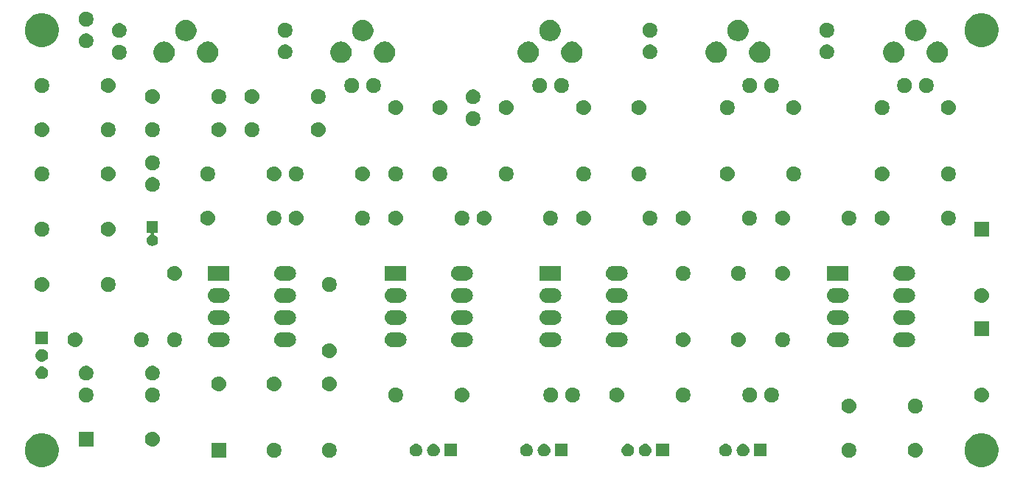
<source format=gbr>
G04 #@! TF.GenerationSoftware,KiCad,Pcbnew,(5.0.2-5-10.14)*
G04 #@! TF.CreationDate,2019-03-15T18:51:59-07:00*
G04 #@! TF.ProjectId,Pre-amp,5072652d-616d-4702-9e6b-696361645f70,rev?*
G04 #@! TF.SameCoordinates,Original*
G04 #@! TF.FileFunction,Soldermask,Top*
G04 #@! TF.FilePolarity,Negative*
%FSLAX46Y46*%
G04 Gerber Fmt 4.6, Leading zero omitted, Abs format (unit mm)*
G04 Created by KiCad (PCBNEW (5.0.2-5-10.14)) date Friday, March 15, 2019 at 06:51:59 PM*
%MOMM*%
%LPD*%
G01*
G04 APERTURE LIST*
%ADD10C,0.100000*%
G04 APERTURE END LIST*
D10*
G36*
X161859083Y-97183975D02*
X161859085Y-97183976D01*
X161859086Y-97183976D01*
X162214145Y-97331046D01*
X162529385Y-97541683D01*
X162533693Y-97544561D01*
X162805439Y-97816307D01*
X162805441Y-97816310D01*
X163018954Y-98135855D01*
X163127946Y-98398986D01*
X163166025Y-98490917D01*
X163241000Y-98867842D01*
X163241000Y-99252158D01*
X163184724Y-99535078D01*
X163166024Y-99629086D01*
X163018954Y-99984145D01*
X163018953Y-99984146D01*
X162805439Y-100303693D01*
X162533693Y-100575439D01*
X162533690Y-100575441D01*
X162214145Y-100788954D01*
X161859086Y-100936024D01*
X161859085Y-100936024D01*
X161859083Y-100936025D01*
X161482158Y-101011000D01*
X161097842Y-101011000D01*
X160720917Y-100936025D01*
X160720915Y-100936024D01*
X160720914Y-100936024D01*
X160365855Y-100788954D01*
X160046310Y-100575441D01*
X160046307Y-100575439D01*
X159774561Y-100303693D01*
X159561047Y-99984146D01*
X159561046Y-99984145D01*
X159413976Y-99629086D01*
X159395277Y-99535078D01*
X159339000Y-99252158D01*
X159339000Y-98867842D01*
X159413975Y-98490917D01*
X159452054Y-98398986D01*
X159561046Y-98135855D01*
X159774559Y-97816310D01*
X159774561Y-97816307D01*
X160046307Y-97544561D01*
X160050615Y-97541683D01*
X160365855Y-97331046D01*
X160720914Y-97183976D01*
X160720915Y-97183976D01*
X160720917Y-97183975D01*
X161097842Y-97109000D01*
X161482158Y-97109000D01*
X161859083Y-97183975D01*
X161859083Y-97183975D01*
G37*
G36*
X53909083Y-97183975D02*
X53909085Y-97183976D01*
X53909086Y-97183976D01*
X54264145Y-97331046D01*
X54579385Y-97541683D01*
X54583693Y-97544561D01*
X54855439Y-97816307D01*
X54855441Y-97816310D01*
X55068954Y-98135855D01*
X55177946Y-98398986D01*
X55216025Y-98490917D01*
X55291000Y-98867842D01*
X55291000Y-99252158D01*
X55234724Y-99535078D01*
X55216024Y-99629086D01*
X55068954Y-99984145D01*
X55068953Y-99984146D01*
X54855439Y-100303693D01*
X54583693Y-100575439D01*
X54583690Y-100575441D01*
X54264145Y-100788954D01*
X53909086Y-100936024D01*
X53909085Y-100936024D01*
X53909083Y-100936025D01*
X53532158Y-101011000D01*
X53147842Y-101011000D01*
X52770917Y-100936025D01*
X52770915Y-100936024D01*
X52770914Y-100936024D01*
X52415855Y-100788954D01*
X52096310Y-100575441D01*
X52096307Y-100575439D01*
X51824561Y-100303693D01*
X51611047Y-99984146D01*
X51611046Y-99984145D01*
X51463976Y-99629086D01*
X51445277Y-99535078D01*
X51389000Y-99252158D01*
X51389000Y-98867842D01*
X51463975Y-98490917D01*
X51502054Y-98398986D01*
X51611046Y-98135855D01*
X51824559Y-97816310D01*
X51824561Y-97816307D01*
X52096307Y-97544561D01*
X52100615Y-97541683D01*
X52415855Y-97331046D01*
X52770914Y-97183976D01*
X52770915Y-97183976D01*
X52770917Y-97183975D01*
X53147842Y-97109000D01*
X53532158Y-97109000D01*
X53909083Y-97183975D01*
X53909083Y-97183975D01*
G37*
G36*
X86608228Y-98241703D02*
X86763100Y-98305853D01*
X86902481Y-98398985D01*
X87021015Y-98517519D01*
X87114147Y-98656900D01*
X87178297Y-98811772D01*
X87211000Y-98976184D01*
X87211000Y-99143816D01*
X87178297Y-99308228D01*
X87114147Y-99463100D01*
X87021015Y-99602481D01*
X86902481Y-99721015D01*
X86763100Y-99814147D01*
X86608228Y-99878297D01*
X86443816Y-99911000D01*
X86276184Y-99911000D01*
X86111772Y-99878297D01*
X85956900Y-99814147D01*
X85817519Y-99721015D01*
X85698985Y-99602481D01*
X85605853Y-99463100D01*
X85541703Y-99308228D01*
X85509000Y-99143816D01*
X85509000Y-98976184D01*
X85541703Y-98811772D01*
X85605853Y-98656900D01*
X85698985Y-98517519D01*
X85817519Y-98398985D01*
X85956900Y-98305853D01*
X86111772Y-98241703D01*
X86276184Y-98209000D01*
X86443816Y-98209000D01*
X86608228Y-98241703D01*
X86608228Y-98241703D01*
G37*
G36*
X80258228Y-98241703D02*
X80413100Y-98305853D01*
X80552481Y-98398985D01*
X80671015Y-98517519D01*
X80764147Y-98656900D01*
X80828297Y-98811772D01*
X80861000Y-98976184D01*
X80861000Y-99143816D01*
X80828297Y-99308228D01*
X80764147Y-99463100D01*
X80671015Y-99602481D01*
X80552481Y-99721015D01*
X80413100Y-99814147D01*
X80258228Y-99878297D01*
X80093816Y-99911000D01*
X79926184Y-99911000D01*
X79761772Y-99878297D01*
X79606900Y-99814147D01*
X79467519Y-99721015D01*
X79348985Y-99602481D01*
X79255853Y-99463100D01*
X79191703Y-99308228D01*
X79159000Y-99143816D01*
X79159000Y-98976184D01*
X79191703Y-98811772D01*
X79255853Y-98656900D01*
X79348985Y-98517519D01*
X79467519Y-98398985D01*
X79606900Y-98305853D01*
X79761772Y-98241703D01*
X79926184Y-98209000D01*
X80093816Y-98209000D01*
X80258228Y-98241703D01*
X80258228Y-98241703D01*
G37*
G36*
X74511000Y-99911000D02*
X72809000Y-99911000D01*
X72809000Y-98209000D01*
X74511000Y-98209000D01*
X74511000Y-99911000D01*
X74511000Y-99911000D01*
G37*
G36*
X153836821Y-98221313D02*
X153836824Y-98221314D01*
X153836825Y-98221314D01*
X153997239Y-98269975D01*
X153997241Y-98269976D01*
X153997244Y-98269977D01*
X154145078Y-98348995D01*
X154274659Y-98455341D01*
X154381005Y-98584922D01*
X154460023Y-98732756D01*
X154460024Y-98732759D01*
X154460025Y-98732761D01*
X154508686Y-98893175D01*
X154508687Y-98893179D01*
X154525117Y-99060000D01*
X154508687Y-99226821D01*
X154508686Y-99226824D01*
X154508686Y-99226825D01*
X154483993Y-99308228D01*
X154460023Y-99387244D01*
X154381005Y-99535078D01*
X154274659Y-99664659D01*
X154145079Y-99771004D01*
X153997244Y-99850023D01*
X153997241Y-99850024D01*
X153997239Y-99850025D01*
X153836825Y-99898686D01*
X153836824Y-99898686D01*
X153836821Y-99898687D01*
X153711804Y-99911000D01*
X153628196Y-99911000D01*
X153503179Y-99898687D01*
X153503176Y-99898686D01*
X153503175Y-99898686D01*
X153342761Y-99850025D01*
X153342759Y-99850024D01*
X153342756Y-99850023D01*
X153194921Y-99771004D01*
X153065341Y-99664659D01*
X152958995Y-99535078D01*
X152879977Y-99387244D01*
X152856008Y-99308228D01*
X152831314Y-99226825D01*
X152831314Y-99226824D01*
X152831313Y-99226821D01*
X152814883Y-99060000D01*
X152831313Y-98893179D01*
X152831314Y-98893175D01*
X152879975Y-98732761D01*
X152879976Y-98732759D01*
X152879977Y-98732756D01*
X152958995Y-98584922D01*
X153065341Y-98455341D01*
X153194922Y-98348995D01*
X153342756Y-98269977D01*
X153342759Y-98269976D01*
X153342761Y-98269975D01*
X153503175Y-98221314D01*
X153503176Y-98221314D01*
X153503179Y-98221313D01*
X153628196Y-98209000D01*
X153711804Y-98209000D01*
X153836821Y-98221313D01*
X153836821Y-98221313D01*
G37*
G36*
X146298228Y-98241703D02*
X146453100Y-98305853D01*
X146592481Y-98398985D01*
X146711015Y-98517519D01*
X146804147Y-98656900D01*
X146868297Y-98811772D01*
X146901000Y-98976184D01*
X146901000Y-99143816D01*
X146868297Y-99308228D01*
X146804147Y-99463100D01*
X146711015Y-99602481D01*
X146592481Y-99721015D01*
X146453100Y-99814147D01*
X146298228Y-99878297D01*
X146133816Y-99911000D01*
X145966184Y-99911000D01*
X145801772Y-99878297D01*
X145646900Y-99814147D01*
X145507519Y-99721015D01*
X145388985Y-99602481D01*
X145295853Y-99463100D01*
X145231703Y-99308228D01*
X145199000Y-99143816D01*
X145199000Y-98976184D01*
X145231703Y-98811772D01*
X145295853Y-98656900D01*
X145388985Y-98517519D01*
X145507519Y-98398985D01*
X145646900Y-98305853D01*
X145801772Y-98241703D01*
X145966184Y-98209000D01*
X146133816Y-98209000D01*
X146298228Y-98241703D01*
X146298228Y-98241703D01*
G37*
G36*
X111086991Y-98336101D02*
X111172321Y-98344505D01*
X111309172Y-98386019D01*
X111309174Y-98386020D01*
X111309177Y-98386021D01*
X111435296Y-98453432D01*
X111545843Y-98544157D01*
X111636568Y-98654704D01*
X111703979Y-98780823D01*
X111703980Y-98780826D01*
X111703981Y-98780828D01*
X111745495Y-98917679D01*
X111759512Y-99060000D01*
X111745495Y-99202321D01*
X111703981Y-99339172D01*
X111703979Y-99339177D01*
X111636568Y-99465296D01*
X111545843Y-99575843D01*
X111435296Y-99666568D01*
X111309177Y-99733979D01*
X111309174Y-99733980D01*
X111309172Y-99733981D01*
X111172321Y-99775495D01*
X111086991Y-99783899D01*
X111065660Y-99786000D01*
X110994340Y-99786000D01*
X110973009Y-99783899D01*
X110887679Y-99775495D01*
X110750828Y-99733981D01*
X110750826Y-99733980D01*
X110750823Y-99733979D01*
X110624704Y-99666568D01*
X110514157Y-99575843D01*
X110423432Y-99465296D01*
X110356021Y-99339177D01*
X110356019Y-99339172D01*
X110314505Y-99202321D01*
X110300488Y-99060000D01*
X110314505Y-98917679D01*
X110356019Y-98780828D01*
X110356020Y-98780826D01*
X110356021Y-98780823D01*
X110423432Y-98654704D01*
X110514157Y-98544157D01*
X110624704Y-98453432D01*
X110750823Y-98386021D01*
X110750826Y-98386020D01*
X110750828Y-98386019D01*
X110887679Y-98344505D01*
X110973009Y-98336101D01*
X110994340Y-98334000D01*
X111065660Y-98334000D01*
X111086991Y-98336101D01*
X111086991Y-98336101D01*
G37*
G36*
X109086991Y-98336101D02*
X109172321Y-98344505D01*
X109309172Y-98386019D01*
X109309174Y-98386020D01*
X109309177Y-98386021D01*
X109435296Y-98453432D01*
X109545843Y-98544157D01*
X109636568Y-98654704D01*
X109703979Y-98780823D01*
X109703980Y-98780826D01*
X109703981Y-98780828D01*
X109745495Y-98917679D01*
X109759512Y-99060000D01*
X109745495Y-99202321D01*
X109703981Y-99339172D01*
X109703979Y-99339177D01*
X109636568Y-99465296D01*
X109545843Y-99575843D01*
X109435296Y-99666568D01*
X109309177Y-99733979D01*
X109309174Y-99733980D01*
X109309172Y-99733981D01*
X109172321Y-99775495D01*
X109086991Y-99783899D01*
X109065660Y-99786000D01*
X108994340Y-99786000D01*
X108973009Y-99783899D01*
X108887679Y-99775495D01*
X108750828Y-99733981D01*
X108750826Y-99733980D01*
X108750823Y-99733979D01*
X108624704Y-99666568D01*
X108514157Y-99575843D01*
X108423432Y-99465296D01*
X108356021Y-99339177D01*
X108356019Y-99339172D01*
X108314505Y-99202321D01*
X108300488Y-99060000D01*
X108314505Y-98917679D01*
X108356019Y-98780828D01*
X108356020Y-98780826D01*
X108356021Y-98780823D01*
X108423432Y-98654704D01*
X108514157Y-98544157D01*
X108624704Y-98453432D01*
X108750823Y-98386021D01*
X108750826Y-98386020D01*
X108750828Y-98386019D01*
X108887679Y-98344505D01*
X108973009Y-98336101D01*
X108994340Y-98334000D01*
X109065660Y-98334000D01*
X109086991Y-98336101D01*
X109086991Y-98336101D01*
G37*
G36*
X101056000Y-99786000D02*
X99604000Y-99786000D01*
X99604000Y-98334000D01*
X101056000Y-98334000D01*
X101056000Y-99786000D01*
X101056000Y-99786000D01*
G37*
G36*
X98386991Y-98336101D02*
X98472321Y-98344505D01*
X98609172Y-98386019D01*
X98609174Y-98386020D01*
X98609177Y-98386021D01*
X98735296Y-98453432D01*
X98845843Y-98544157D01*
X98936568Y-98654704D01*
X99003979Y-98780823D01*
X99003980Y-98780826D01*
X99003981Y-98780828D01*
X99045495Y-98917679D01*
X99059512Y-99060000D01*
X99045495Y-99202321D01*
X99003981Y-99339172D01*
X99003979Y-99339177D01*
X98936568Y-99465296D01*
X98845843Y-99575843D01*
X98735296Y-99666568D01*
X98609177Y-99733979D01*
X98609174Y-99733980D01*
X98609172Y-99733981D01*
X98472321Y-99775495D01*
X98386991Y-99783899D01*
X98365660Y-99786000D01*
X98294340Y-99786000D01*
X98273009Y-99783899D01*
X98187679Y-99775495D01*
X98050828Y-99733981D01*
X98050826Y-99733980D01*
X98050823Y-99733979D01*
X97924704Y-99666568D01*
X97814157Y-99575843D01*
X97723432Y-99465296D01*
X97656021Y-99339177D01*
X97656019Y-99339172D01*
X97614505Y-99202321D01*
X97600488Y-99060000D01*
X97614505Y-98917679D01*
X97656019Y-98780828D01*
X97656020Y-98780826D01*
X97656021Y-98780823D01*
X97723432Y-98654704D01*
X97814157Y-98544157D01*
X97924704Y-98453432D01*
X98050823Y-98386021D01*
X98050826Y-98386020D01*
X98050828Y-98386019D01*
X98187679Y-98344505D01*
X98273009Y-98336101D01*
X98294340Y-98334000D01*
X98365660Y-98334000D01*
X98386991Y-98336101D01*
X98386991Y-98336101D01*
G37*
G36*
X96386991Y-98336101D02*
X96472321Y-98344505D01*
X96609172Y-98386019D01*
X96609174Y-98386020D01*
X96609177Y-98386021D01*
X96735296Y-98453432D01*
X96845843Y-98544157D01*
X96936568Y-98654704D01*
X97003979Y-98780823D01*
X97003980Y-98780826D01*
X97003981Y-98780828D01*
X97045495Y-98917679D01*
X97059512Y-99060000D01*
X97045495Y-99202321D01*
X97003981Y-99339172D01*
X97003979Y-99339177D01*
X96936568Y-99465296D01*
X96845843Y-99575843D01*
X96735296Y-99666568D01*
X96609177Y-99733979D01*
X96609174Y-99733980D01*
X96609172Y-99733981D01*
X96472321Y-99775495D01*
X96386991Y-99783899D01*
X96365660Y-99786000D01*
X96294340Y-99786000D01*
X96273009Y-99783899D01*
X96187679Y-99775495D01*
X96050828Y-99733981D01*
X96050826Y-99733980D01*
X96050823Y-99733979D01*
X95924704Y-99666568D01*
X95814157Y-99575843D01*
X95723432Y-99465296D01*
X95656021Y-99339177D01*
X95656019Y-99339172D01*
X95614505Y-99202321D01*
X95600488Y-99060000D01*
X95614505Y-98917679D01*
X95656019Y-98780828D01*
X95656020Y-98780826D01*
X95656021Y-98780823D01*
X95723432Y-98654704D01*
X95814157Y-98544157D01*
X95924704Y-98453432D01*
X96050823Y-98386021D01*
X96050826Y-98386020D01*
X96050828Y-98386019D01*
X96187679Y-98344505D01*
X96273009Y-98336101D01*
X96294340Y-98334000D01*
X96365660Y-98334000D01*
X96386991Y-98336101D01*
X96386991Y-98336101D01*
G37*
G36*
X136616000Y-99786000D02*
X135164000Y-99786000D01*
X135164000Y-98334000D01*
X136616000Y-98334000D01*
X136616000Y-99786000D01*
X136616000Y-99786000D01*
G37*
G36*
X133946991Y-98336101D02*
X134032321Y-98344505D01*
X134169172Y-98386019D01*
X134169174Y-98386020D01*
X134169177Y-98386021D01*
X134295296Y-98453432D01*
X134405843Y-98544157D01*
X134496568Y-98654704D01*
X134563979Y-98780823D01*
X134563980Y-98780826D01*
X134563981Y-98780828D01*
X134605495Y-98917679D01*
X134619512Y-99060000D01*
X134605495Y-99202321D01*
X134563981Y-99339172D01*
X134563979Y-99339177D01*
X134496568Y-99465296D01*
X134405843Y-99575843D01*
X134295296Y-99666568D01*
X134169177Y-99733979D01*
X134169174Y-99733980D01*
X134169172Y-99733981D01*
X134032321Y-99775495D01*
X133946991Y-99783899D01*
X133925660Y-99786000D01*
X133854340Y-99786000D01*
X133833009Y-99783899D01*
X133747679Y-99775495D01*
X133610828Y-99733981D01*
X133610826Y-99733980D01*
X133610823Y-99733979D01*
X133484704Y-99666568D01*
X133374157Y-99575843D01*
X133283432Y-99465296D01*
X133216021Y-99339177D01*
X133216019Y-99339172D01*
X133174505Y-99202321D01*
X133160488Y-99060000D01*
X133174505Y-98917679D01*
X133216019Y-98780828D01*
X133216020Y-98780826D01*
X133216021Y-98780823D01*
X133283432Y-98654704D01*
X133374157Y-98544157D01*
X133484704Y-98453432D01*
X133610823Y-98386021D01*
X133610826Y-98386020D01*
X133610828Y-98386019D01*
X133747679Y-98344505D01*
X133833009Y-98336101D01*
X133854340Y-98334000D01*
X133925660Y-98334000D01*
X133946991Y-98336101D01*
X133946991Y-98336101D01*
G37*
G36*
X113756000Y-99786000D02*
X112304000Y-99786000D01*
X112304000Y-98334000D01*
X113756000Y-98334000D01*
X113756000Y-99786000D01*
X113756000Y-99786000D01*
G37*
G36*
X120706991Y-98336101D02*
X120792321Y-98344505D01*
X120929172Y-98386019D01*
X120929174Y-98386020D01*
X120929177Y-98386021D01*
X121055296Y-98453432D01*
X121165843Y-98544157D01*
X121256568Y-98654704D01*
X121323979Y-98780823D01*
X121323980Y-98780826D01*
X121323981Y-98780828D01*
X121365495Y-98917679D01*
X121379512Y-99060000D01*
X121365495Y-99202321D01*
X121323981Y-99339172D01*
X121323979Y-99339177D01*
X121256568Y-99465296D01*
X121165843Y-99575843D01*
X121055296Y-99666568D01*
X120929177Y-99733979D01*
X120929174Y-99733980D01*
X120929172Y-99733981D01*
X120792321Y-99775495D01*
X120706991Y-99783899D01*
X120685660Y-99786000D01*
X120614340Y-99786000D01*
X120593009Y-99783899D01*
X120507679Y-99775495D01*
X120370828Y-99733981D01*
X120370826Y-99733980D01*
X120370823Y-99733979D01*
X120244704Y-99666568D01*
X120134157Y-99575843D01*
X120043432Y-99465296D01*
X119976021Y-99339177D01*
X119976019Y-99339172D01*
X119934505Y-99202321D01*
X119920488Y-99060000D01*
X119934505Y-98917679D01*
X119976019Y-98780828D01*
X119976020Y-98780826D01*
X119976021Y-98780823D01*
X120043432Y-98654704D01*
X120134157Y-98544157D01*
X120244704Y-98453432D01*
X120370823Y-98386021D01*
X120370826Y-98386020D01*
X120370828Y-98386019D01*
X120507679Y-98344505D01*
X120593009Y-98336101D01*
X120614340Y-98334000D01*
X120685660Y-98334000D01*
X120706991Y-98336101D01*
X120706991Y-98336101D01*
G37*
G36*
X122706991Y-98336101D02*
X122792321Y-98344505D01*
X122929172Y-98386019D01*
X122929174Y-98386020D01*
X122929177Y-98386021D01*
X123055296Y-98453432D01*
X123165843Y-98544157D01*
X123256568Y-98654704D01*
X123323979Y-98780823D01*
X123323980Y-98780826D01*
X123323981Y-98780828D01*
X123365495Y-98917679D01*
X123379512Y-99060000D01*
X123365495Y-99202321D01*
X123323981Y-99339172D01*
X123323979Y-99339177D01*
X123256568Y-99465296D01*
X123165843Y-99575843D01*
X123055296Y-99666568D01*
X122929177Y-99733979D01*
X122929174Y-99733980D01*
X122929172Y-99733981D01*
X122792321Y-99775495D01*
X122706991Y-99783899D01*
X122685660Y-99786000D01*
X122614340Y-99786000D01*
X122593009Y-99783899D01*
X122507679Y-99775495D01*
X122370828Y-99733981D01*
X122370826Y-99733980D01*
X122370823Y-99733979D01*
X122244704Y-99666568D01*
X122134157Y-99575843D01*
X122043432Y-99465296D01*
X121976021Y-99339177D01*
X121976019Y-99339172D01*
X121934505Y-99202321D01*
X121920488Y-99060000D01*
X121934505Y-98917679D01*
X121976019Y-98780828D01*
X121976020Y-98780826D01*
X121976021Y-98780823D01*
X122043432Y-98654704D01*
X122134157Y-98544157D01*
X122244704Y-98453432D01*
X122370823Y-98386021D01*
X122370826Y-98386020D01*
X122370828Y-98386019D01*
X122507679Y-98344505D01*
X122593009Y-98336101D01*
X122614340Y-98334000D01*
X122685660Y-98334000D01*
X122706991Y-98336101D01*
X122706991Y-98336101D01*
G37*
G36*
X125376000Y-99786000D02*
X123924000Y-99786000D01*
X123924000Y-98334000D01*
X125376000Y-98334000D01*
X125376000Y-99786000D01*
X125376000Y-99786000D01*
G37*
G36*
X131946991Y-98336101D02*
X132032321Y-98344505D01*
X132169172Y-98386019D01*
X132169174Y-98386020D01*
X132169177Y-98386021D01*
X132295296Y-98453432D01*
X132405843Y-98544157D01*
X132496568Y-98654704D01*
X132563979Y-98780823D01*
X132563980Y-98780826D01*
X132563981Y-98780828D01*
X132605495Y-98917679D01*
X132619512Y-99060000D01*
X132605495Y-99202321D01*
X132563981Y-99339172D01*
X132563979Y-99339177D01*
X132496568Y-99465296D01*
X132405843Y-99575843D01*
X132295296Y-99666568D01*
X132169177Y-99733979D01*
X132169174Y-99733980D01*
X132169172Y-99733981D01*
X132032321Y-99775495D01*
X131946991Y-99783899D01*
X131925660Y-99786000D01*
X131854340Y-99786000D01*
X131833009Y-99783899D01*
X131747679Y-99775495D01*
X131610828Y-99733981D01*
X131610826Y-99733980D01*
X131610823Y-99733979D01*
X131484704Y-99666568D01*
X131374157Y-99575843D01*
X131283432Y-99465296D01*
X131216021Y-99339177D01*
X131216019Y-99339172D01*
X131174505Y-99202321D01*
X131160488Y-99060000D01*
X131174505Y-98917679D01*
X131216019Y-98780828D01*
X131216020Y-98780826D01*
X131216021Y-98780823D01*
X131283432Y-98654704D01*
X131374157Y-98544157D01*
X131484704Y-98453432D01*
X131610823Y-98386021D01*
X131610826Y-98386020D01*
X131610828Y-98386019D01*
X131747679Y-98344505D01*
X131833009Y-98336101D01*
X131854340Y-98334000D01*
X131925660Y-98334000D01*
X131946991Y-98336101D01*
X131946991Y-98336101D01*
G37*
G36*
X59271000Y-98641000D02*
X57569000Y-98641000D01*
X57569000Y-96939000D01*
X59271000Y-96939000D01*
X59271000Y-98641000D01*
X59271000Y-98641000D01*
G37*
G36*
X66206821Y-96951313D02*
X66206824Y-96951314D01*
X66206825Y-96951314D01*
X66367239Y-96999975D01*
X66367241Y-96999976D01*
X66367244Y-96999977D01*
X66515078Y-97078995D01*
X66644659Y-97185341D01*
X66751005Y-97314922D01*
X66830023Y-97462756D01*
X66830024Y-97462759D01*
X66830025Y-97462761D01*
X66878686Y-97623175D01*
X66878687Y-97623179D01*
X66895117Y-97790000D01*
X66878687Y-97956821D01*
X66830023Y-98117244D01*
X66751005Y-98265078D01*
X66644659Y-98394659D01*
X66515078Y-98501005D01*
X66367244Y-98580023D01*
X66367241Y-98580024D01*
X66367239Y-98580025D01*
X66206825Y-98628686D01*
X66206824Y-98628686D01*
X66206821Y-98628687D01*
X66081804Y-98641000D01*
X65998196Y-98641000D01*
X65873179Y-98628687D01*
X65873176Y-98628686D01*
X65873175Y-98628686D01*
X65712761Y-98580025D01*
X65712759Y-98580024D01*
X65712756Y-98580023D01*
X65564922Y-98501005D01*
X65435341Y-98394659D01*
X65328995Y-98265078D01*
X65249977Y-98117244D01*
X65201313Y-97956821D01*
X65184883Y-97790000D01*
X65201313Y-97623179D01*
X65201314Y-97623175D01*
X65249975Y-97462761D01*
X65249976Y-97462759D01*
X65249977Y-97462756D01*
X65328995Y-97314922D01*
X65435341Y-97185341D01*
X65564922Y-97078995D01*
X65712756Y-96999977D01*
X65712759Y-96999976D01*
X65712761Y-96999975D01*
X65873175Y-96951314D01*
X65873176Y-96951314D01*
X65873179Y-96951313D01*
X65998196Y-96939000D01*
X66081804Y-96939000D01*
X66206821Y-96951313D01*
X66206821Y-96951313D01*
G37*
G36*
X153918228Y-93161703D02*
X154073100Y-93225853D01*
X154212481Y-93318985D01*
X154331015Y-93437519D01*
X154424147Y-93576900D01*
X154488297Y-93731772D01*
X154521000Y-93896184D01*
X154521000Y-94063816D01*
X154488297Y-94228228D01*
X154424147Y-94383100D01*
X154331015Y-94522481D01*
X154212481Y-94641015D01*
X154073100Y-94734147D01*
X153918228Y-94798297D01*
X153753816Y-94831000D01*
X153586184Y-94831000D01*
X153421772Y-94798297D01*
X153266900Y-94734147D01*
X153127519Y-94641015D01*
X153008985Y-94522481D01*
X152915853Y-94383100D01*
X152851703Y-94228228D01*
X152819000Y-94063816D01*
X152819000Y-93896184D01*
X152851703Y-93731772D01*
X152915853Y-93576900D01*
X153008985Y-93437519D01*
X153127519Y-93318985D01*
X153266900Y-93225853D01*
X153421772Y-93161703D01*
X153586184Y-93129000D01*
X153753816Y-93129000D01*
X153918228Y-93161703D01*
X153918228Y-93161703D01*
G37*
G36*
X146216821Y-93141313D02*
X146216824Y-93141314D01*
X146216825Y-93141314D01*
X146377239Y-93189975D01*
X146377241Y-93189976D01*
X146377244Y-93189977D01*
X146525078Y-93268995D01*
X146654659Y-93375341D01*
X146761005Y-93504922D01*
X146840023Y-93652756D01*
X146840024Y-93652759D01*
X146840025Y-93652761D01*
X146888686Y-93813175D01*
X146888687Y-93813179D01*
X146905117Y-93980000D01*
X146888687Y-94146821D01*
X146888686Y-94146824D01*
X146888686Y-94146825D01*
X146863993Y-94228228D01*
X146840023Y-94307244D01*
X146761005Y-94455078D01*
X146654659Y-94584659D01*
X146525078Y-94691005D01*
X146377244Y-94770023D01*
X146377241Y-94770024D01*
X146377239Y-94770025D01*
X146216825Y-94818686D01*
X146216824Y-94818686D01*
X146216821Y-94818687D01*
X146091804Y-94831000D01*
X146008196Y-94831000D01*
X145883179Y-94818687D01*
X145883176Y-94818686D01*
X145883175Y-94818686D01*
X145722761Y-94770025D01*
X145722759Y-94770024D01*
X145722756Y-94770023D01*
X145574922Y-94691005D01*
X145445341Y-94584659D01*
X145338995Y-94455078D01*
X145259977Y-94307244D01*
X145236008Y-94228228D01*
X145211314Y-94146825D01*
X145211314Y-94146824D01*
X145211313Y-94146821D01*
X145194883Y-93980000D01*
X145211313Y-93813179D01*
X145211314Y-93813175D01*
X145259975Y-93652761D01*
X145259976Y-93652759D01*
X145259977Y-93652756D01*
X145338995Y-93504922D01*
X145445341Y-93375341D01*
X145574922Y-93268995D01*
X145722756Y-93189977D01*
X145722759Y-93189976D01*
X145722761Y-93189975D01*
X145883175Y-93141314D01*
X145883176Y-93141314D01*
X145883179Y-93141313D01*
X146008196Y-93129000D01*
X146091804Y-93129000D01*
X146216821Y-93141313D01*
X146216821Y-93141313D01*
G37*
G36*
X66288228Y-91891703D02*
X66443100Y-91955853D01*
X66582481Y-92048985D01*
X66701015Y-92167519D01*
X66794147Y-92306900D01*
X66858297Y-92461772D01*
X66891000Y-92626184D01*
X66891000Y-92793816D01*
X66858297Y-92958228D01*
X66794147Y-93113100D01*
X66701015Y-93252481D01*
X66582481Y-93371015D01*
X66443100Y-93464147D01*
X66288228Y-93528297D01*
X66123816Y-93561000D01*
X65956184Y-93561000D01*
X65791772Y-93528297D01*
X65636900Y-93464147D01*
X65497519Y-93371015D01*
X65378985Y-93252481D01*
X65285853Y-93113100D01*
X65221703Y-92958228D01*
X65189000Y-92793816D01*
X65189000Y-92626184D01*
X65221703Y-92461772D01*
X65285853Y-92306900D01*
X65378985Y-92167519D01*
X65497519Y-92048985D01*
X65636900Y-91955853D01*
X65791772Y-91891703D01*
X65956184Y-91859000D01*
X66123816Y-91859000D01*
X66288228Y-91891703D01*
X66288228Y-91891703D01*
G37*
G36*
X161456821Y-91871313D02*
X161456824Y-91871314D01*
X161456825Y-91871314D01*
X161617239Y-91919975D01*
X161617241Y-91919976D01*
X161617244Y-91919977D01*
X161765078Y-91998995D01*
X161894659Y-92105341D01*
X162001005Y-92234922D01*
X162080023Y-92382756D01*
X162080024Y-92382759D01*
X162080025Y-92382761D01*
X162128686Y-92543175D01*
X162128687Y-92543179D01*
X162145117Y-92710000D01*
X162128687Y-92876821D01*
X162128686Y-92876824D01*
X162128686Y-92876825D01*
X162103993Y-92958228D01*
X162080023Y-93037244D01*
X162001005Y-93185078D01*
X161894659Y-93314659D01*
X161765078Y-93421005D01*
X161617244Y-93500023D01*
X161617241Y-93500024D01*
X161617239Y-93500025D01*
X161456825Y-93548686D01*
X161456824Y-93548686D01*
X161456821Y-93548687D01*
X161331804Y-93561000D01*
X161248196Y-93561000D01*
X161123179Y-93548687D01*
X161123176Y-93548686D01*
X161123175Y-93548686D01*
X160962761Y-93500025D01*
X160962759Y-93500024D01*
X160962756Y-93500023D01*
X160814922Y-93421005D01*
X160685341Y-93314659D01*
X160578995Y-93185078D01*
X160499977Y-93037244D01*
X160476008Y-92958228D01*
X160451314Y-92876825D01*
X160451314Y-92876824D01*
X160451313Y-92876821D01*
X160434883Y-92710000D01*
X160451313Y-92543179D01*
X160451314Y-92543175D01*
X160499975Y-92382761D01*
X160499976Y-92382759D01*
X160499977Y-92382756D01*
X160578995Y-92234922D01*
X160685341Y-92105341D01*
X160814922Y-91998995D01*
X160962756Y-91919977D01*
X160962759Y-91919976D01*
X160962761Y-91919975D01*
X161123175Y-91871314D01*
X161123176Y-91871314D01*
X161123179Y-91871313D01*
X161248196Y-91859000D01*
X161331804Y-91859000D01*
X161456821Y-91871313D01*
X161456821Y-91871313D01*
G37*
G36*
X94228228Y-91891703D02*
X94383100Y-91955853D01*
X94522481Y-92048985D01*
X94641015Y-92167519D01*
X94734147Y-92306900D01*
X94798297Y-92461772D01*
X94831000Y-92626184D01*
X94831000Y-92793816D01*
X94798297Y-92958228D01*
X94734147Y-93113100D01*
X94641015Y-93252481D01*
X94522481Y-93371015D01*
X94383100Y-93464147D01*
X94228228Y-93528297D01*
X94063816Y-93561000D01*
X93896184Y-93561000D01*
X93731772Y-93528297D01*
X93576900Y-93464147D01*
X93437519Y-93371015D01*
X93318985Y-93252481D01*
X93225853Y-93113100D01*
X93161703Y-92958228D01*
X93129000Y-92793816D01*
X93129000Y-92626184D01*
X93161703Y-92461772D01*
X93225853Y-92306900D01*
X93318985Y-92167519D01*
X93437519Y-92048985D01*
X93576900Y-91955853D01*
X93731772Y-91891703D01*
X93896184Y-91859000D01*
X94063816Y-91859000D01*
X94228228Y-91891703D01*
X94228228Y-91891703D01*
G37*
G36*
X101766821Y-91871313D02*
X101766824Y-91871314D01*
X101766825Y-91871314D01*
X101927239Y-91919975D01*
X101927241Y-91919976D01*
X101927244Y-91919977D01*
X102075078Y-91998995D01*
X102204659Y-92105341D01*
X102311005Y-92234922D01*
X102390023Y-92382756D01*
X102390024Y-92382759D01*
X102390025Y-92382761D01*
X102438686Y-92543175D01*
X102438687Y-92543179D01*
X102455117Y-92710000D01*
X102438687Y-92876821D01*
X102438686Y-92876824D01*
X102438686Y-92876825D01*
X102413993Y-92958228D01*
X102390023Y-93037244D01*
X102311005Y-93185078D01*
X102204659Y-93314659D01*
X102075078Y-93421005D01*
X101927244Y-93500023D01*
X101927241Y-93500024D01*
X101927239Y-93500025D01*
X101766825Y-93548686D01*
X101766824Y-93548686D01*
X101766821Y-93548687D01*
X101641804Y-93561000D01*
X101558196Y-93561000D01*
X101433179Y-93548687D01*
X101433176Y-93548686D01*
X101433175Y-93548686D01*
X101272761Y-93500025D01*
X101272759Y-93500024D01*
X101272756Y-93500023D01*
X101124922Y-93421005D01*
X100995341Y-93314659D01*
X100888995Y-93185078D01*
X100809977Y-93037244D01*
X100786008Y-92958228D01*
X100761314Y-92876825D01*
X100761314Y-92876824D01*
X100761313Y-92876821D01*
X100744883Y-92710000D01*
X100761313Y-92543179D01*
X100761314Y-92543175D01*
X100809975Y-92382761D01*
X100809976Y-92382759D01*
X100809977Y-92382756D01*
X100888995Y-92234922D01*
X100995341Y-92105341D01*
X101124922Y-91998995D01*
X101272756Y-91919977D01*
X101272759Y-91919976D01*
X101272761Y-91919975D01*
X101433175Y-91871314D01*
X101433176Y-91871314D01*
X101433179Y-91871313D01*
X101558196Y-91859000D01*
X101641804Y-91859000D01*
X101766821Y-91871313D01*
X101766821Y-91871313D01*
G37*
G36*
X119546821Y-91871313D02*
X119546824Y-91871314D01*
X119546825Y-91871314D01*
X119707239Y-91919975D01*
X119707241Y-91919976D01*
X119707244Y-91919977D01*
X119855078Y-91998995D01*
X119984659Y-92105341D01*
X120091005Y-92234922D01*
X120170023Y-92382756D01*
X120170024Y-92382759D01*
X120170025Y-92382761D01*
X120218686Y-92543175D01*
X120218687Y-92543179D01*
X120235117Y-92710000D01*
X120218687Y-92876821D01*
X120218686Y-92876824D01*
X120218686Y-92876825D01*
X120193993Y-92958228D01*
X120170023Y-93037244D01*
X120091005Y-93185078D01*
X119984659Y-93314659D01*
X119855078Y-93421005D01*
X119707244Y-93500023D01*
X119707241Y-93500024D01*
X119707239Y-93500025D01*
X119546825Y-93548686D01*
X119546824Y-93548686D01*
X119546821Y-93548687D01*
X119421804Y-93561000D01*
X119338196Y-93561000D01*
X119213179Y-93548687D01*
X119213176Y-93548686D01*
X119213175Y-93548686D01*
X119052761Y-93500025D01*
X119052759Y-93500024D01*
X119052756Y-93500023D01*
X118904922Y-93421005D01*
X118775341Y-93314659D01*
X118668995Y-93185078D01*
X118589977Y-93037244D01*
X118566008Y-92958228D01*
X118541314Y-92876825D01*
X118541314Y-92876824D01*
X118541313Y-92876821D01*
X118524883Y-92710000D01*
X118541313Y-92543179D01*
X118541314Y-92543175D01*
X118589975Y-92382761D01*
X118589976Y-92382759D01*
X118589977Y-92382756D01*
X118668995Y-92234922D01*
X118775341Y-92105341D01*
X118904922Y-91998995D01*
X119052756Y-91919977D01*
X119052759Y-91919976D01*
X119052761Y-91919975D01*
X119213175Y-91871314D01*
X119213176Y-91871314D01*
X119213179Y-91871313D01*
X119338196Y-91859000D01*
X119421804Y-91859000D01*
X119546821Y-91871313D01*
X119546821Y-91871313D01*
G37*
G36*
X127248228Y-91891703D02*
X127403100Y-91955853D01*
X127542481Y-92048985D01*
X127661015Y-92167519D01*
X127754147Y-92306900D01*
X127818297Y-92461772D01*
X127851000Y-92626184D01*
X127851000Y-92793816D01*
X127818297Y-92958228D01*
X127754147Y-93113100D01*
X127661015Y-93252481D01*
X127542481Y-93371015D01*
X127403100Y-93464147D01*
X127248228Y-93528297D01*
X127083816Y-93561000D01*
X126916184Y-93561000D01*
X126751772Y-93528297D01*
X126596900Y-93464147D01*
X126457519Y-93371015D01*
X126338985Y-93252481D01*
X126245853Y-93113100D01*
X126181703Y-92958228D01*
X126149000Y-92793816D01*
X126149000Y-92626184D01*
X126181703Y-92461772D01*
X126245853Y-92306900D01*
X126338985Y-92167519D01*
X126457519Y-92048985D01*
X126596900Y-91955853D01*
X126751772Y-91891703D01*
X126916184Y-91859000D01*
X127083816Y-91859000D01*
X127248228Y-91891703D01*
X127248228Y-91891703D01*
G37*
G36*
X137408228Y-91891703D02*
X137563100Y-91955853D01*
X137702481Y-92048985D01*
X137821015Y-92167519D01*
X137914147Y-92306900D01*
X137978297Y-92461772D01*
X138011000Y-92626184D01*
X138011000Y-92793816D01*
X137978297Y-92958228D01*
X137914147Y-93113100D01*
X137821015Y-93252481D01*
X137702481Y-93371015D01*
X137563100Y-93464147D01*
X137408228Y-93528297D01*
X137243816Y-93561000D01*
X137076184Y-93561000D01*
X136911772Y-93528297D01*
X136756900Y-93464147D01*
X136617519Y-93371015D01*
X136498985Y-93252481D01*
X136405853Y-93113100D01*
X136341703Y-92958228D01*
X136309000Y-92793816D01*
X136309000Y-92626184D01*
X136341703Y-92461772D01*
X136405853Y-92306900D01*
X136498985Y-92167519D01*
X136617519Y-92048985D01*
X136756900Y-91955853D01*
X136911772Y-91891703D01*
X137076184Y-91859000D01*
X137243816Y-91859000D01*
X137408228Y-91891703D01*
X137408228Y-91891703D01*
G37*
G36*
X134908228Y-91891703D02*
X135063100Y-91955853D01*
X135202481Y-92048985D01*
X135321015Y-92167519D01*
X135414147Y-92306900D01*
X135478297Y-92461772D01*
X135511000Y-92626184D01*
X135511000Y-92793816D01*
X135478297Y-92958228D01*
X135414147Y-93113100D01*
X135321015Y-93252481D01*
X135202481Y-93371015D01*
X135063100Y-93464147D01*
X134908228Y-93528297D01*
X134743816Y-93561000D01*
X134576184Y-93561000D01*
X134411772Y-93528297D01*
X134256900Y-93464147D01*
X134117519Y-93371015D01*
X133998985Y-93252481D01*
X133905853Y-93113100D01*
X133841703Y-92958228D01*
X133809000Y-92793816D01*
X133809000Y-92626184D01*
X133841703Y-92461772D01*
X133905853Y-92306900D01*
X133998985Y-92167519D01*
X134117519Y-92048985D01*
X134256900Y-91955853D01*
X134411772Y-91891703D01*
X134576184Y-91859000D01*
X134743816Y-91859000D01*
X134908228Y-91891703D01*
X134908228Y-91891703D01*
G37*
G36*
X114548228Y-91891703D02*
X114703100Y-91955853D01*
X114842481Y-92048985D01*
X114961015Y-92167519D01*
X115054147Y-92306900D01*
X115118297Y-92461772D01*
X115151000Y-92626184D01*
X115151000Y-92793816D01*
X115118297Y-92958228D01*
X115054147Y-93113100D01*
X114961015Y-93252481D01*
X114842481Y-93371015D01*
X114703100Y-93464147D01*
X114548228Y-93528297D01*
X114383816Y-93561000D01*
X114216184Y-93561000D01*
X114051772Y-93528297D01*
X113896900Y-93464147D01*
X113757519Y-93371015D01*
X113638985Y-93252481D01*
X113545853Y-93113100D01*
X113481703Y-92958228D01*
X113449000Y-92793816D01*
X113449000Y-92626184D01*
X113481703Y-92461772D01*
X113545853Y-92306900D01*
X113638985Y-92167519D01*
X113757519Y-92048985D01*
X113896900Y-91955853D01*
X114051772Y-91891703D01*
X114216184Y-91859000D01*
X114383816Y-91859000D01*
X114548228Y-91891703D01*
X114548228Y-91891703D01*
G37*
G36*
X58668228Y-91891703D02*
X58823100Y-91955853D01*
X58962481Y-92048985D01*
X59081015Y-92167519D01*
X59174147Y-92306900D01*
X59238297Y-92461772D01*
X59271000Y-92626184D01*
X59271000Y-92793816D01*
X59238297Y-92958228D01*
X59174147Y-93113100D01*
X59081015Y-93252481D01*
X58962481Y-93371015D01*
X58823100Y-93464147D01*
X58668228Y-93528297D01*
X58503816Y-93561000D01*
X58336184Y-93561000D01*
X58171772Y-93528297D01*
X58016900Y-93464147D01*
X57877519Y-93371015D01*
X57758985Y-93252481D01*
X57665853Y-93113100D01*
X57601703Y-92958228D01*
X57569000Y-92793816D01*
X57569000Y-92626184D01*
X57601703Y-92461772D01*
X57665853Y-92306900D01*
X57758985Y-92167519D01*
X57877519Y-92048985D01*
X58016900Y-91955853D01*
X58171772Y-91891703D01*
X58336184Y-91859000D01*
X58503816Y-91859000D01*
X58668228Y-91891703D01*
X58668228Y-91891703D01*
G37*
G36*
X112048228Y-91891703D02*
X112203100Y-91955853D01*
X112342481Y-92048985D01*
X112461015Y-92167519D01*
X112554147Y-92306900D01*
X112618297Y-92461772D01*
X112651000Y-92626184D01*
X112651000Y-92793816D01*
X112618297Y-92958228D01*
X112554147Y-93113100D01*
X112461015Y-93252481D01*
X112342481Y-93371015D01*
X112203100Y-93464147D01*
X112048228Y-93528297D01*
X111883816Y-93561000D01*
X111716184Y-93561000D01*
X111551772Y-93528297D01*
X111396900Y-93464147D01*
X111257519Y-93371015D01*
X111138985Y-93252481D01*
X111045853Y-93113100D01*
X110981703Y-92958228D01*
X110949000Y-92793816D01*
X110949000Y-92626184D01*
X110981703Y-92461772D01*
X111045853Y-92306900D01*
X111138985Y-92167519D01*
X111257519Y-92048985D01*
X111396900Y-91955853D01*
X111551772Y-91891703D01*
X111716184Y-91859000D01*
X111883816Y-91859000D01*
X112048228Y-91891703D01*
X112048228Y-91891703D01*
G37*
G36*
X73826821Y-90601313D02*
X73826824Y-90601314D01*
X73826825Y-90601314D01*
X73987239Y-90649975D01*
X73987241Y-90649976D01*
X73987244Y-90649977D01*
X74135078Y-90728995D01*
X74264659Y-90835341D01*
X74371005Y-90964922D01*
X74450023Y-91112756D01*
X74498687Y-91273179D01*
X74515117Y-91440000D01*
X74498687Y-91606821D01*
X74450023Y-91767244D01*
X74371005Y-91915078D01*
X74264659Y-92044659D01*
X74135078Y-92151005D01*
X73987244Y-92230023D01*
X73987241Y-92230024D01*
X73987239Y-92230025D01*
X73826825Y-92278686D01*
X73826824Y-92278686D01*
X73826821Y-92278687D01*
X73701804Y-92291000D01*
X73618196Y-92291000D01*
X73493179Y-92278687D01*
X73493176Y-92278686D01*
X73493175Y-92278686D01*
X73332761Y-92230025D01*
X73332759Y-92230024D01*
X73332756Y-92230023D01*
X73184922Y-92151005D01*
X73055341Y-92044659D01*
X72948995Y-91915078D01*
X72869977Y-91767244D01*
X72821313Y-91606821D01*
X72804883Y-91440000D01*
X72821313Y-91273179D01*
X72869977Y-91112756D01*
X72948995Y-90964922D01*
X73055341Y-90835341D01*
X73184922Y-90728995D01*
X73332756Y-90649977D01*
X73332759Y-90649976D01*
X73332761Y-90649975D01*
X73493175Y-90601314D01*
X73493176Y-90601314D01*
X73493179Y-90601313D01*
X73618196Y-90589000D01*
X73701804Y-90589000D01*
X73826821Y-90601313D01*
X73826821Y-90601313D01*
G37*
G36*
X80176821Y-90601313D02*
X80176824Y-90601314D01*
X80176825Y-90601314D01*
X80337239Y-90649975D01*
X80337241Y-90649976D01*
X80337244Y-90649977D01*
X80485078Y-90728995D01*
X80614659Y-90835341D01*
X80721005Y-90964922D01*
X80800023Y-91112756D01*
X80848687Y-91273179D01*
X80865117Y-91440000D01*
X80848687Y-91606821D01*
X80800023Y-91767244D01*
X80721005Y-91915078D01*
X80614659Y-92044659D01*
X80485078Y-92151005D01*
X80337244Y-92230023D01*
X80337241Y-92230024D01*
X80337239Y-92230025D01*
X80176825Y-92278686D01*
X80176824Y-92278686D01*
X80176821Y-92278687D01*
X80051804Y-92291000D01*
X79968196Y-92291000D01*
X79843179Y-92278687D01*
X79843176Y-92278686D01*
X79843175Y-92278686D01*
X79682761Y-92230025D01*
X79682759Y-92230024D01*
X79682756Y-92230023D01*
X79534922Y-92151005D01*
X79405341Y-92044659D01*
X79298995Y-91915078D01*
X79219977Y-91767244D01*
X79171313Y-91606821D01*
X79154883Y-91440000D01*
X79171313Y-91273179D01*
X79219977Y-91112756D01*
X79298995Y-90964922D01*
X79405341Y-90835341D01*
X79534922Y-90728995D01*
X79682756Y-90649977D01*
X79682759Y-90649976D01*
X79682761Y-90649975D01*
X79843175Y-90601314D01*
X79843176Y-90601314D01*
X79843179Y-90601313D01*
X79968196Y-90589000D01*
X80051804Y-90589000D01*
X80176821Y-90601313D01*
X80176821Y-90601313D01*
G37*
G36*
X86526821Y-90601313D02*
X86526824Y-90601314D01*
X86526825Y-90601314D01*
X86687239Y-90649975D01*
X86687241Y-90649976D01*
X86687244Y-90649977D01*
X86835078Y-90728995D01*
X86964659Y-90835341D01*
X87071005Y-90964922D01*
X87150023Y-91112756D01*
X87198687Y-91273179D01*
X87215117Y-91440000D01*
X87198687Y-91606821D01*
X87150023Y-91767244D01*
X87071005Y-91915078D01*
X86964659Y-92044659D01*
X86835078Y-92151005D01*
X86687244Y-92230023D01*
X86687241Y-92230024D01*
X86687239Y-92230025D01*
X86526825Y-92278686D01*
X86526824Y-92278686D01*
X86526821Y-92278687D01*
X86401804Y-92291000D01*
X86318196Y-92291000D01*
X86193179Y-92278687D01*
X86193176Y-92278686D01*
X86193175Y-92278686D01*
X86032761Y-92230025D01*
X86032759Y-92230024D01*
X86032756Y-92230023D01*
X85884922Y-92151005D01*
X85755341Y-92044659D01*
X85648995Y-91915078D01*
X85569977Y-91767244D01*
X85521313Y-91606821D01*
X85504883Y-91440000D01*
X85521313Y-91273179D01*
X85569977Y-91112756D01*
X85648995Y-90964922D01*
X85755341Y-90835341D01*
X85884922Y-90728995D01*
X86032756Y-90649977D01*
X86032759Y-90649976D01*
X86032761Y-90649975D01*
X86193175Y-90601314D01*
X86193176Y-90601314D01*
X86193179Y-90601313D01*
X86318196Y-90589000D01*
X86401804Y-90589000D01*
X86526821Y-90601313D01*
X86526821Y-90601313D01*
G37*
G36*
X58668228Y-89391703D02*
X58823100Y-89455853D01*
X58962481Y-89548985D01*
X59081015Y-89667519D01*
X59174147Y-89806900D01*
X59238297Y-89961772D01*
X59271000Y-90126184D01*
X59271000Y-90293816D01*
X59238297Y-90458228D01*
X59174147Y-90613100D01*
X59081015Y-90752481D01*
X58962481Y-90871015D01*
X58823100Y-90964147D01*
X58668228Y-91028297D01*
X58503816Y-91061000D01*
X58336184Y-91061000D01*
X58171772Y-91028297D01*
X58016900Y-90964147D01*
X57877519Y-90871015D01*
X57758985Y-90752481D01*
X57665853Y-90613100D01*
X57601703Y-90458228D01*
X57569000Y-90293816D01*
X57569000Y-90126184D01*
X57601703Y-89961772D01*
X57665853Y-89806900D01*
X57758985Y-89667519D01*
X57877519Y-89548985D01*
X58016900Y-89455853D01*
X58171772Y-89391703D01*
X58336184Y-89359000D01*
X58503816Y-89359000D01*
X58668228Y-89391703D01*
X58668228Y-89391703D01*
G37*
G36*
X66288228Y-89391703D02*
X66443100Y-89455853D01*
X66582481Y-89548985D01*
X66701015Y-89667519D01*
X66794147Y-89806900D01*
X66858297Y-89961772D01*
X66891000Y-90126184D01*
X66891000Y-90293816D01*
X66858297Y-90458228D01*
X66794147Y-90613100D01*
X66701015Y-90752481D01*
X66582481Y-90871015D01*
X66443100Y-90964147D01*
X66288228Y-91028297D01*
X66123816Y-91061000D01*
X65956184Y-91061000D01*
X65791772Y-91028297D01*
X65636900Y-90964147D01*
X65497519Y-90871015D01*
X65378985Y-90752481D01*
X65285853Y-90613100D01*
X65221703Y-90458228D01*
X65189000Y-90293816D01*
X65189000Y-90126184D01*
X65221703Y-89961772D01*
X65285853Y-89806900D01*
X65378985Y-89667519D01*
X65497519Y-89548985D01*
X65636900Y-89455853D01*
X65791772Y-89391703D01*
X65956184Y-89359000D01*
X66123816Y-89359000D01*
X66288228Y-89391703D01*
X66288228Y-89391703D01*
G37*
G36*
X53396991Y-89446101D02*
X53482321Y-89454505D01*
X53619172Y-89496019D01*
X53619174Y-89496020D01*
X53619177Y-89496021D01*
X53745296Y-89563432D01*
X53855843Y-89654157D01*
X53946568Y-89764704D01*
X54013979Y-89890823D01*
X54013980Y-89890826D01*
X54013981Y-89890828D01*
X54055495Y-90027679D01*
X54069512Y-90170000D01*
X54055495Y-90312321D01*
X54013981Y-90449172D01*
X54013979Y-90449177D01*
X53946568Y-90575296D01*
X53855843Y-90685843D01*
X53745296Y-90776568D01*
X53619177Y-90843979D01*
X53619174Y-90843980D01*
X53619172Y-90843981D01*
X53482321Y-90885495D01*
X53396991Y-90893899D01*
X53375660Y-90896000D01*
X53304340Y-90896000D01*
X53283009Y-90893899D01*
X53197679Y-90885495D01*
X53060828Y-90843981D01*
X53060826Y-90843980D01*
X53060823Y-90843979D01*
X52934704Y-90776568D01*
X52824157Y-90685843D01*
X52733432Y-90575296D01*
X52666021Y-90449177D01*
X52666019Y-90449172D01*
X52624505Y-90312321D01*
X52610488Y-90170000D01*
X52624505Y-90027679D01*
X52666019Y-89890828D01*
X52666020Y-89890826D01*
X52666021Y-89890823D01*
X52733432Y-89764704D01*
X52824157Y-89654157D01*
X52934704Y-89563432D01*
X53060823Y-89496021D01*
X53060826Y-89496020D01*
X53060828Y-89496019D01*
X53197679Y-89454505D01*
X53283009Y-89446101D01*
X53304340Y-89444000D01*
X53375660Y-89444000D01*
X53396991Y-89446101D01*
X53396991Y-89446101D01*
G37*
G36*
X53396991Y-87446101D02*
X53482321Y-87454505D01*
X53619172Y-87496019D01*
X53619174Y-87496020D01*
X53619177Y-87496021D01*
X53745296Y-87563432D01*
X53855843Y-87654157D01*
X53946568Y-87764704D01*
X54013979Y-87890823D01*
X54013980Y-87890826D01*
X54013981Y-87890828D01*
X54055495Y-88027679D01*
X54069512Y-88170000D01*
X54055495Y-88312321D01*
X54013981Y-88449172D01*
X54013979Y-88449177D01*
X53946568Y-88575296D01*
X53855843Y-88685843D01*
X53745296Y-88776568D01*
X53619177Y-88843979D01*
X53619174Y-88843980D01*
X53619172Y-88843981D01*
X53482321Y-88885495D01*
X53396991Y-88893899D01*
X53375660Y-88896000D01*
X53304340Y-88896000D01*
X53283009Y-88893899D01*
X53197679Y-88885495D01*
X53060828Y-88843981D01*
X53060826Y-88843980D01*
X53060823Y-88843979D01*
X52934704Y-88776568D01*
X52824157Y-88685843D01*
X52733432Y-88575296D01*
X52666021Y-88449177D01*
X52666019Y-88449172D01*
X52624505Y-88312321D01*
X52610488Y-88170000D01*
X52624505Y-88027679D01*
X52666019Y-87890828D01*
X52666020Y-87890826D01*
X52666021Y-87890823D01*
X52733432Y-87764704D01*
X52824157Y-87654157D01*
X52934704Y-87563432D01*
X53060823Y-87496021D01*
X53060826Y-87496020D01*
X53060828Y-87496019D01*
X53197679Y-87454505D01*
X53283009Y-87446101D01*
X53304340Y-87444000D01*
X53375660Y-87444000D01*
X53396991Y-87446101D01*
X53396991Y-87446101D01*
G37*
G36*
X86526821Y-86791313D02*
X86526824Y-86791314D01*
X86526825Y-86791314D01*
X86687239Y-86839975D01*
X86687241Y-86839976D01*
X86687244Y-86839977D01*
X86835078Y-86918995D01*
X86964659Y-87025341D01*
X87071005Y-87154922D01*
X87150023Y-87302756D01*
X87198687Y-87463179D01*
X87215117Y-87630000D01*
X87198687Y-87796821D01*
X87198686Y-87796824D01*
X87198686Y-87796825D01*
X87170171Y-87890828D01*
X87150023Y-87957244D01*
X87071005Y-88105078D01*
X86964659Y-88234659D01*
X86835078Y-88341005D01*
X86687244Y-88420023D01*
X86687241Y-88420024D01*
X86687239Y-88420025D01*
X86526825Y-88468686D01*
X86526824Y-88468686D01*
X86526821Y-88468687D01*
X86401804Y-88481000D01*
X86318196Y-88481000D01*
X86193179Y-88468687D01*
X86193176Y-88468686D01*
X86193175Y-88468686D01*
X86032761Y-88420025D01*
X86032759Y-88420024D01*
X86032756Y-88420023D01*
X85884922Y-88341005D01*
X85755341Y-88234659D01*
X85648995Y-88105078D01*
X85569977Y-87957244D01*
X85549830Y-87890828D01*
X85521314Y-87796825D01*
X85521314Y-87796824D01*
X85521313Y-87796821D01*
X85504883Y-87630000D01*
X85521313Y-87463179D01*
X85569977Y-87302756D01*
X85648995Y-87154922D01*
X85755341Y-87025341D01*
X85884922Y-86918995D01*
X86032756Y-86839977D01*
X86032759Y-86839976D01*
X86032761Y-86839975D01*
X86193175Y-86791314D01*
X86193176Y-86791314D01*
X86193179Y-86791313D01*
X86318196Y-86779000D01*
X86401804Y-86779000D01*
X86526821Y-86791313D01*
X86526821Y-86791313D01*
G37*
G36*
X119946821Y-85521313D02*
X119946824Y-85521314D01*
X119946825Y-85521314D01*
X120107239Y-85569975D01*
X120107241Y-85569976D01*
X120107244Y-85569977D01*
X120255078Y-85648995D01*
X120384659Y-85755341D01*
X120491005Y-85884922D01*
X120570023Y-86032756D01*
X120570024Y-86032759D01*
X120570025Y-86032761D01*
X120618686Y-86193175D01*
X120618687Y-86193179D01*
X120635117Y-86360000D01*
X120618687Y-86526821D01*
X120618686Y-86526824D01*
X120618686Y-86526825D01*
X120593993Y-86608228D01*
X120570023Y-86687244D01*
X120491005Y-86835078D01*
X120384659Y-86964659D01*
X120255078Y-87071005D01*
X120107244Y-87150023D01*
X120107241Y-87150024D01*
X120107239Y-87150025D01*
X119946825Y-87198686D01*
X119946824Y-87198686D01*
X119946821Y-87198687D01*
X119821804Y-87211000D01*
X118938196Y-87211000D01*
X118813179Y-87198687D01*
X118813176Y-87198686D01*
X118813175Y-87198686D01*
X118652761Y-87150025D01*
X118652759Y-87150024D01*
X118652756Y-87150023D01*
X118504922Y-87071005D01*
X118375341Y-86964659D01*
X118268995Y-86835078D01*
X118189977Y-86687244D01*
X118166008Y-86608228D01*
X118141314Y-86526825D01*
X118141314Y-86526824D01*
X118141313Y-86526821D01*
X118124883Y-86360000D01*
X118141313Y-86193179D01*
X118141314Y-86193175D01*
X118189975Y-86032761D01*
X118189976Y-86032759D01*
X118189977Y-86032756D01*
X118268995Y-85884922D01*
X118375341Y-85755341D01*
X118504922Y-85648995D01*
X118652756Y-85569977D01*
X118652759Y-85569976D01*
X118652761Y-85569975D01*
X118813175Y-85521314D01*
X118813176Y-85521314D01*
X118813179Y-85521313D01*
X118938196Y-85509000D01*
X119821804Y-85509000D01*
X119946821Y-85521313D01*
X119946821Y-85521313D01*
G37*
G36*
X65018228Y-85541703D02*
X65173100Y-85605853D01*
X65312481Y-85698985D01*
X65431015Y-85817519D01*
X65524147Y-85956900D01*
X65588297Y-86111772D01*
X65621000Y-86276184D01*
X65621000Y-86443816D01*
X65588297Y-86608228D01*
X65524147Y-86763100D01*
X65431015Y-86902481D01*
X65312481Y-87021015D01*
X65173100Y-87114147D01*
X65018228Y-87178297D01*
X64853816Y-87211000D01*
X64686184Y-87211000D01*
X64521772Y-87178297D01*
X64366900Y-87114147D01*
X64227519Y-87021015D01*
X64108985Y-86902481D01*
X64015853Y-86763100D01*
X63951703Y-86608228D01*
X63919000Y-86443816D01*
X63919000Y-86276184D01*
X63951703Y-86111772D01*
X64015853Y-85956900D01*
X64108985Y-85817519D01*
X64227519Y-85698985D01*
X64366900Y-85605853D01*
X64521772Y-85541703D01*
X64686184Y-85509000D01*
X64853816Y-85509000D01*
X65018228Y-85541703D01*
X65018228Y-85541703D01*
G37*
G36*
X57316821Y-85521313D02*
X57316824Y-85521314D01*
X57316825Y-85521314D01*
X57477239Y-85569975D01*
X57477241Y-85569976D01*
X57477244Y-85569977D01*
X57625078Y-85648995D01*
X57754659Y-85755341D01*
X57861005Y-85884922D01*
X57940023Y-86032756D01*
X57940024Y-86032759D01*
X57940025Y-86032761D01*
X57988686Y-86193175D01*
X57988687Y-86193179D01*
X58005117Y-86360000D01*
X57988687Y-86526821D01*
X57988686Y-86526824D01*
X57988686Y-86526825D01*
X57963993Y-86608228D01*
X57940023Y-86687244D01*
X57861005Y-86835078D01*
X57754659Y-86964659D01*
X57625078Y-87071005D01*
X57477244Y-87150023D01*
X57477241Y-87150024D01*
X57477239Y-87150025D01*
X57316825Y-87198686D01*
X57316824Y-87198686D01*
X57316821Y-87198687D01*
X57191804Y-87211000D01*
X57108196Y-87211000D01*
X56983179Y-87198687D01*
X56983176Y-87198686D01*
X56983175Y-87198686D01*
X56822761Y-87150025D01*
X56822759Y-87150024D01*
X56822756Y-87150023D01*
X56674922Y-87071005D01*
X56545341Y-86964659D01*
X56438995Y-86835078D01*
X56359977Y-86687244D01*
X56336008Y-86608228D01*
X56311314Y-86526825D01*
X56311314Y-86526824D01*
X56311313Y-86526821D01*
X56294883Y-86360000D01*
X56311313Y-86193179D01*
X56311314Y-86193175D01*
X56359975Y-86032761D01*
X56359976Y-86032759D01*
X56359977Y-86032756D01*
X56438995Y-85884922D01*
X56545341Y-85755341D01*
X56674922Y-85648995D01*
X56822756Y-85569977D01*
X56822759Y-85569976D01*
X56822761Y-85569975D01*
X56983175Y-85521314D01*
X56983176Y-85521314D01*
X56983179Y-85521313D01*
X57108196Y-85509000D01*
X57191804Y-85509000D01*
X57316821Y-85521313D01*
X57316821Y-85521313D01*
G37*
G36*
X81846821Y-85521313D02*
X81846824Y-85521314D01*
X81846825Y-85521314D01*
X82007239Y-85569975D01*
X82007241Y-85569976D01*
X82007244Y-85569977D01*
X82155078Y-85648995D01*
X82284659Y-85755341D01*
X82391005Y-85884922D01*
X82470023Y-86032756D01*
X82470024Y-86032759D01*
X82470025Y-86032761D01*
X82518686Y-86193175D01*
X82518687Y-86193179D01*
X82535117Y-86360000D01*
X82518687Y-86526821D01*
X82518686Y-86526824D01*
X82518686Y-86526825D01*
X82493993Y-86608228D01*
X82470023Y-86687244D01*
X82391005Y-86835078D01*
X82284659Y-86964659D01*
X82155078Y-87071005D01*
X82007244Y-87150023D01*
X82007241Y-87150024D01*
X82007239Y-87150025D01*
X81846825Y-87198686D01*
X81846824Y-87198686D01*
X81846821Y-87198687D01*
X81721804Y-87211000D01*
X80838196Y-87211000D01*
X80713179Y-87198687D01*
X80713176Y-87198686D01*
X80713175Y-87198686D01*
X80552761Y-87150025D01*
X80552759Y-87150024D01*
X80552756Y-87150023D01*
X80404922Y-87071005D01*
X80275341Y-86964659D01*
X80168995Y-86835078D01*
X80089977Y-86687244D01*
X80066008Y-86608228D01*
X80041314Y-86526825D01*
X80041314Y-86526824D01*
X80041313Y-86526821D01*
X80024883Y-86360000D01*
X80041313Y-86193179D01*
X80041314Y-86193175D01*
X80089975Y-86032761D01*
X80089976Y-86032759D01*
X80089977Y-86032756D01*
X80168995Y-85884922D01*
X80275341Y-85755341D01*
X80404922Y-85648995D01*
X80552756Y-85569977D01*
X80552759Y-85569976D01*
X80552761Y-85569975D01*
X80713175Y-85521314D01*
X80713176Y-85521314D01*
X80713179Y-85521313D01*
X80838196Y-85509000D01*
X81721804Y-85509000D01*
X81846821Y-85521313D01*
X81846821Y-85521313D01*
G37*
G36*
X68828228Y-85541703D02*
X68983100Y-85605853D01*
X69122481Y-85698985D01*
X69241015Y-85817519D01*
X69334147Y-85956900D01*
X69398297Y-86111772D01*
X69431000Y-86276184D01*
X69431000Y-86443816D01*
X69398297Y-86608228D01*
X69334147Y-86763100D01*
X69241015Y-86902481D01*
X69122481Y-87021015D01*
X68983100Y-87114147D01*
X68828228Y-87178297D01*
X68663816Y-87211000D01*
X68496184Y-87211000D01*
X68331772Y-87178297D01*
X68176900Y-87114147D01*
X68037519Y-87021015D01*
X67918985Y-86902481D01*
X67825853Y-86763100D01*
X67761703Y-86608228D01*
X67729000Y-86443816D01*
X67729000Y-86276184D01*
X67761703Y-86111772D01*
X67825853Y-85956900D01*
X67918985Y-85817519D01*
X68037519Y-85698985D01*
X68176900Y-85605853D01*
X68331772Y-85541703D01*
X68496184Y-85509000D01*
X68663816Y-85509000D01*
X68828228Y-85541703D01*
X68828228Y-85541703D01*
G37*
G36*
X74226821Y-85521313D02*
X74226824Y-85521314D01*
X74226825Y-85521314D01*
X74387239Y-85569975D01*
X74387241Y-85569976D01*
X74387244Y-85569977D01*
X74535078Y-85648995D01*
X74664659Y-85755341D01*
X74771005Y-85884922D01*
X74850023Y-86032756D01*
X74850024Y-86032759D01*
X74850025Y-86032761D01*
X74898686Y-86193175D01*
X74898687Y-86193179D01*
X74915117Y-86360000D01*
X74898687Y-86526821D01*
X74898686Y-86526824D01*
X74898686Y-86526825D01*
X74873993Y-86608228D01*
X74850023Y-86687244D01*
X74771005Y-86835078D01*
X74664659Y-86964659D01*
X74535078Y-87071005D01*
X74387244Y-87150023D01*
X74387241Y-87150024D01*
X74387239Y-87150025D01*
X74226825Y-87198686D01*
X74226824Y-87198686D01*
X74226821Y-87198687D01*
X74101804Y-87211000D01*
X73218196Y-87211000D01*
X73093179Y-87198687D01*
X73093176Y-87198686D01*
X73093175Y-87198686D01*
X72932761Y-87150025D01*
X72932759Y-87150024D01*
X72932756Y-87150023D01*
X72784922Y-87071005D01*
X72655341Y-86964659D01*
X72548995Y-86835078D01*
X72469977Y-86687244D01*
X72446008Y-86608228D01*
X72421314Y-86526825D01*
X72421314Y-86526824D01*
X72421313Y-86526821D01*
X72404883Y-86360000D01*
X72421313Y-86193179D01*
X72421314Y-86193175D01*
X72469975Y-86032761D01*
X72469976Y-86032759D01*
X72469977Y-86032756D01*
X72548995Y-85884922D01*
X72655341Y-85755341D01*
X72784922Y-85648995D01*
X72932756Y-85569977D01*
X72932759Y-85569976D01*
X72932761Y-85569975D01*
X73093175Y-85521314D01*
X73093176Y-85521314D01*
X73093179Y-85521313D01*
X73218196Y-85509000D01*
X74101804Y-85509000D01*
X74226821Y-85521313D01*
X74226821Y-85521313D01*
G37*
G36*
X102166821Y-85521313D02*
X102166824Y-85521314D01*
X102166825Y-85521314D01*
X102327239Y-85569975D01*
X102327241Y-85569976D01*
X102327244Y-85569977D01*
X102475078Y-85648995D01*
X102604659Y-85755341D01*
X102711005Y-85884922D01*
X102790023Y-86032756D01*
X102790024Y-86032759D01*
X102790025Y-86032761D01*
X102838686Y-86193175D01*
X102838687Y-86193179D01*
X102855117Y-86360000D01*
X102838687Y-86526821D01*
X102838686Y-86526824D01*
X102838686Y-86526825D01*
X102813993Y-86608228D01*
X102790023Y-86687244D01*
X102711005Y-86835078D01*
X102604659Y-86964659D01*
X102475078Y-87071005D01*
X102327244Y-87150023D01*
X102327241Y-87150024D01*
X102327239Y-87150025D01*
X102166825Y-87198686D01*
X102166824Y-87198686D01*
X102166821Y-87198687D01*
X102041804Y-87211000D01*
X101158196Y-87211000D01*
X101033179Y-87198687D01*
X101033176Y-87198686D01*
X101033175Y-87198686D01*
X100872761Y-87150025D01*
X100872759Y-87150024D01*
X100872756Y-87150023D01*
X100724922Y-87071005D01*
X100595341Y-86964659D01*
X100488995Y-86835078D01*
X100409977Y-86687244D01*
X100386008Y-86608228D01*
X100361314Y-86526825D01*
X100361314Y-86526824D01*
X100361313Y-86526821D01*
X100344883Y-86360000D01*
X100361313Y-86193179D01*
X100361314Y-86193175D01*
X100409975Y-86032761D01*
X100409976Y-86032759D01*
X100409977Y-86032756D01*
X100488995Y-85884922D01*
X100595341Y-85755341D01*
X100724922Y-85648995D01*
X100872756Y-85569977D01*
X100872759Y-85569976D01*
X100872761Y-85569975D01*
X101033175Y-85521314D01*
X101033176Y-85521314D01*
X101033179Y-85521313D01*
X101158196Y-85509000D01*
X102041804Y-85509000D01*
X102166821Y-85521313D01*
X102166821Y-85521313D01*
G37*
G36*
X94546821Y-85521313D02*
X94546824Y-85521314D01*
X94546825Y-85521314D01*
X94707239Y-85569975D01*
X94707241Y-85569976D01*
X94707244Y-85569977D01*
X94855078Y-85648995D01*
X94984659Y-85755341D01*
X95091005Y-85884922D01*
X95170023Y-86032756D01*
X95170024Y-86032759D01*
X95170025Y-86032761D01*
X95218686Y-86193175D01*
X95218687Y-86193179D01*
X95235117Y-86360000D01*
X95218687Y-86526821D01*
X95218686Y-86526824D01*
X95218686Y-86526825D01*
X95193993Y-86608228D01*
X95170023Y-86687244D01*
X95091005Y-86835078D01*
X94984659Y-86964659D01*
X94855078Y-87071005D01*
X94707244Y-87150023D01*
X94707241Y-87150024D01*
X94707239Y-87150025D01*
X94546825Y-87198686D01*
X94546824Y-87198686D01*
X94546821Y-87198687D01*
X94421804Y-87211000D01*
X93538196Y-87211000D01*
X93413179Y-87198687D01*
X93413176Y-87198686D01*
X93413175Y-87198686D01*
X93252761Y-87150025D01*
X93252759Y-87150024D01*
X93252756Y-87150023D01*
X93104922Y-87071005D01*
X92975341Y-86964659D01*
X92868995Y-86835078D01*
X92789977Y-86687244D01*
X92766008Y-86608228D01*
X92741314Y-86526825D01*
X92741314Y-86526824D01*
X92741313Y-86526821D01*
X92724883Y-86360000D01*
X92741313Y-86193179D01*
X92741314Y-86193175D01*
X92789975Y-86032761D01*
X92789976Y-86032759D01*
X92789977Y-86032756D01*
X92868995Y-85884922D01*
X92975341Y-85755341D01*
X93104922Y-85648995D01*
X93252756Y-85569977D01*
X93252759Y-85569976D01*
X93252761Y-85569975D01*
X93413175Y-85521314D01*
X93413176Y-85521314D01*
X93413179Y-85521313D01*
X93538196Y-85509000D01*
X94421804Y-85509000D01*
X94546821Y-85521313D01*
X94546821Y-85521313D01*
G37*
G36*
X112326821Y-85521313D02*
X112326824Y-85521314D01*
X112326825Y-85521314D01*
X112487239Y-85569975D01*
X112487241Y-85569976D01*
X112487244Y-85569977D01*
X112635078Y-85648995D01*
X112764659Y-85755341D01*
X112871005Y-85884922D01*
X112950023Y-86032756D01*
X112950024Y-86032759D01*
X112950025Y-86032761D01*
X112998686Y-86193175D01*
X112998687Y-86193179D01*
X113015117Y-86360000D01*
X112998687Y-86526821D01*
X112998686Y-86526824D01*
X112998686Y-86526825D01*
X112973993Y-86608228D01*
X112950023Y-86687244D01*
X112871005Y-86835078D01*
X112764659Y-86964659D01*
X112635078Y-87071005D01*
X112487244Y-87150023D01*
X112487241Y-87150024D01*
X112487239Y-87150025D01*
X112326825Y-87198686D01*
X112326824Y-87198686D01*
X112326821Y-87198687D01*
X112201804Y-87211000D01*
X111318196Y-87211000D01*
X111193179Y-87198687D01*
X111193176Y-87198686D01*
X111193175Y-87198686D01*
X111032761Y-87150025D01*
X111032759Y-87150024D01*
X111032756Y-87150023D01*
X110884922Y-87071005D01*
X110755341Y-86964659D01*
X110648995Y-86835078D01*
X110569977Y-86687244D01*
X110546008Y-86608228D01*
X110521314Y-86526825D01*
X110521314Y-86526824D01*
X110521313Y-86526821D01*
X110504883Y-86360000D01*
X110521313Y-86193179D01*
X110521314Y-86193175D01*
X110569975Y-86032761D01*
X110569976Y-86032759D01*
X110569977Y-86032756D01*
X110648995Y-85884922D01*
X110755341Y-85755341D01*
X110884922Y-85648995D01*
X111032756Y-85569977D01*
X111032759Y-85569976D01*
X111032761Y-85569975D01*
X111193175Y-85521314D01*
X111193176Y-85521314D01*
X111193179Y-85521313D01*
X111318196Y-85509000D01*
X112201804Y-85509000D01*
X112326821Y-85521313D01*
X112326821Y-85521313D01*
G37*
G36*
X152966821Y-85521313D02*
X152966824Y-85521314D01*
X152966825Y-85521314D01*
X153127239Y-85569975D01*
X153127241Y-85569976D01*
X153127244Y-85569977D01*
X153275078Y-85648995D01*
X153404659Y-85755341D01*
X153511005Y-85884922D01*
X153590023Y-86032756D01*
X153590024Y-86032759D01*
X153590025Y-86032761D01*
X153638686Y-86193175D01*
X153638687Y-86193179D01*
X153655117Y-86360000D01*
X153638687Y-86526821D01*
X153638686Y-86526824D01*
X153638686Y-86526825D01*
X153613993Y-86608228D01*
X153590023Y-86687244D01*
X153511005Y-86835078D01*
X153404659Y-86964659D01*
X153275078Y-87071005D01*
X153127244Y-87150023D01*
X153127241Y-87150024D01*
X153127239Y-87150025D01*
X152966825Y-87198686D01*
X152966824Y-87198686D01*
X152966821Y-87198687D01*
X152841804Y-87211000D01*
X151958196Y-87211000D01*
X151833179Y-87198687D01*
X151833176Y-87198686D01*
X151833175Y-87198686D01*
X151672761Y-87150025D01*
X151672759Y-87150024D01*
X151672756Y-87150023D01*
X151524922Y-87071005D01*
X151395341Y-86964659D01*
X151288995Y-86835078D01*
X151209977Y-86687244D01*
X151186008Y-86608228D01*
X151161314Y-86526825D01*
X151161314Y-86526824D01*
X151161313Y-86526821D01*
X151144883Y-86360000D01*
X151161313Y-86193179D01*
X151161314Y-86193175D01*
X151209975Y-86032761D01*
X151209976Y-86032759D01*
X151209977Y-86032756D01*
X151288995Y-85884922D01*
X151395341Y-85755341D01*
X151524922Y-85648995D01*
X151672756Y-85569977D01*
X151672759Y-85569976D01*
X151672761Y-85569975D01*
X151833175Y-85521314D01*
X151833176Y-85521314D01*
X151833179Y-85521313D01*
X151958196Y-85509000D01*
X152841804Y-85509000D01*
X152966821Y-85521313D01*
X152966821Y-85521313D01*
G37*
G36*
X145346821Y-85521313D02*
X145346824Y-85521314D01*
X145346825Y-85521314D01*
X145507239Y-85569975D01*
X145507241Y-85569976D01*
X145507244Y-85569977D01*
X145655078Y-85648995D01*
X145784659Y-85755341D01*
X145891005Y-85884922D01*
X145970023Y-86032756D01*
X145970024Y-86032759D01*
X145970025Y-86032761D01*
X146018686Y-86193175D01*
X146018687Y-86193179D01*
X146035117Y-86360000D01*
X146018687Y-86526821D01*
X146018686Y-86526824D01*
X146018686Y-86526825D01*
X145993993Y-86608228D01*
X145970023Y-86687244D01*
X145891005Y-86835078D01*
X145784659Y-86964659D01*
X145655078Y-87071005D01*
X145507244Y-87150023D01*
X145507241Y-87150024D01*
X145507239Y-87150025D01*
X145346825Y-87198686D01*
X145346824Y-87198686D01*
X145346821Y-87198687D01*
X145221804Y-87211000D01*
X144338196Y-87211000D01*
X144213179Y-87198687D01*
X144213176Y-87198686D01*
X144213175Y-87198686D01*
X144052761Y-87150025D01*
X144052759Y-87150024D01*
X144052756Y-87150023D01*
X143904922Y-87071005D01*
X143775341Y-86964659D01*
X143668995Y-86835078D01*
X143589977Y-86687244D01*
X143566008Y-86608228D01*
X143541314Y-86526825D01*
X143541314Y-86526824D01*
X143541313Y-86526821D01*
X143524883Y-86360000D01*
X143541313Y-86193179D01*
X143541314Y-86193175D01*
X143589975Y-86032761D01*
X143589976Y-86032759D01*
X143589977Y-86032756D01*
X143668995Y-85884922D01*
X143775341Y-85755341D01*
X143904922Y-85648995D01*
X144052756Y-85569977D01*
X144052759Y-85569976D01*
X144052761Y-85569975D01*
X144213175Y-85521314D01*
X144213176Y-85521314D01*
X144213179Y-85521313D01*
X144338196Y-85509000D01*
X145221804Y-85509000D01*
X145346821Y-85521313D01*
X145346821Y-85521313D01*
G37*
G36*
X138678228Y-85541703D02*
X138833100Y-85605853D01*
X138972481Y-85698985D01*
X139091015Y-85817519D01*
X139184147Y-85956900D01*
X139248297Y-86111772D01*
X139281000Y-86276184D01*
X139281000Y-86443816D01*
X139248297Y-86608228D01*
X139184147Y-86763100D01*
X139091015Y-86902481D01*
X138972481Y-87021015D01*
X138833100Y-87114147D01*
X138678228Y-87178297D01*
X138513816Y-87211000D01*
X138346184Y-87211000D01*
X138181772Y-87178297D01*
X138026900Y-87114147D01*
X137887519Y-87021015D01*
X137768985Y-86902481D01*
X137675853Y-86763100D01*
X137611703Y-86608228D01*
X137579000Y-86443816D01*
X137579000Y-86276184D01*
X137611703Y-86111772D01*
X137675853Y-85956900D01*
X137768985Y-85817519D01*
X137887519Y-85698985D01*
X138026900Y-85605853D01*
X138181772Y-85541703D01*
X138346184Y-85509000D01*
X138513816Y-85509000D01*
X138678228Y-85541703D01*
X138678228Y-85541703D01*
G37*
G36*
X133516821Y-85521313D02*
X133516824Y-85521314D01*
X133516825Y-85521314D01*
X133677239Y-85569975D01*
X133677241Y-85569976D01*
X133677244Y-85569977D01*
X133825078Y-85648995D01*
X133954659Y-85755341D01*
X134061005Y-85884922D01*
X134140023Y-86032756D01*
X134140024Y-86032759D01*
X134140025Y-86032761D01*
X134188686Y-86193175D01*
X134188687Y-86193179D01*
X134205117Y-86360000D01*
X134188687Y-86526821D01*
X134188686Y-86526824D01*
X134188686Y-86526825D01*
X134163993Y-86608228D01*
X134140023Y-86687244D01*
X134061005Y-86835078D01*
X133954659Y-86964659D01*
X133825078Y-87071005D01*
X133677244Y-87150023D01*
X133677241Y-87150024D01*
X133677239Y-87150025D01*
X133516825Y-87198686D01*
X133516824Y-87198686D01*
X133516821Y-87198687D01*
X133391804Y-87211000D01*
X133308196Y-87211000D01*
X133183179Y-87198687D01*
X133183176Y-87198686D01*
X133183175Y-87198686D01*
X133022761Y-87150025D01*
X133022759Y-87150024D01*
X133022756Y-87150023D01*
X132874922Y-87071005D01*
X132745341Y-86964659D01*
X132638995Y-86835078D01*
X132559977Y-86687244D01*
X132536008Y-86608228D01*
X132511314Y-86526825D01*
X132511314Y-86526824D01*
X132511313Y-86526821D01*
X132494883Y-86360000D01*
X132511313Y-86193179D01*
X132511314Y-86193175D01*
X132559975Y-86032761D01*
X132559976Y-86032759D01*
X132559977Y-86032756D01*
X132638995Y-85884922D01*
X132745341Y-85755341D01*
X132874922Y-85648995D01*
X133022756Y-85569977D01*
X133022759Y-85569976D01*
X133022761Y-85569975D01*
X133183175Y-85521314D01*
X133183176Y-85521314D01*
X133183179Y-85521313D01*
X133308196Y-85509000D01*
X133391804Y-85509000D01*
X133516821Y-85521313D01*
X133516821Y-85521313D01*
G37*
G36*
X127166821Y-85521313D02*
X127166824Y-85521314D01*
X127166825Y-85521314D01*
X127327239Y-85569975D01*
X127327241Y-85569976D01*
X127327244Y-85569977D01*
X127475078Y-85648995D01*
X127604659Y-85755341D01*
X127711005Y-85884922D01*
X127790023Y-86032756D01*
X127790024Y-86032759D01*
X127790025Y-86032761D01*
X127838686Y-86193175D01*
X127838687Y-86193179D01*
X127855117Y-86360000D01*
X127838687Y-86526821D01*
X127838686Y-86526824D01*
X127838686Y-86526825D01*
X127813993Y-86608228D01*
X127790023Y-86687244D01*
X127711005Y-86835078D01*
X127604659Y-86964659D01*
X127475078Y-87071005D01*
X127327244Y-87150023D01*
X127327241Y-87150024D01*
X127327239Y-87150025D01*
X127166825Y-87198686D01*
X127166824Y-87198686D01*
X127166821Y-87198687D01*
X127041804Y-87211000D01*
X126958196Y-87211000D01*
X126833179Y-87198687D01*
X126833176Y-87198686D01*
X126833175Y-87198686D01*
X126672761Y-87150025D01*
X126672759Y-87150024D01*
X126672756Y-87150023D01*
X126524922Y-87071005D01*
X126395341Y-86964659D01*
X126288995Y-86835078D01*
X126209977Y-86687244D01*
X126186008Y-86608228D01*
X126161314Y-86526825D01*
X126161314Y-86526824D01*
X126161313Y-86526821D01*
X126144883Y-86360000D01*
X126161313Y-86193179D01*
X126161314Y-86193175D01*
X126209975Y-86032761D01*
X126209976Y-86032759D01*
X126209977Y-86032756D01*
X126288995Y-85884922D01*
X126395341Y-85755341D01*
X126524922Y-85648995D01*
X126672756Y-85569977D01*
X126672759Y-85569976D01*
X126672761Y-85569975D01*
X126833175Y-85521314D01*
X126833176Y-85521314D01*
X126833179Y-85521313D01*
X126958196Y-85509000D01*
X127041804Y-85509000D01*
X127166821Y-85521313D01*
X127166821Y-85521313D01*
G37*
G36*
X54066000Y-86896000D02*
X52614000Y-86896000D01*
X52614000Y-85444000D01*
X54066000Y-85444000D01*
X54066000Y-86896000D01*
X54066000Y-86896000D01*
G37*
G36*
X162141000Y-85941000D02*
X160439000Y-85941000D01*
X160439000Y-84239000D01*
X162141000Y-84239000D01*
X162141000Y-85941000D01*
X162141000Y-85941000D01*
G37*
G36*
X74226821Y-82981313D02*
X74226824Y-82981314D01*
X74226825Y-82981314D01*
X74387239Y-83029975D01*
X74387241Y-83029976D01*
X74387244Y-83029977D01*
X74535078Y-83108995D01*
X74664659Y-83215341D01*
X74771005Y-83344922D01*
X74850023Y-83492756D01*
X74898687Y-83653179D01*
X74915117Y-83820000D01*
X74898687Y-83986821D01*
X74850023Y-84147244D01*
X74771005Y-84295078D01*
X74664659Y-84424659D01*
X74535078Y-84531005D01*
X74387244Y-84610023D01*
X74387241Y-84610024D01*
X74387239Y-84610025D01*
X74226825Y-84658686D01*
X74226824Y-84658686D01*
X74226821Y-84658687D01*
X74101804Y-84671000D01*
X73218196Y-84671000D01*
X73093179Y-84658687D01*
X73093176Y-84658686D01*
X73093175Y-84658686D01*
X72932761Y-84610025D01*
X72932759Y-84610024D01*
X72932756Y-84610023D01*
X72784922Y-84531005D01*
X72655341Y-84424659D01*
X72548995Y-84295078D01*
X72469977Y-84147244D01*
X72421313Y-83986821D01*
X72404883Y-83820000D01*
X72421313Y-83653179D01*
X72469977Y-83492756D01*
X72548995Y-83344922D01*
X72655341Y-83215341D01*
X72784922Y-83108995D01*
X72932756Y-83029977D01*
X72932759Y-83029976D01*
X72932761Y-83029975D01*
X73093175Y-82981314D01*
X73093176Y-82981314D01*
X73093179Y-82981313D01*
X73218196Y-82969000D01*
X74101804Y-82969000D01*
X74226821Y-82981313D01*
X74226821Y-82981313D01*
G37*
G36*
X152966821Y-82981313D02*
X152966824Y-82981314D01*
X152966825Y-82981314D01*
X153127239Y-83029975D01*
X153127241Y-83029976D01*
X153127244Y-83029977D01*
X153275078Y-83108995D01*
X153404659Y-83215341D01*
X153511005Y-83344922D01*
X153590023Y-83492756D01*
X153638687Y-83653179D01*
X153655117Y-83820000D01*
X153638687Y-83986821D01*
X153590023Y-84147244D01*
X153511005Y-84295078D01*
X153404659Y-84424659D01*
X153275078Y-84531005D01*
X153127244Y-84610023D01*
X153127241Y-84610024D01*
X153127239Y-84610025D01*
X152966825Y-84658686D01*
X152966824Y-84658686D01*
X152966821Y-84658687D01*
X152841804Y-84671000D01*
X151958196Y-84671000D01*
X151833179Y-84658687D01*
X151833176Y-84658686D01*
X151833175Y-84658686D01*
X151672761Y-84610025D01*
X151672759Y-84610024D01*
X151672756Y-84610023D01*
X151524922Y-84531005D01*
X151395341Y-84424659D01*
X151288995Y-84295078D01*
X151209977Y-84147244D01*
X151161313Y-83986821D01*
X151144883Y-83820000D01*
X151161313Y-83653179D01*
X151209977Y-83492756D01*
X151288995Y-83344922D01*
X151395341Y-83215341D01*
X151524922Y-83108995D01*
X151672756Y-83029977D01*
X151672759Y-83029976D01*
X151672761Y-83029975D01*
X151833175Y-82981314D01*
X151833176Y-82981314D01*
X151833179Y-82981313D01*
X151958196Y-82969000D01*
X152841804Y-82969000D01*
X152966821Y-82981313D01*
X152966821Y-82981313D01*
G37*
G36*
X145346821Y-82981313D02*
X145346824Y-82981314D01*
X145346825Y-82981314D01*
X145507239Y-83029975D01*
X145507241Y-83029976D01*
X145507244Y-83029977D01*
X145655078Y-83108995D01*
X145784659Y-83215341D01*
X145891005Y-83344922D01*
X145970023Y-83492756D01*
X146018687Y-83653179D01*
X146035117Y-83820000D01*
X146018687Y-83986821D01*
X145970023Y-84147244D01*
X145891005Y-84295078D01*
X145784659Y-84424659D01*
X145655078Y-84531005D01*
X145507244Y-84610023D01*
X145507241Y-84610024D01*
X145507239Y-84610025D01*
X145346825Y-84658686D01*
X145346824Y-84658686D01*
X145346821Y-84658687D01*
X145221804Y-84671000D01*
X144338196Y-84671000D01*
X144213179Y-84658687D01*
X144213176Y-84658686D01*
X144213175Y-84658686D01*
X144052761Y-84610025D01*
X144052759Y-84610024D01*
X144052756Y-84610023D01*
X143904922Y-84531005D01*
X143775341Y-84424659D01*
X143668995Y-84295078D01*
X143589977Y-84147244D01*
X143541313Y-83986821D01*
X143524883Y-83820000D01*
X143541313Y-83653179D01*
X143589977Y-83492756D01*
X143668995Y-83344922D01*
X143775341Y-83215341D01*
X143904922Y-83108995D01*
X144052756Y-83029977D01*
X144052759Y-83029976D01*
X144052761Y-83029975D01*
X144213175Y-82981314D01*
X144213176Y-82981314D01*
X144213179Y-82981313D01*
X144338196Y-82969000D01*
X145221804Y-82969000D01*
X145346821Y-82981313D01*
X145346821Y-82981313D01*
G37*
G36*
X119946821Y-82981313D02*
X119946824Y-82981314D01*
X119946825Y-82981314D01*
X120107239Y-83029975D01*
X120107241Y-83029976D01*
X120107244Y-83029977D01*
X120255078Y-83108995D01*
X120384659Y-83215341D01*
X120491005Y-83344922D01*
X120570023Y-83492756D01*
X120618687Y-83653179D01*
X120635117Y-83820000D01*
X120618687Y-83986821D01*
X120570023Y-84147244D01*
X120491005Y-84295078D01*
X120384659Y-84424659D01*
X120255078Y-84531005D01*
X120107244Y-84610023D01*
X120107241Y-84610024D01*
X120107239Y-84610025D01*
X119946825Y-84658686D01*
X119946824Y-84658686D01*
X119946821Y-84658687D01*
X119821804Y-84671000D01*
X118938196Y-84671000D01*
X118813179Y-84658687D01*
X118813176Y-84658686D01*
X118813175Y-84658686D01*
X118652761Y-84610025D01*
X118652759Y-84610024D01*
X118652756Y-84610023D01*
X118504922Y-84531005D01*
X118375341Y-84424659D01*
X118268995Y-84295078D01*
X118189977Y-84147244D01*
X118141313Y-83986821D01*
X118124883Y-83820000D01*
X118141313Y-83653179D01*
X118189977Y-83492756D01*
X118268995Y-83344922D01*
X118375341Y-83215341D01*
X118504922Y-83108995D01*
X118652756Y-83029977D01*
X118652759Y-83029976D01*
X118652761Y-83029975D01*
X118813175Y-82981314D01*
X118813176Y-82981314D01*
X118813179Y-82981313D01*
X118938196Y-82969000D01*
X119821804Y-82969000D01*
X119946821Y-82981313D01*
X119946821Y-82981313D01*
G37*
G36*
X94546821Y-82981313D02*
X94546824Y-82981314D01*
X94546825Y-82981314D01*
X94707239Y-83029975D01*
X94707241Y-83029976D01*
X94707244Y-83029977D01*
X94855078Y-83108995D01*
X94984659Y-83215341D01*
X95091005Y-83344922D01*
X95170023Y-83492756D01*
X95218687Y-83653179D01*
X95235117Y-83820000D01*
X95218687Y-83986821D01*
X95170023Y-84147244D01*
X95091005Y-84295078D01*
X94984659Y-84424659D01*
X94855078Y-84531005D01*
X94707244Y-84610023D01*
X94707241Y-84610024D01*
X94707239Y-84610025D01*
X94546825Y-84658686D01*
X94546824Y-84658686D01*
X94546821Y-84658687D01*
X94421804Y-84671000D01*
X93538196Y-84671000D01*
X93413179Y-84658687D01*
X93413176Y-84658686D01*
X93413175Y-84658686D01*
X93252761Y-84610025D01*
X93252759Y-84610024D01*
X93252756Y-84610023D01*
X93104922Y-84531005D01*
X92975341Y-84424659D01*
X92868995Y-84295078D01*
X92789977Y-84147244D01*
X92741313Y-83986821D01*
X92724883Y-83820000D01*
X92741313Y-83653179D01*
X92789977Y-83492756D01*
X92868995Y-83344922D01*
X92975341Y-83215341D01*
X93104922Y-83108995D01*
X93252756Y-83029977D01*
X93252759Y-83029976D01*
X93252761Y-83029975D01*
X93413175Y-82981314D01*
X93413176Y-82981314D01*
X93413179Y-82981313D01*
X93538196Y-82969000D01*
X94421804Y-82969000D01*
X94546821Y-82981313D01*
X94546821Y-82981313D01*
G37*
G36*
X81846821Y-82981313D02*
X81846824Y-82981314D01*
X81846825Y-82981314D01*
X82007239Y-83029975D01*
X82007241Y-83029976D01*
X82007244Y-83029977D01*
X82155078Y-83108995D01*
X82284659Y-83215341D01*
X82391005Y-83344922D01*
X82470023Y-83492756D01*
X82518687Y-83653179D01*
X82535117Y-83820000D01*
X82518687Y-83986821D01*
X82470023Y-84147244D01*
X82391005Y-84295078D01*
X82284659Y-84424659D01*
X82155078Y-84531005D01*
X82007244Y-84610023D01*
X82007241Y-84610024D01*
X82007239Y-84610025D01*
X81846825Y-84658686D01*
X81846824Y-84658686D01*
X81846821Y-84658687D01*
X81721804Y-84671000D01*
X80838196Y-84671000D01*
X80713179Y-84658687D01*
X80713176Y-84658686D01*
X80713175Y-84658686D01*
X80552761Y-84610025D01*
X80552759Y-84610024D01*
X80552756Y-84610023D01*
X80404922Y-84531005D01*
X80275341Y-84424659D01*
X80168995Y-84295078D01*
X80089977Y-84147244D01*
X80041313Y-83986821D01*
X80024883Y-83820000D01*
X80041313Y-83653179D01*
X80089977Y-83492756D01*
X80168995Y-83344922D01*
X80275341Y-83215341D01*
X80404922Y-83108995D01*
X80552756Y-83029977D01*
X80552759Y-83029976D01*
X80552761Y-83029975D01*
X80713175Y-82981314D01*
X80713176Y-82981314D01*
X80713179Y-82981313D01*
X80838196Y-82969000D01*
X81721804Y-82969000D01*
X81846821Y-82981313D01*
X81846821Y-82981313D01*
G37*
G36*
X112326821Y-82981313D02*
X112326824Y-82981314D01*
X112326825Y-82981314D01*
X112487239Y-83029975D01*
X112487241Y-83029976D01*
X112487244Y-83029977D01*
X112635078Y-83108995D01*
X112764659Y-83215341D01*
X112871005Y-83344922D01*
X112950023Y-83492756D01*
X112998687Y-83653179D01*
X113015117Y-83820000D01*
X112998687Y-83986821D01*
X112950023Y-84147244D01*
X112871005Y-84295078D01*
X112764659Y-84424659D01*
X112635078Y-84531005D01*
X112487244Y-84610023D01*
X112487241Y-84610024D01*
X112487239Y-84610025D01*
X112326825Y-84658686D01*
X112326824Y-84658686D01*
X112326821Y-84658687D01*
X112201804Y-84671000D01*
X111318196Y-84671000D01*
X111193179Y-84658687D01*
X111193176Y-84658686D01*
X111193175Y-84658686D01*
X111032761Y-84610025D01*
X111032759Y-84610024D01*
X111032756Y-84610023D01*
X110884922Y-84531005D01*
X110755341Y-84424659D01*
X110648995Y-84295078D01*
X110569977Y-84147244D01*
X110521313Y-83986821D01*
X110504883Y-83820000D01*
X110521313Y-83653179D01*
X110569977Y-83492756D01*
X110648995Y-83344922D01*
X110755341Y-83215341D01*
X110884922Y-83108995D01*
X111032756Y-83029977D01*
X111032759Y-83029976D01*
X111032761Y-83029975D01*
X111193175Y-82981314D01*
X111193176Y-82981314D01*
X111193179Y-82981313D01*
X111318196Y-82969000D01*
X112201804Y-82969000D01*
X112326821Y-82981313D01*
X112326821Y-82981313D01*
G37*
G36*
X102166821Y-82981313D02*
X102166824Y-82981314D01*
X102166825Y-82981314D01*
X102327239Y-83029975D01*
X102327241Y-83029976D01*
X102327244Y-83029977D01*
X102475078Y-83108995D01*
X102604659Y-83215341D01*
X102711005Y-83344922D01*
X102790023Y-83492756D01*
X102838687Y-83653179D01*
X102855117Y-83820000D01*
X102838687Y-83986821D01*
X102790023Y-84147244D01*
X102711005Y-84295078D01*
X102604659Y-84424659D01*
X102475078Y-84531005D01*
X102327244Y-84610023D01*
X102327241Y-84610024D01*
X102327239Y-84610025D01*
X102166825Y-84658686D01*
X102166824Y-84658686D01*
X102166821Y-84658687D01*
X102041804Y-84671000D01*
X101158196Y-84671000D01*
X101033179Y-84658687D01*
X101033176Y-84658686D01*
X101033175Y-84658686D01*
X100872761Y-84610025D01*
X100872759Y-84610024D01*
X100872756Y-84610023D01*
X100724922Y-84531005D01*
X100595341Y-84424659D01*
X100488995Y-84295078D01*
X100409977Y-84147244D01*
X100361313Y-83986821D01*
X100344883Y-83820000D01*
X100361313Y-83653179D01*
X100409977Y-83492756D01*
X100488995Y-83344922D01*
X100595341Y-83215341D01*
X100724922Y-83108995D01*
X100872756Y-83029977D01*
X100872759Y-83029976D01*
X100872761Y-83029975D01*
X101033175Y-82981314D01*
X101033176Y-82981314D01*
X101033179Y-82981313D01*
X101158196Y-82969000D01*
X102041804Y-82969000D01*
X102166821Y-82981313D01*
X102166821Y-82981313D01*
G37*
G36*
X145346821Y-80441313D02*
X145346824Y-80441314D01*
X145346825Y-80441314D01*
X145507239Y-80489975D01*
X145507241Y-80489976D01*
X145507244Y-80489977D01*
X145655078Y-80568995D01*
X145784659Y-80675341D01*
X145891005Y-80804922D01*
X145970023Y-80952756D01*
X146018687Y-81113179D01*
X146035117Y-81280000D01*
X146018687Y-81446821D01*
X145970023Y-81607244D01*
X145891005Y-81755078D01*
X145784659Y-81884659D01*
X145655078Y-81991005D01*
X145507244Y-82070023D01*
X145507241Y-82070024D01*
X145507239Y-82070025D01*
X145346825Y-82118686D01*
X145346824Y-82118686D01*
X145346821Y-82118687D01*
X145221804Y-82131000D01*
X144338196Y-82131000D01*
X144213179Y-82118687D01*
X144213176Y-82118686D01*
X144213175Y-82118686D01*
X144052761Y-82070025D01*
X144052759Y-82070024D01*
X144052756Y-82070023D01*
X143904922Y-81991005D01*
X143775341Y-81884659D01*
X143668995Y-81755078D01*
X143589977Y-81607244D01*
X143541313Y-81446821D01*
X143524883Y-81280000D01*
X143541313Y-81113179D01*
X143589977Y-80952756D01*
X143668995Y-80804922D01*
X143775341Y-80675341D01*
X143904922Y-80568995D01*
X144052756Y-80489977D01*
X144052759Y-80489976D01*
X144052761Y-80489975D01*
X144213175Y-80441314D01*
X144213176Y-80441314D01*
X144213179Y-80441313D01*
X144338196Y-80429000D01*
X145221804Y-80429000D01*
X145346821Y-80441313D01*
X145346821Y-80441313D01*
G37*
G36*
X112326821Y-80441313D02*
X112326824Y-80441314D01*
X112326825Y-80441314D01*
X112487239Y-80489975D01*
X112487241Y-80489976D01*
X112487244Y-80489977D01*
X112635078Y-80568995D01*
X112764659Y-80675341D01*
X112871005Y-80804922D01*
X112950023Y-80952756D01*
X112998687Y-81113179D01*
X113015117Y-81280000D01*
X112998687Y-81446821D01*
X112950023Y-81607244D01*
X112871005Y-81755078D01*
X112764659Y-81884659D01*
X112635078Y-81991005D01*
X112487244Y-82070023D01*
X112487241Y-82070024D01*
X112487239Y-82070025D01*
X112326825Y-82118686D01*
X112326824Y-82118686D01*
X112326821Y-82118687D01*
X112201804Y-82131000D01*
X111318196Y-82131000D01*
X111193179Y-82118687D01*
X111193176Y-82118686D01*
X111193175Y-82118686D01*
X111032761Y-82070025D01*
X111032759Y-82070024D01*
X111032756Y-82070023D01*
X110884922Y-81991005D01*
X110755341Y-81884659D01*
X110648995Y-81755078D01*
X110569977Y-81607244D01*
X110521313Y-81446821D01*
X110504883Y-81280000D01*
X110521313Y-81113179D01*
X110569977Y-80952756D01*
X110648995Y-80804922D01*
X110755341Y-80675341D01*
X110884922Y-80568995D01*
X111032756Y-80489977D01*
X111032759Y-80489976D01*
X111032761Y-80489975D01*
X111193175Y-80441314D01*
X111193176Y-80441314D01*
X111193179Y-80441313D01*
X111318196Y-80429000D01*
X112201804Y-80429000D01*
X112326821Y-80441313D01*
X112326821Y-80441313D01*
G37*
G36*
X102166821Y-80441313D02*
X102166824Y-80441314D01*
X102166825Y-80441314D01*
X102327239Y-80489975D01*
X102327241Y-80489976D01*
X102327244Y-80489977D01*
X102475078Y-80568995D01*
X102604659Y-80675341D01*
X102711005Y-80804922D01*
X102790023Y-80952756D01*
X102838687Y-81113179D01*
X102855117Y-81280000D01*
X102838687Y-81446821D01*
X102790023Y-81607244D01*
X102711005Y-81755078D01*
X102604659Y-81884659D01*
X102475078Y-81991005D01*
X102327244Y-82070023D01*
X102327241Y-82070024D01*
X102327239Y-82070025D01*
X102166825Y-82118686D01*
X102166824Y-82118686D01*
X102166821Y-82118687D01*
X102041804Y-82131000D01*
X101158196Y-82131000D01*
X101033179Y-82118687D01*
X101033176Y-82118686D01*
X101033175Y-82118686D01*
X100872761Y-82070025D01*
X100872759Y-82070024D01*
X100872756Y-82070023D01*
X100724922Y-81991005D01*
X100595341Y-81884659D01*
X100488995Y-81755078D01*
X100409977Y-81607244D01*
X100361313Y-81446821D01*
X100344883Y-81280000D01*
X100361313Y-81113179D01*
X100409977Y-80952756D01*
X100488995Y-80804922D01*
X100595341Y-80675341D01*
X100724922Y-80568995D01*
X100872756Y-80489977D01*
X100872759Y-80489976D01*
X100872761Y-80489975D01*
X101033175Y-80441314D01*
X101033176Y-80441314D01*
X101033179Y-80441313D01*
X101158196Y-80429000D01*
X102041804Y-80429000D01*
X102166821Y-80441313D01*
X102166821Y-80441313D01*
G37*
G36*
X152966821Y-80441313D02*
X152966824Y-80441314D01*
X152966825Y-80441314D01*
X153127239Y-80489975D01*
X153127241Y-80489976D01*
X153127244Y-80489977D01*
X153275078Y-80568995D01*
X153404659Y-80675341D01*
X153511005Y-80804922D01*
X153590023Y-80952756D01*
X153638687Y-81113179D01*
X153655117Y-81280000D01*
X153638687Y-81446821D01*
X153590023Y-81607244D01*
X153511005Y-81755078D01*
X153404659Y-81884659D01*
X153275078Y-81991005D01*
X153127244Y-82070023D01*
X153127241Y-82070024D01*
X153127239Y-82070025D01*
X152966825Y-82118686D01*
X152966824Y-82118686D01*
X152966821Y-82118687D01*
X152841804Y-82131000D01*
X151958196Y-82131000D01*
X151833179Y-82118687D01*
X151833176Y-82118686D01*
X151833175Y-82118686D01*
X151672761Y-82070025D01*
X151672759Y-82070024D01*
X151672756Y-82070023D01*
X151524922Y-81991005D01*
X151395341Y-81884659D01*
X151288995Y-81755078D01*
X151209977Y-81607244D01*
X151161313Y-81446821D01*
X151144883Y-81280000D01*
X151161313Y-81113179D01*
X151209977Y-80952756D01*
X151288995Y-80804922D01*
X151395341Y-80675341D01*
X151524922Y-80568995D01*
X151672756Y-80489977D01*
X151672759Y-80489976D01*
X151672761Y-80489975D01*
X151833175Y-80441314D01*
X151833176Y-80441314D01*
X151833179Y-80441313D01*
X151958196Y-80429000D01*
X152841804Y-80429000D01*
X152966821Y-80441313D01*
X152966821Y-80441313D01*
G37*
G36*
X119946821Y-80441313D02*
X119946824Y-80441314D01*
X119946825Y-80441314D01*
X120107239Y-80489975D01*
X120107241Y-80489976D01*
X120107244Y-80489977D01*
X120255078Y-80568995D01*
X120384659Y-80675341D01*
X120491005Y-80804922D01*
X120570023Y-80952756D01*
X120618687Y-81113179D01*
X120635117Y-81280000D01*
X120618687Y-81446821D01*
X120570023Y-81607244D01*
X120491005Y-81755078D01*
X120384659Y-81884659D01*
X120255078Y-81991005D01*
X120107244Y-82070023D01*
X120107241Y-82070024D01*
X120107239Y-82070025D01*
X119946825Y-82118686D01*
X119946824Y-82118686D01*
X119946821Y-82118687D01*
X119821804Y-82131000D01*
X118938196Y-82131000D01*
X118813179Y-82118687D01*
X118813176Y-82118686D01*
X118813175Y-82118686D01*
X118652761Y-82070025D01*
X118652759Y-82070024D01*
X118652756Y-82070023D01*
X118504922Y-81991005D01*
X118375341Y-81884659D01*
X118268995Y-81755078D01*
X118189977Y-81607244D01*
X118141313Y-81446821D01*
X118124883Y-81280000D01*
X118141313Y-81113179D01*
X118189977Y-80952756D01*
X118268995Y-80804922D01*
X118375341Y-80675341D01*
X118504922Y-80568995D01*
X118652756Y-80489977D01*
X118652759Y-80489976D01*
X118652761Y-80489975D01*
X118813175Y-80441314D01*
X118813176Y-80441314D01*
X118813179Y-80441313D01*
X118938196Y-80429000D01*
X119821804Y-80429000D01*
X119946821Y-80441313D01*
X119946821Y-80441313D01*
G37*
G36*
X94546821Y-80441313D02*
X94546824Y-80441314D01*
X94546825Y-80441314D01*
X94707239Y-80489975D01*
X94707241Y-80489976D01*
X94707244Y-80489977D01*
X94855078Y-80568995D01*
X94984659Y-80675341D01*
X95091005Y-80804922D01*
X95170023Y-80952756D01*
X95218687Y-81113179D01*
X95235117Y-81280000D01*
X95218687Y-81446821D01*
X95170023Y-81607244D01*
X95091005Y-81755078D01*
X94984659Y-81884659D01*
X94855078Y-81991005D01*
X94707244Y-82070023D01*
X94707241Y-82070024D01*
X94707239Y-82070025D01*
X94546825Y-82118686D01*
X94546824Y-82118686D01*
X94546821Y-82118687D01*
X94421804Y-82131000D01*
X93538196Y-82131000D01*
X93413179Y-82118687D01*
X93413176Y-82118686D01*
X93413175Y-82118686D01*
X93252761Y-82070025D01*
X93252759Y-82070024D01*
X93252756Y-82070023D01*
X93104922Y-81991005D01*
X92975341Y-81884659D01*
X92868995Y-81755078D01*
X92789977Y-81607244D01*
X92741313Y-81446821D01*
X92724883Y-81280000D01*
X92741313Y-81113179D01*
X92789977Y-80952756D01*
X92868995Y-80804922D01*
X92975341Y-80675341D01*
X93104922Y-80568995D01*
X93252756Y-80489977D01*
X93252759Y-80489976D01*
X93252761Y-80489975D01*
X93413175Y-80441314D01*
X93413176Y-80441314D01*
X93413179Y-80441313D01*
X93538196Y-80429000D01*
X94421804Y-80429000D01*
X94546821Y-80441313D01*
X94546821Y-80441313D01*
G37*
G36*
X81846821Y-80441313D02*
X81846824Y-80441314D01*
X81846825Y-80441314D01*
X82007239Y-80489975D01*
X82007241Y-80489976D01*
X82007244Y-80489977D01*
X82155078Y-80568995D01*
X82284659Y-80675341D01*
X82391005Y-80804922D01*
X82470023Y-80952756D01*
X82518687Y-81113179D01*
X82535117Y-81280000D01*
X82518687Y-81446821D01*
X82470023Y-81607244D01*
X82391005Y-81755078D01*
X82284659Y-81884659D01*
X82155078Y-81991005D01*
X82007244Y-82070023D01*
X82007241Y-82070024D01*
X82007239Y-82070025D01*
X81846825Y-82118686D01*
X81846824Y-82118686D01*
X81846821Y-82118687D01*
X81721804Y-82131000D01*
X80838196Y-82131000D01*
X80713179Y-82118687D01*
X80713176Y-82118686D01*
X80713175Y-82118686D01*
X80552761Y-82070025D01*
X80552759Y-82070024D01*
X80552756Y-82070023D01*
X80404922Y-81991005D01*
X80275341Y-81884659D01*
X80168995Y-81755078D01*
X80089977Y-81607244D01*
X80041313Y-81446821D01*
X80024883Y-81280000D01*
X80041313Y-81113179D01*
X80089977Y-80952756D01*
X80168995Y-80804922D01*
X80275341Y-80675341D01*
X80404922Y-80568995D01*
X80552756Y-80489977D01*
X80552759Y-80489976D01*
X80552761Y-80489975D01*
X80713175Y-80441314D01*
X80713176Y-80441314D01*
X80713179Y-80441313D01*
X80838196Y-80429000D01*
X81721804Y-80429000D01*
X81846821Y-80441313D01*
X81846821Y-80441313D01*
G37*
G36*
X74226821Y-80441313D02*
X74226824Y-80441314D01*
X74226825Y-80441314D01*
X74387239Y-80489975D01*
X74387241Y-80489976D01*
X74387244Y-80489977D01*
X74535078Y-80568995D01*
X74664659Y-80675341D01*
X74771005Y-80804922D01*
X74850023Y-80952756D01*
X74898687Y-81113179D01*
X74915117Y-81280000D01*
X74898687Y-81446821D01*
X74850023Y-81607244D01*
X74771005Y-81755078D01*
X74664659Y-81884659D01*
X74535078Y-81991005D01*
X74387244Y-82070023D01*
X74387241Y-82070024D01*
X74387239Y-82070025D01*
X74226825Y-82118686D01*
X74226824Y-82118686D01*
X74226821Y-82118687D01*
X74101804Y-82131000D01*
X73218196Y-82131000D01*
X73093179Y-82118687D01*
X73093176Y-82118686D01*
X73093175Y-82118686D01*
X72932761Y-82070025D01*
X72932759Y-82070024D01*
X72932756Y-82070023D01*
X72784922Y-81991005D01*
X72655341Y-81884659D01*
X72548995Y-81755078D01*
X72469977Y-81607244D01*
X72421313Y-81446821D01*
X72404883Y-81280000D01*
X72421313Y-81113179D01*
X72469977Y-80952756D01*
X72548995Y-80804922D01*
X72655341Y-80675341D01*
X72784922Y-80568995D01*
X72932756Y-80489977D01*
X72932759Y-80489976D01*
X72932761Y-80489975D01*
X73093175Y-80441314D01*
X73093176Y-80441314D01*
X73093179Y-80441313D01*
X73218196Y-80429000D01*
X74101804Y-80429000D01*
X74226821Y-80441313D01*
X74226821Y-80441313D01*
G37*
G36*
X161456821Y-80441313D02*
X161456824Y-80441314D01*
X161456825Y-80441314D01*
X161617239Y-80489975D01*
X161617241Y-80489976D01*
X161617244Y-80489977D01*
X161765078Y-80568995D01*
X161894659Y-80675341D01*
X162001005Y-80804922D01*
X162080023Y-80952756D01*
X162128687Y-81113179D01*
X162145117Y-81280000D01*
X162128687Y-81446821D01*
X162080023Y-81607244D01*
X162001005Y-81755078D01*
X161894659Y-81884659D01*
X161765078Y-81991005D01*
X161617244Y-82070023D01*
X161617241Y-82070024D01*
X161617239Y-82070025D01*
X161456825Y-82118686D01*
X161456824Y-82118686D01*
X161456821Y-82118687D01*
X161331804Y-82131000D01*
X161248196Y-82131000D01*
X161123179Y-82118687D01*
X161123176Y-82118686D01*
X161123175Y-82118686D01*
X160962761Y-82070025D01*
X160962759Y-82070024D01*
X160962756Y-82070023D01*
X160814922Y-81991005D01*
X160685341Y-81884659D01*
X160578995Y-81755078D01*
X160499977Y-81607244D01*
X160451313Y-81446821D01*
X160434883Y-81280000D01*
X160451313Y-81113179D01*
X160499977Y-80952756D01*
X160578995Y-80804922D01*
X160685341Y-80675341D01*
X160814922Y-80568995D01*
X160962756Y-80489977D01*
X160962759Y-80489976D01*
X160962761Y-80489975D01*
X161123175Y-80441314D01*
X161123176Y-80441314D01*
X161123179Y-80441313D01*
X161248196Y-80429000D01*
X161331804Y-80429000D01*
X161456821Y-80441313D01*
X161456821Y-80441313D01*
G37*
G36*
X86608228Y-79191703D02*
X86763100Y-79255853D01*
X86902481Y-79348985D01*
X87021015Y-79467519D01*
X87114147Y-79606900D01*
X87178297Y-79761772D01*
X87211000Y-79926184D01*
X87211000Y-80093816D01*
X87178297Y-80258228D01*
X87114147Y-80413100D01*
X87021015Y-80552481D01*
X86902481Y-80671015D01*
X86763100Y-80764147D01*
X86608228Y-80828297D01*
X86443816Y-80861000D01*
X86276184Y-80861000D01*
X86111772Y-80828297D01*
X85956900Y-80764147D01*
X85817519Y-80671015D01*
X85698985Y-80552481D01*
X85605853Y-80413100D01*
X85541703Y-80258228D01*
X85509000Y-80093816D01*
X85509000Y-79926184D01*
X85541703Y-79761772D01*
X85605853Y-79606900D01*
X85698985Y-79467519D01*
X85817519Y-79348985D01*
X85956900Y-79255853D01*
X86111772Y-79191703D01*
X86276184Y-79159000D01*
X86443816Y-79159000D01*
X86608228Y-79191703D01*
X86608228Y-79191703D01*
G37*
G36*
X61208228Y-79191703D02*
X61363100Y-79255853D01*
X61502481Y-79348985D01*
X61621015Y-79467519D01*
X61714147Y-79606900D01*
X61778297Y-79761772D01*
X61811000Y-79926184D01*
X61811000Y-80093816D01*
X61778297Y-80258228D01*
X61714147Y-80413100D01*
X61621015Y-80552481D01*
X61502481Y-80671015D01*
X61363100Y-80764147D01*
X61208228Y-80828297D01*
X61043816Y-80861000D01*
X60876184Y-80861000D01*
X60711772Y-80828297D01*
X60556900Y-80764147D01*
X60417519Y-80671015D01*
X60298985Y-80552481D01*
X60205853Y-80413100D01*
X60141703Y-80258228D01*
X60109000Y-80093816D01*
X60109000Y-79926184D01*
X60141703Y-79761772D01*
X60205853Y-79606900D01*
X60298985Y-79467519D01*
X60417519Y-79348985D01*
X60556900Y-79255853D01*
X60711772Y-79191703D01*
X60876184Y-79159000D01*
X61043816Y-79159000D01*
X61208228Y-79191703D01*
X61208228Y-79191703D01*
G37*
G36*
X53506821Y-79171313D02*
X53506824Y-79171314D01*
X53506825Y-79171314D01*
X53667239Y-79219975D01*
X53667241Y-79219976D01*
X53667244Y-79219977D01*
X53815078Y-79298995D01*
X53944659Y-79405341D01*
X54051005Y-79534922D01*
X54130023Y-79682756D01*
X54130024Y-79682759D01*
X54130025Y-79682761D01*
X54178686Y-79843175D01*
X54178687Y-79843179D01*
X54195117Y-80010000D01*
X54178687Y-80176821D01*
X54178686Y-80176824D01*
X54178686Y-80176825D01*
X54153993Y-80258228D01*
X54130023Y-80337244D01*
X54051005Y-80485078D01*
X53944659Y-80614659D01*
X53815078Y-80721005D01*
X53667244Y-80800023D01*
X53667241Y-80800024D01*
X53667239Y-80800025D01*
X53506825Y-80848686D01*
X53506824Y-80848686D01*
X53506821Y-80848687D01*
X53381804Y-80861000D01*
X53298196Y-80861000D01*
X53173179Y-80848687D01*
X53173176Y-80848686D01*
X53173175Y-80848686D01*
X53012761Y-80800025D01*
X53012759Y-80800024D01*
X53012756Y-80800023D01*
X52864922Y-80721005D01*
X52735341Y-80614659D01*
X52628995Y-80485078D01*
X52549977Y-80337244D01*
X52526008Y-80258228D01*
X52501314Y-80176825D01*
X52501314Y-80176824D01*
X52501313Y-80176821D01*
X52484883Y-80010000D01*
X52501313Y-79843179D01*
X52501314Y-79843175D01*
X52549975Y-79682761D01*
X52549976Y-79682759D01*
X52549977Y-79682756D01*
X52628995Y-79534922D01*
X52735341Y-79405341D01*
X52864922Y-79298995D01*
X53012756Y-79219977D01*
X53012759Y-79219976D01*
X53012761Y-79219975D01*
X53173175Y-79171314D01*
X53173176Y-79171314D01*
X53173179Y-79171313D01*
X53298196Y-79159000D01*
X53381804Y-79159000D01*
X53506821Y-79171313D01*
X53506821Y-79171313D01*
G37*
G36*
X74911000Y-79591000D02*
X72409000Y-79591000D01*
X72409000Y-77889000D01*
X74911000Y-77889000D01*
X74911000Y-79591000D01*
X74911000Y-79591000D01*
G37*
G36*
X95231000Y-79591000D02*
X92729000Y-79591000D01*
X92729000Y-77889000D01*
X95231000Y-77889000D01*
X95231000Y-79591000D01*
X95231000Y-79591000D01*
G37*
G36*
X81846821Y-77901313D02*
X81846824Y-77901314D01*
X81846825Y-77901314D01*
X82007239Y-77949975D01*
X82007241Y-77949976D01*
X82007244Y-77949977D01*
X82155078Y-78028995D01*
X82284659Y-78135341D01*
X82391005Y-78264922D01*
X82470023Y-78412756D01*
X82470024Y-78412759D01*
X82470025Y-78412761D01*
X82518686Y-78573175D01*
X82518687Y-78573179D01*
X82535117Y-78740000D01*
X82518687Y-78906821D01*
X82518686Y-78906824D01*
X82518686Y-78906825D01*
X82493993Y-78988228D01*
X82470023Y-79067244D01*
X82391005Y-79215078D01*
X82284659Y-79344659D01*
X82155078Y-79451005D01*
X82007244Y-79530023D01*
X82007241Y-79530024D01*
X82007239Y-79530025D01*
X81846825Y-79578686D01*
X81846824Y-79578686D01*
X81846821Y-79578687D01*
X81721804Y-79591000D01*
X80838196Y-79591000D01*
X80713179Y-79578687D01*
X80713176Y-79578686D01*
X80713175Y-79578686D01*
X80552761Y-79530025D01*
X80552759Y-79530024D01*
X80552756Y-79530023D01*
X80404922Y-79451005D01*
X80275341Y-79344659D01*
X80168995Y-79215078D01*
X80089977Y-79067244D01*
X80066008Y-78988228D01*
X80041314Y-78906825D01*
X80041314Y-78906824D01*
X80041313Y-78906821D01*
X80024883Y-78740000D01*
X80041313Y-78573179D01*
X80041314Y-78573175D01*
X80089975Y-78412761D01*
X80089976Y-78412759D01*
X80089977Y-78412756D01*
X80168995Y-78264922D01*
X80275341Y-78135341D01*
X80404922Y-78028995D01*
X80552756Y-77949977D01*
X80552759Y-77949976D01*
X80552761Y-77949975D01*
X80713175Y-77901314D01*
X80713176Y-77901314D01*
X80713179Y-77901313D01*
X80838196Y-77889000D01*
X81721804Y-77889000D01*
X81846821Y-77901313D01*
X81846821Y-77901313D01*
G37*
G36*
X102166821Y-77901313D02*
X102166824Y-77901314D01*
X102166825Y-77901314D01*
X102327239Y-77949975D01*
X102327241Y-77949976D01*
X102327244Y-77949977D01*
X102475078Y-78028995D01*
X102604659Y-78135341D01*
X102711005Y-78264922D01*
X102790023Y-78412756D01*
X102790024Y-78412759D01*
X102790025Y-78412761D01*
X102838686Y-78573175D01*
X102838687Y-78573179D01*
X102855117Y-78740000D01*
X102838687Y-78906821D01*
X102838686Y-78906824D01*
X102838686Y-78906825D01*
X102813993Y-78988228D01*
X102790023Y-79067244D01*
X102711005Y-79215078D01*
X102604659Y-79344659D01*
X102475078Y-79451005D01*
X102327244Y-79530023D01*
X102327241Y-79530024D01*
X102327239Y-79530025D01*
X102166825Y-79578686D01*
X102166824Y-79578686D01*
X102166821Y-79578687D01*
X102041804Y-79591000D01*
X101158196Y-79591000D01*
X101033179Y-79578687D01*
X101033176Y-79578686D01*
X101033175Y-79578686D01*
X100872761Y-79530025D01*
X100872759Y-79530024D01*
X100872756Y-79530023D01*
X100724922Y-79451005D01*
X100595341Y-79344659D01*
X100488995Y-79215078D01*
X100409977Y-79067244D01*
X100386008Y-78988228D01*
X100361314Y-78906825D01*
X100361314Y-78906824D01*
X100361313Y-78906821D01*
X100344883Y-78740000D01*
X100361313Y-78573179D01*
X100361314Y-78573175D01*
X100409975Y-78412761D01*
X100409976Y-78412759D01*
X100409977Y-78412756D01*
X100488995Y-78264922D01*
X100595341Y-78135341D01*
X100724922Y-78028995D01*
X100872756Y-77949977D01*
X100872759Y-77949976D01*
X100872761Y-77949975D01*
X101033175Y-77901314D01*
X101033176Y-77901314D01*
X101033179Y-77901313D01*
X101158196Y-77889000D01*
X102041804Y-77889000D01*
X102166821Y-77901313D01*
X102166821Y-77901313D01*
G37*
G36*
X119946821Y-77901313D02*
X119946824Y-77901314D01*
X119946825Y-77901314D01*
X120107239Y-77949975D01*
X120107241Y-77949976D01*
X120107244Y-77949977D01*
X120255078Y-78028995D01*
X120384659Y-78135341D01*
X120491005Y-78264922D01*
X120570023Y-78412756D01*
X120570024Y-78412759D01*
X120570025Y-78412761D01*
X120618686Y-78573175D01*
X120618687Y-78573179D01*
X120635117Y-78740000D01*
X120618687Y-78906821D01*
X120618686Y-78906824D01*
X120618686Y-78906825D01*
X120593993Y-78988228D01*
X120570023Y-79067244D01*
X120491005Y-79215078D01*
X120384659Y-79344659D01*
X120255078Y-79451005D01*
X120107244Y-79530023D01*
X120107241Y-79530024D01*
X120107239Y-79530025D01*
X119946825Y-79578686D01*
X119946824Y-79578686D01*
X119946821Y-79578687D01*
X119821804Y-79591000D01*
X118938196Y-79591000D01*
X118813179Y-79578687D01*
X118813176Y-79578686D01*
X118813175Y-79578686D01*
X118652761Y-79530025D01*
X118652759Y-79530024D01*
X118652756Y-79530023D01*
X118504922Y-79451005D01*
X118375341Y-79344659D01*
X118268995Y-79215078D01*
X118189977Y-79067244D01*
X118166008Y-78988228D01*
X118141314Y-78906825D01*
X118141314Y-78906824D01*
X118141313Y-78906821D01*
X118124883Y-78740000D01*
X118141313Y-78573179D01*
X118141314Y-78573175D01*
X118189975Y-78412761D01*
X118189976Y-78412759D01*
X118189977Y-78412756D01*
X118268995Y-78264922D01*
X118375341Y-78135341D01*
X118504922Y-78028995D01*
X118652756Y-77949977D01*
X118652759Y-77949976D01*
X118652761Y-77949975D01*
X118813175Y-77901314D01*
X118813176Y-77901314D01*
X118813179Y-77901313D01*
X118938196Y-77889000D01*
X119821804Y-77889000D01*
X119946821Y-77901313D01*
X119946821Y-77901313D01*
G37*
G36*
X113011000Y-79591000D02*
X110509000Y-79591000D01*
X110509000Y-77889000D01*
X113011000Y-77889000D01*
X113011000Y-79591000D01*
X113011000Y-79591000D01*
G37*
G36*
X146031000Y-79591000D02*
X143529000Y-79591000D01*
X143529000Y-77889000D01*
X146031000Y-77889000D01*
X146031000Y-79591000D01*
X146031000Y-79591000D01*
G37*
G36*
X152966821Y-77901313D02*
X152966824Y-77901314D01*
X152966825Y-77901314D01*
X153127239Y-77949975D01*
X153127241Y-77949976D01*
X153127244Y-77949977D01*
X153275078Y-78028995D01*
X153404659Y-78135341D01*
X153511005Y-78264922D01*
X153590023Y-78412756D01*
X153590024Y-78412759D01*
X153590025Y-78412761D01*
X153638686Y-78573175D01*
X153638687Y-78573179D01*
X153655117Y-78740000D01*
X153638687Y-78906821D01*
X153638686Y-78906824D01*
X153638686Y-78906825D01*
X153613993Y-78988228D01*
X153590023Y-79067244D01*
X153511005Y-79215078D01*
X153404659Y-79344659D01*
X153275078Y-79451005D01*
X153127244Y-79530023D01*
X153127241Y-79530024D01*
X153127239Y-79530025D01*
X152966825Y-79578686D01*
X152966824Y-79578686D01*
X152966821Y-79578687D01*
X152841804Y-79591000D01*
X151958196Y-79591000D01*
X151833179Y-79578687D01*
X151833176Y-79578686D01*
X151833175Y-79578686D01*
X151672761Y-79530025D01*
X151672759Y-79530024D01*
X151672756Y-79530023D01*
X151524922Y-79451005D01*
X151395341Y-79344659D01*
X151288995Y-79215078D01*
X151209977Y-79067244D01*
X151186008Y-78988228D01*
X151161314Y-78906825D01*
X151161314Y-78906824D01*
X151161313Y-78906821D01*
X151144883Y-78740000D01*
X151161313Y-78573179D01*
X151161314Y-78573175D01*
X151209975Y-78412761D01*
X151209976Y-78412759D01*
X151209977Y-78412756D01*
X151288995Y-78264922D01*
X151395341Y-78135341D01*
X151524922Y-78028995D01*
X151672756Y-77949977D01*
X151672759Y-77949976D01*
X151672761Y-77949975D01*
X151833175Y-77901314D01*
X151833176Y-77901314D01*
X151833179Y-77901313D01*
X151958196Y-77889000D01*
X152841804Y-77889000D01*
X152966821Y-77901313D01*
X152966821Y-77901313D01*
G37*
G36*
X68746821Y-77901313D02*
X68746824Y-77901314D01*
X68746825Y-77901314D01*
X68907239Y-77949975D01*
X68907241Y-77949976D01*
X68907244Y-77949977D01*
X69055078Y-78028995D01*
X69184659Y-78135341D01*
X69291005Y-78264922D01*
X69370023Y-78412756D01*
X69370024Y-78412759D01*
X69370025Y-78412761D01*
X69418686Y-78573175D01*
X69418687Y-78573179D01*
X69435117Y-78740000D01*
X69418687Y-78906821D01*
X69418686Y-78906824D01*
X69418686Y-78906825D01*
X69393993Y-78988228D01*
X69370023Y-79067244D01*
X69291005Y-79215078D01*
X69184659Y-79344659D01*
X69055078Y-79451005D01*
X68907244Y-79530023D01*
X68907241Y-79530024D01*
X68907239Y-79530025D01*
X68746825Y-79578686D01*
X68746824Y-79578686D01*
X68746821Y-79578687D01*
X68621804Y-79591000D01*
X68538196Y-79591000D01*
X68413179Y-79578687D01*
X68413176Y-79578686D01*
X68413175Y-79578686D01*
X68252761Y-79530025D01*
X68252759Y-79530024D01*
X68252756Y-79530023D01*
X68104922Y-79451005D01*
X67975341Y-79344659D01*
X67868995Y-79215078D01*
X67789977Y-79067244D01*
X67766008Y-78988228D01*
X67741314Y-78906825D01*
X67741314Y-78906824D01*
X67741313Y-78906821D01*
X67724883Y-78740000D01*
X67741313Y-78573179D01*
X67741314Y-78573175D01*
X67789975Y-78412761D01*
X67789976Y-78412759D01*
X67789977Y-78412756D01*
X67868995Y-78264922D01*
X67975341Y-78135341D01*
X68104922Y-78028995D01*
X68252756Y-77949977D01*
X68252759Y-77949976D01*
X68252761Y-77949975D01*
X68413175Y-77901314D01*
X68413176Y-77901314D01*
X68413179Y-77901313D01*
X68538196Y-77889000D01*
X68621804Y-77889000D01*
X68746821Y-77901313D01*
X68746821Y-77901313D01*
G37*
G36*
X138596821Y-77901313D02*
X138596824Y-77901314D01*
X138596825Y-77901314D01*
X138757239Y-77949975D01*
X138757241Y-77949976D01*
X138757244Y-77949977D01*
X138905078Y-78028995D01*
X139034659Y-78135341D01*
X139141005Y-78264922D01*
X139220023Y-78412756D01*
X139220024Y-78412759D01*
X139220025Y-78412761D01*
X139268686Y-78573175D01*
X139268687Y-78573179D01*
X139285117Y-78740000D01*
X139268687Y-78906821D01*
X139268686Y-78906824D01*
X139268686Y-78906825D01*
X139243993Y-78988228D01*
X139220023Y-79067244D01*
X139141005Y-79215078D01*
X139034659Y-79344659D01*
X138905078Y-79451005D01*
X138757244Y-79530023D01*
X138757241Y-79530024D01*
X138757239Y-79530025D01*
X138596825Y-79578686D01*
X138596824Y-79578686D01*
X138596821Y-79578687D01*
X138471804Y-79591000D01*
X138388196Y-79591000D01*
X138263179Y-79578687D01*
X138263176Y-79578686D01*
X138263175Y-79578686D01*
X138102761Y-79530025D01*
X138102759Y-79530024D01*
X138102756Y-79530023D01*
X137954922Y-79451005D01*
X137825341Y-79344659D01*
X137718995Y-79215078D01*
X137639977Y-79067244D01*
X137616008Y-78988228D01*
X137591314Y-78906825D01*
X137591314Y-78906824D01*
X137591313Y-78906821D01*
X137574883Y-78740000D01*
X137591313Y-78573179D01*
X137591314Y-78573175D01*
X137639975Y-78412761D01*
X137639976Y-78412759D01*
X137639977Y-78412756D01*
X137718995Y-78264922D01*
X137825341Y-78135341D01*
X137954922Y-78028995D01*
X138102756Y-77949977D01*
X138102759Y-77949976D01*
X138102761Y-77949975D01*
X138263175Y-77901314D01*
X138263176Y-77901314D01*
X138263179Y-77901313D01*
X138388196Y-77889000D01*
X138471804Y-77889000D01*
X138596821Y-77901313D01*
X138596821Y-77901313D01*
G37*
G36*
X133598228Y-77921703D02*
X133753100Y-77985853D01*
X133892481Y-78078985D01*
X134011015Y-78197519D01*
X134104147Y-78336900D01*
X134168297Y-78491772D01*
X134201000Y-78656184D01*
X134201000Y-78823816D01*
X134168297Y-78988228D01*
X134104147Y-79143100D01*
X134011015Y-79282481D01*
X133892481Y-79401015D01*
X133753100Y-79494147D01*
X133598228Y-79558297D01*
X133433816Y-79591000D01*
X133266184Y-79591000D01*
X133101772Y-79558297D01*
X132946900Y-79494147D01*
X132807519Y-79401015D01*
X132688985Y-79282481D01*
X132595853Y-79143100D01*
X132531703Y-78988228D01*
X132499000Y-78823816D01*
X132499000Y-78656184D01*
X132531703Y-78491772D01*
X132595853Y-78336900D01*
X132688985Y-78197519D01*
X132807519Y-78078985D01*
X132946900Y-77985853D01*
X133101772Y-77921703D01*
X133266184Y-77889000D01*
X133433816Y-77889000D01*
X133598228Y-77921703D01*
X133598228Y-77921703D01*
G37*
G36*
X127248228Y-77921703D02*
X127403100Y-77985853D01*
X127542481Y-78078985D01*
X127661015Y-78197519D01*
X127754147Y-78336900D01*
X127818297Y-78491772D01*
X127851000Y-78656184D01*
X127851000Y-78823816D01*
X127818297Y-78988228D01*
X127754147Y-79143100D01*
X127661015Y-79282481D01*
X127542481Y-79401015D01*
X127403100Y-79494147D01*
X127248228Y-79558297D01*
X127083816Y-79591000D01*
X126916184Y-79591000D01*
X126751772Y-79558297D01*
X126596900Y-79494147D01*
X126457519Y-79401015D01*
X126338985Y-79282481D01*
X126245853Y-79143100D01*
X126181703Y-78988228D01*
X126149000Y-78823816D01*
X126149000Y-78656184D01*
X126181703Y-78491772D01*
X126245853Y-78336900D01*
X126338985Y-78197519D01*
X126457519Y-78078985D01*
X126596900Y-77985853D01*
X126751772Y-77921703D01*
X126916184Y-77889000D01*
X127083816Y-77889000D01*
X127248228Y-77921703D01*
X127248228Y-77921703D01*
G37*
G36*
X66691000Y-74081000D02*
X66319896Y-74081000D01*
X66295510Y-74083402D01*
X66272061Y-74090515D01*
X66250450Y-74102066D01*
X66231508Y-74117612D01*
X66215962Y-74136554D01*
X66204411Y-74158165D01*
X66197298Y-74181614D01*
X66194896Y-74206000D01*
X66197298Y-74230386D01*
X66204411Y-74253835D01*
X66215962Y-74275446D01*
X66231508Y-74294388D01*
X66250450Y-74309934D01*
X66272061Y-74321485D01*
X66348361Y-74353089D01*
X66348364Y-74353091D01*
X66439741Y-74414147D01*
X66454992Y-74424338D01*
X66545662Y-74515008D01*
X66616911Y-74621639D01*
X66665983Y-74740110D01*
X66691000Y-74865881D01*
X66691000Y-74994119D01*
X66665983Y-75119890D01*
X66616911Y-75238361D01*
X66545662Y-75344992D01*
X66454992Y-75435662D01*
X66348361Y-75506911D01*
X66229890Y-75555983D01*
X66104119Y-75581000D01*
X65975881Y-75581000D01*
X65850110Y-75555983D01*
X65731639Y-75506911D01*
X65625008Y-75435662D01*
X65534338Y-75344992D01*
X65463089Y-75238361D01*
X65414017Y-75119890D01*
X65389000Y-74994119D01*
X65389000Y-74865881D01*
X65414017Y-74740110D01*
X65463089Y-74621639D01*
X65534338Y-74515008D01*
X65625008Y-74424338D01*
X65640260Y-74414147D01*
X65731636Y-74353091D01*
X65731639Y-74353089D01*
X65807939Y-74321485D01*
X65829550Y-74309934D01*
X65848492Y-74294389D01*
X65864037Y-74275447D01*
X65875589Y-74253836D01*
X65882702Y-74230387D01*
X65885104Y-74206001D01*
X65882702Y-74181614D01*
X65875589Y-74158165D01*
X65864038Y-74136554D01*
X65848493Y-74117612D01*
X65829551Y-74102067D01*
X65807940Y-74090515D01*
X65784491Y-74083402D01*
X65760104Y-74081000D01*
X65389000Y-74081000D01*
X65389000Y-72779000D01*
X66691000Y-72779000D01*
X66691000Y-74081000D01*
X66691000Y-74081000D01*
G37*
G36*
X162141000Y-74511000D02*
X160439000Y-74511000D01*
X160439000Y-72809000D01*
X162141000Y-72809000D01*
X162141000Y-74511000D01*
X162141000Y-74511000D01*
G37*
G36*
X61126821Y-72821313D02*
X61126824Y-72821314D01*
X61126825Y-72821314D01*
X61287239Y-72869975D01*
X61287241Y-72869976D01*
X61287244Y-72869977D01*
X61435078Y-72948995D01*
X61564659Y-73055341D01*
X61671005Y-73184922D01*
X61750023Y-73332756D01*
X61750024Y-73332759D01*
X61750025Y-73332761D01*
X61798686Y-73493175D01*
X61798687Y-73493179D01*
X61815117Y-73660000D01*
X61798687Y-73826821D01*
X61798686Y-73826824D01*
X61798686Y-73826825D01*
X61773993Y-73908228D01*
X61750023Y-73987244D01*
X61671005Y-74135078D01*
X61564659Y-74264659D01*
X61435078Y-74371005D01*
X61287244Y-74450023D01*
X61287241Y-74450024D01*
X61287239Y-74450025D01*
X61126825Y-74498686D01*
X61126824Y-74498686D01*
X61126821Y-74498687D01*
X61001804Y-74511000D01*
X60918196Y-74511000D01*
X60793179Y-74498687D01*
X60793176Y-74498686D01*
X60793175Y-74498686D01*
X60632761Y-74450025D01*
X60632759Y-74450024D01*
X60632756Y-74450023D01*
X60484922Y-74371005D01*
X60355341Y-74264659D01*
X60248995Y-74135078D01*
X60169977Y-73987244D01*
X60146008Y-73908228D01*
X60121314Y-73826825D01*
X60121314Y-73826824D01*
X60121313Y-73826821D01*
X60104883Y-73660000D01*
X60121313Y-73493179D01*
X60121314Y-73493175D01*
X60169975Y-73332761D01*
X60169976Y-73332759D01*
X60169977Y-73332756D01*
X60248995Y-73184922D01*
X60355341Y-73055341D01*
X60484922Y-72948995D01*
X60632756Y-72869977D01*
X60632759Y-72869976D01*
X60632761Y-72869975D01*
X60793175Y-72821314D01*
X60793176Y-72821314D01*
X60793179Y-72821313D01*
X60918196Y-72809000D01*
X61001804Y-72809000D01*
X61126821Y-72821313D01*
X61126821Y-72821313D01*
G37*
G36*
X53588228Y-72841703D02*
X53743100Y-72905853D01*
X53882481Y-72998985D01*
X54001015Y-73117519D01*
X54094147Y-73256900D01*
X54158297Y-73411772D01*
X54191000Y-73576184D01*
X54191000Y-73743816D01*
X54158297Y-73908228D01*
X54094147Y-74063100D01*
X54001015Y-74202481D01*
X53882481Y-74321015D01*
X53743100Y-74414147D01*
X53588228Y-74478297D01*
X53423816Y-74511000D01*
X53256184Y-74511000D01*
X53091772Y-74478297D01*
X52936900Y-74414147D01*
X52797519Y-74321015D01*
X52678985Y-74202481D01*
X52585853Y-74063100D01*
X52521703Y-73908228D01*
X52489000Y-73743816D01*
X52489000Y-73576184D01*
X52521703Y-73411772D01*
X52585853Y-73256900D01*
X52678985Y-73117519D01*
X52797519Y-72998985D01*
X52936900Y-72905853D01*
X53091772Y-72841703D01*
X53256184Y-72809000D01*
X53423816Y-72809000D01*
X53588228Y-72841703D01*
X53588228Y-72841703D01*
G37*
G36*
X72556821Y-71551313D02*
X72556824Y-71551314D01*
X72556825Y-71551314D01*
X72717239Y-71599975D01*
X72717241Y-71599976D01*
X72717244Y-71599977D01*
X72865078Y-71678995D01*
X72994659Y-71785341D01*
X73101005Y-71914922D01*
X73180023Y-72062756D01*
X73180024Y-72062759D01*
X73180025Y-72062761D01*
X73228686Y-72223175D01*
X73228687Y-72223179D01*
X73245117Y-72390000D01*
X73228687Y-72556821D01*
X73228686Y-72556824D01*
X73228686Y-72556825D01*
X73203993Y-72638228D01*
X73180023Y-72717244D01*
X73101005Y-72865078D01*
X72994659Y-72994659D01*
X72865078Y-73101005D01*
X72717244Y-73180023D01*
X72717241Y-73180024D01*
X72717239Y-73180025D01*
X72556825Y-73228686D01*
X72556824Y-73228686D01*
X72556821Y-73228687D01*
X72431804Y-73241000D01*
X72348196Y-73241000D01*
X72223179Y-73228687D01*
X72223176Y-73228686D01*
X72223175Y-73228686D01*
X72062761Y-73180025D01*
X72062759Y-73180024D01*
X72062756Y-73180023D01*
X71914922Y-73101005D01*
X71785341Y-72994659D01*
X71678995Y-72865078D01*
X71599977Y-72717244D01*
X71576008Y-72638228D01*
X71551314Y-72556825D01*
X71551314Y-72556824D01*
X71551313Y-72556821D01*
X71534883Y-72390000D01*
X71551313Y-72223179D01*
X71551314Y-72223175D01*
X71599975Y-72062761D01*
X71599976Y-72062759D01*
X71599977Y-72062756D01*
X71678995Y-71914922D01*
X71785341Y-71785341D01*
X71914922Y-71678995D01*
X72062756Y-71599977D01*
X72062759Y-71599976D01*
X72062761Y-71599975D01*
X72223175Y-71551314D01*
X72223176Y-71551314D01*
X72223179Y-71551313D01*
X72348196Y-71539000D01*
X72431804Y-71539000D01*
X72556821Y-71551313D01*
X72556821Y-71551313D01*
G37*
G36*
X94146821Y-71551313D02*
X94146824Y-71551314D01*
X94146825Y-71551314D01*
X94307239Y-71599975D01*
X94307241Y-71599976D01*
X94307244Y-71599977D01*
X94455078Y-71678995D01*
X94584659Y-71785341D01*
X94691005Y-71914922D01*
X94770023Y-72062756D01*
X94770024Y-72062759D01*
X94770025Y-72062761D01*
X94818686Y-72223175D01*
X94818687Y-72223179D01*
X94835117Y-72390000D01*
X94818687Y-72556821D01*
X94818686Y-72556824D01*
X94818686Y-72556825D01*
X94793993Y-72638228D01*
X94770023Y-72717244D01*
X94691005Y-72865078D01*
X94584659Y-72994659D01*
X94455078Y-73101005D01*
X94307244Y-73180023D01*
X94307241Y-73180024D01*
X94307239Y-73180025D01*
X94146825Y-73228686D01*
X94146824Y-73228686D01*
X94146821Y-73228687D01*
X94021804Y-73241000D01*
X93938196Y-73241000D01*
X93813179Y-73228687D01*
X93813176Y-73228686D01*
X93813175Y-73228686D01*
X93652761Y-73180025D01*
X93652759Y-73180024D01*
X93652756Y-73180023D01*
X93504922Y-73101005D01*
X93375341Y-72994659D01*
X93268995Y-72865078D01*
X93189977Y-72717244D01*
X93166008Y-72638228D01*
X93141314Y-72556825D01*
X93141314Y-72556824D01*
X93141313Y-72556821D01*
X93124883Y-72390000D01*
X93141313Y-72223179D01*
X93141314Y-72223175D01*
X93189975Y-72062761D01*
X93189976Y-72062759D01*
X93189977Y-72062756D01*
X93268995Y-71914922D01*
X93375341Y-71785341D01*
X93504922Y-71678995D01*
X93652756Y-71599977D01*
X93652759Y-71599976D01*
X93652761Y-71599975D01*
X93813175Y-71551314D01*
X93813176Y-71551314D01*
X93813179Y-71551313D01*
X93938196Y-71539000D01*
X94021804Y-71539000D01*
X94146821Y-71551313D01*
X94146821Y-71551313D01*
G37*
G36*
X157728228Y-71571703D02*
X157883100Y-71635853D01*
X158022481Y-71728985D01*
X158141015Y-71847519D01*
X158234147Y-71986900D01*
X158298297Y-72141772D01*
X158331000Y-72306184D01*
X158331000Y-72473816D01*
X158298297Y-72638228D01*
X158234147Y-72793100D01*
X158141015Y-72932481D01*
X158022481Y-73051015D01*
X157883100Y-73144147D01*
X157728228Y-73208297D01*
X157563816Y-73241000D01*
X157396184Y-73241000D01*
X157231772Y-73208297D01*
X157076900Y-73144147D01*
X156937519Y-73051015D01*
X156818985Y-72932481D01*
X156725853Y-72793100D01*
X156661703Y-72638228D01*
X156629000Y-72473816D01*
X156629000Y-72306184D01*
X156661703Y-72141772D01*
X156725853Y-71986900D01*
X156818985Y-71847519D01*
X156937519Y-71728985D01*
X157076900Y-71635853D01*
X157231772Y-71571703D01*
X157396184Y-71539000D01*
X157563816Y-71539000D01*
X157728228Y-71571703D01*
X157728228Y-71571703D01*
G37*
G36*
X112008228Y-71571703D02*
X112163100Y-71635853D01*
X112302481Y-71728985D01*
X112421015Y-71847519D01*
X112514147Y-71986900D01*
X112578297Y-72141772D01*
X112611000Y-72306184D01*
X112611000Y-72473816D01*
X112578297Y-72638228D01*
X112514147Y-72793100D01*
X112421015Y-72932481D01*
X112302481Y-73051015D01*
X112163100Y-73144147D01*
X112008228Y-73208297D01*
X111843816Y-73241000D01*
X111676184Y-73241000D01*
X111511772Y-73208297D01*
X111356900Y-73144147D01*
X111217519Y-73051015D01*
X111098985Y-72932481D01*
X111005853Y-72793100D01*
X110941703Y-72638228D01*
X110909000Y-72473816D01*
X110909000Y-72306184D01*
X110941703Y-72141772D01*
X111005853Y-71986900D01*
X111098985Y-71847519D01*
X111217519Y-71728985D01*
X111356900Y-71635853D01*
X111511772Y-71571703D01*
X111676184Y-71539000D01*
X111843816Y-71539000D01*
X112008228Y-71571703D01*
X112008228Y-71571703D01*
G37*
G36*
X150026821Y-71551313D02*
X150026824Y-71551314D01*
X150026825Y-71551314D01*
X150187239Y-71599975D01*
X150187241Y-71599976D01*
X150187244Y-71599977D01*
X150335078Y-71678995D01*
X150464659Y-71785341D01*
X150571005Y-71914922D01*
X150650023Y-72062756D01*
X150650024Y-72062759D01*
X150650025Y-72062761D01*
X150698686Y-72223175D01*
X150698687Y-72223179D01*
X150715117Y-72390000D01*
X150698687Y-72556821D01*
X150698686Y-72556824D01*
X150698686Y-72556825D01*
X150673993Y-72638228D01*
X150650023Y-72717244D01*
X150571005Y-72865078D01*
X150464659Y-72994659D01*
X150335078Y-73101005D01*
X150187244Y-73180023D01*
X150187241Y-73180024D01*
X150187239Y-73180025D01*
X150026825Y-73228686D01*
X150026824Y-73228686D01*
X150026821Y-73228687D01*
X149901804Y-73241000D01*
X149818196Y-73241000D01*
X149693179Y-73228687D01*
X149693176Y-73228686D01*
X149693175Y-73228686D01*
X149532761Y-73180025D01*
X149532759Y-73180024D01*
X149532756Y-73180023D01*
X149384922Y-73101005D01*
X149255341Y-72994659D01*
X149148995Y-72865078D01*
X149069977Y-72717244D01*
X149046008Y-72638228D01*
X149021314Y-72556825D01*
X149021314Y-72556824D01*
X149021313Y-72556821D01*
X149004883Y-72390000D01*
X149021313Y-72223179D01*
X149021314Y-72223175D01*
X149069975Y-72062761D01*
X149069976Y-72062759D01*
X149069977Y-72062756D01*
X149148995Y-71914922D01*
X149255341Y-71785341D01*
X149384922Y-71678995D01*
X149532756Y-71599977D01*
X149532759Y-71599976D01*
X149532761Y-71599975D01*
X149693175Y-71551314D01*
X149693176Y-71551314D01*
X149693179Y-71551313D01*
X149818196Y-71539000D01*
X149901804Y-71539000D01*
X150026821Y-71551313D01*
X150026821Y-71551313D01*
G37*
G36*
X101848228Y-71571703D02*
X102003100Y-71635853D01*
X102142481Y-71728985D01*
X102261015Y-71847519D01*
X102354147Y-71986900D01*
X102418297Y-72141772D01*
X102451000Y-72306184D01*
X102451000Y-72473816D01*
X102418297Y-72638228D01*
X102354147Y-72793100D01*
X102261015Y-72932481D01*
X102142481Y-73051015D01*
X102003100Y-73144147D01*
X101848228Y-73208297D01*
X101683816Y-73241000D01*
X101516184Y-73241000D01*
X101351772Y-73208297D01*
X101196900Y-73144147D01*
X101057519Y-73051015D01*
X100938985Y-72932481D01*
X100845853Y-72793100D01*
X100781703Y-72638228D01*
X100749000Y-72473816D01*
X100749000Y-72306184D01*
X100781703Y-72141772D01*
X100845853Y-71986900D01*
X100938985Y-71847519D01*
X101057519Y-71728985D01*
X101196900Y-71635853D01*
X101351772Y-71571703D01*
X101516184Y-71539000D01*
X101683816Y-71539000D01*
X101848228Y-71571703D01*
X101848228Y-71571703D01*
G37*
G36*
X104306821Y-71551313D02*
X104306824Y-71551314D01*
X104306825Y-71551314D01*
X104467239Y-71599975D01*
X104467241Y-71599976D01*
X104467244Y-71599977D01*
X104615078Y-71678995D01*
X104744659Y-71785341D01*
X104851005Y-71914922D01*
X104930023Y-72062756D01*
X104930024Y-72062759D01*
X104930025Y-72062761D01*
X104978686Y-72223175D01*
X104978687Y-72223179D01*
X104995117Y-72390000D01*
X104978687Y-72556821D01*
X104978686Y-72556824D01*
X104978686Y-72556825D01*
X104953993Y-72638228D01*
X104930023Y-72717244D01*
X104851005Y-72865078D01*
X104744659Y-72994659D01*
X104615078Y-73101005D01*
X104467244Y-73180023D01*
X104467241Y-73180024D01*
X104467239Y-73180025D01*
X104306825Y-73228686D01*
X104306824Y-73228686D01*
X104306821Y-73228687D01*
X104181804Y-73241000D01*
X104098196Y-73241000D01*
X103973179Y-73228687D01*
X103973176Y-73228686D01*
X103973175Y-73228686D01*
X103812761Y-73180025D01*
X103812759Y-73180024D01*
X103812756Y-73180023D01*
X103664922Y-73101005D01*
X103535341Y-72994659D01*
X103428995Y-72865078D01*
X103349977Y-72717244D01*
X103326008Y-72638228D01*
X103301314Y-72556825D01*
X103301314Y-72556824D01*
X103301313Y-72556821D01*
X103284883Y-72390000D01*
X103301313Y-72223179D01*
X103301314Y-72223175D01*
X103349975Y-72062761D01*
X103349976Y-72062759D01*
X103349977Y-72062756D01*
X103428995Y-71914922D01*
X103535341Y-71785341D01*
X103664922Y-71678995D01*
X103812756Y-71599977D01*
X103812759Y-71599976D01*
X103812761Y-71599975D01*
X103973175Y-71551314D01*
X103973176Y-71551314D01*
X103973179Y-71551313D01*
X104098196Y-71539000D01*
X104181804Y-71539000D01*
X104306821Y-71551313D01*
X104306821Y-71551313D01*
G37*
G36*
X138596821Y-71551313D02*
X138596824Y-71551314D01*
X138596825Y-71551314D01*
X138757239Y-71599975D01*
X138757241Y-71599976D01*
X138757244Y-71599977D01*
X138905078Y-71678995D01*
X139034659Y-71785341D01*
X139141005Y-71914922D01*
X139220023Y-72062756D01*
X139220024Y-72062759D01*
X139220025Y-72062761D01*
X139268686Y-72223175D01*
X139268687Y-72223179D01*
X139285117Y-72390000D01*
X139268687Y-72556821D01*
X139268686Y-72556824D01*
X139268686Y-72556825D01*
X139243993Y-72638228D01*
X139220023Y-72717244D01*
X139141005Y-72865078D01*
X139034659Y-72994659D01*
X138905078Y-73101005D01*
X138757244Y-73180023D01*
X138757241Y-73180024D01*
X138757239Y-73180025D01*
X138596825Y-73228686D01*
X138596824Y-73228686D01*
X138596821Y-73228687D01*
X138471804Y-73241000D01*
X138388196Y-73241000D01*
X138263179Y-73228687D01*
X138263176Y-73228686D01*
X138263175Y-73228686D01*
X138102761Y-73180025D01*
X138102759Y-73180024D01*
X138102756Y-73180023D01*
X137954922Y-73101005D01*
X137825341Y-72994659D01*
X137718995Y-72865078D01*
X137639977Y-72717244D01*
X137616008Y-72638228D01*
X137591314Y-72556825D01*
X137591314Y-72556824D01*
X137591313Y-72556821D01*
X137574883Y-72390000D01*
X137591313Y-72223179D01*
X137591314Y-72223175D01*
X137639975Y-72062761D01*
X137639976Y-72062759D01*
X137639977Y-72062756D01*
X137718995Y-71914922D01*
X137825341Y-71785341D01*
X137954922Y-71678995D01*
X138102756Y-71599977D01*
X138102759Y-71599976D01*
X138102761Y-71599975D01*
X138263175Y-71551314D01*
X138263176Y-71551314D01*
X138263179Y-71551313D01*
X138388196Y-71539000D01*
X138471804Y-71539000D01*
X138596821Y-71551313D01*
X138596821Y-71551313D01*
G37*
G36*
X146298228Y-71571703D02*
X146453100Y-71635853D01*
X146592481Y-71728985D01*
X146711015Y-71847519D01*
X146804147Y-71986900D01*
X146868297Y-72141772D01*
X146901000Y-72306184D01*
X146901000Y-72473816D01*
X146868297Y-72638228D01*
X146804147Y-72793100D01*
X146711015Y-72932481D01*
X146592481Y-73051015D01*
X146453100Y-73144147D01*
X146298228Y-73208297D01*
X146133816Y-73241000D01*
X145966184Y-73241000D01*
X145801772Y-73208297D01*
X145646900Y-73144147D01*
X145507519Y-73051015D01*
X145388985Y-72932481D01*
X145295853Y-72793100D01*
X145231703Y-72638228D01*
X145199000Y-72473816D01*
X145199000Y-72306184D01*
X145231703Y-72141772D01*
X145295853Y-71986900D01*
X145388985Y-71847519D01*
X145507519Y-71728985D01*
X145646900Y-71635853D01*
X145801772Y-71571703D01*
X145966184Y-71539000D01*
X146133816Y-71539000D01*
X146298228Y-71571703D01*
X146298228Y-71571703D01*
G37*
G36*
X134868228Y-71571703D02*
X135023100Y-71635853D01*
X135162481Y-71728985D01*
X135281015Y-71847519D01*
X135374147Y-71986900D01*
X135438297Y-72141772D01*
X135471000Y-72306184D01*
X135471000Y-72473816D01*
X135438297Y-72638228D01*
X135374147Y-72793100D01*
X135281015Y-72932481D01*
X135162481Y-73051015D01*
X135023100Y-73144147D01*
X134868228Y-73208297D01*
X134703816Y-73241000D01*
X134536184Y-73241000D01*
X134371772Y-73208297D01*
X134216900Y-73144147D01*
X134077519Y-73051015D01*
X133958985Y-72932481D01*
X133865853Y-72793100D01*
X133801703Y-72638228D01*
X133769000Y-72473816D01*
X133769000Y-72306184D01*
X133801703Y-72141772D01*
X133865853Y-71986900D01*
X133958985Y-71847519D01*
X134077519Y-71728985D01*
X134216900Y-71635853D01*
X134371772Y-71571703D01*
X134536184Y-71539000D01*
X134703816Y-71539000D01*
X134868228Y-71571703D01*
X134868228Y-71571703D01*
G37*
G36*
X127166821Y-71551313D02*
X127166824Y-71551314D01*
X127166825Y-71551314D01*
X127327239Y-71599975D01*
X127327241Y-71599976D01*
X127327244Y-71599977D01*
X127475078Y-71678995D01*
X127604659Y-71785341D01*
X127711005Y-71914922D01*
X127790023Y-72062756D01*
X127790024Y-72062759D01*
X127790025Y-72062761D01*
X127838686Y-72223175D01*
X127838687Y-72223179D01*
X127855117Y-72390000D01*
X127838687Y-72556821D01*
X127838686Y-72556824D01*
X127838686Y-72556825D01*
X127813993Y-72638228D01*
X127790023Y-72717244D01*
X127711005Y-72865078D01*
X127604659Y-72994659D01*
X127475078Y-73101005D01*
X127327244Y-73180023D01*
X127327241Y-73180024D01*
X127327239Y-73180025D01*
X127166825Y-73228686D01*
X127166824Y-73228686D01*
X127166821Y-73228687D01*
X127041804Y-73241000D01*
X126958196Y-73241000D01*
X126833179Y-73228687D01*
X126833176Y-73228686D01*
X126833175Y-73228686D01*
X126672761Y-73180025D01*
X126672759Y-73180024D01*
X126672756Y-73180023D01*
X126524922Y-73101005D01*
X126395341Y-72994659D01*
X126288995Y-72865078D01*
X126209977Y-72717244D01*
X126186008Y-72638228D01*
X126161314Y-72556825D01*
X126161314Y-72556824D01*
X126161313Y-72556821D01*
X126144883Y-72390000D01*
X126161313Y-72223179D01*
X126161314Y-72223175D01*
X126209975Y-72062761D01*
X126209976Y-72062759D01*
X126209977Y-72062756D01*
X126288995Y-71914922D01*
X126395341Y-71785341D01*
X126524922Y-71678995D01*
X126672756Y-71599977D01*
X126672759Y-71599976D01*
X126672761Y-71599975D01*
X126833175Y-71551314D01*
X126833176Y-71551314D01*
X126833179Y-71551313D01*
X126958196Y-71539000D01*
X127041804Y-71539000D01*
X127166821Y-71551313D01*
X127166821Y-71551313D01*
G37*
G36*
X115736821Y-71551313D02*
X115736824Y-71551314D01*
X115736825Y-71551314D01*
X115897239Y-71599975D01*
X115897241Y-71599976D01*
X115897244Y-71599977D01*
X116045078Y-71678995D01*
X116174659Y-71785341D01*
X116281005Y-71914922D01*
X116360023Y-72062756D01*
X116360024Y-72062759D01*
X116360025Y-72062761D01*
X116408686Y-72223175D01*
X116408687Y-72223179D01*
X116425117Y-72390000D01*
X116408687Y-72556821D01*
X116408686Y-72556824D01*
X116408686Y-72556825D01*
X116383993Y-72638228D01*
X116360023Y-72717244D01*
X116281005Y-72865078D01*
X116174659Y-72994659D01*
X116045078Y-73101005D01*
X115897244Y-73180023D01*
X115897241Y-73180024D01*
X115897239Y-73180025D01*
X115736825Y-73228686D01*
X115736824Y-73228686D01*
X115736821Y-73228687D01*
X115611804Y-73241000D01*
X115528196Y-73241000D01*
X115403179Y-73228687D01*
X115403176Y-73228686D01*
X115403175Y-73228686D01*
X115242761Y-73180025D01*
X115242759Y-73180024D01*
X115242756Y-73180023D01*
X115094922Y-73101005D01*
X114965341Y-72994659D01*
X114858995Y-72865078D01*
X114779977Y-72717244D01*
X114756008Y-72638228D01*
X114731314Y-72556825D01*
X114731314Y-72556824D01*
X114731313Y-72556821D01*
X114714883Y-72390000D01*
X114731313Y-72223179D01*
X114731314Y-72223175D01*
X114779975Y-72062761D01*
X114779976Y-72062759D01*
X114779977Y-72062756D01*
X114858995Y-71914922D01*
X114965341Y-71785341D01*
X115094922Y-71678995D01*
X115242756Y-71599977D01*
X115242759Y-71599976D01*
X115242761Y-71599975D01*
X115403175Y-71551314D01*
X115403176Y-71551314D01*
X115403179Y-71551313D01*
X115528196Y-71539000D01*
X115611804Y-71539000D01*
X115736821Y-71551313D01*
X115736821Y-71551313D01*
G37*
G36*
X123438228Y-71571703D02*
X123593100Y-71635853D01*
X123732481Y-71728985D01*
X123851015Y-71847519D01*
X123944147Y-71986900D01*
X124008297Y-72141772D01*
X124041000Y-72306184D01*
X124041000Y-72473816D01*
X124008297Y-72638228D01*
X123944147Y-72793100D01*
X123851015Y-72932481D01*
X123732481Y-73051015D01*
X123593100Y-73144147D01*
X123438228Y-73208297D01*
X123273816Y-73241000D01*
X123106184Y-73241000D01*
X122941772Y-73208297D01*
X122786900Y-73144147D01*
X122647519Y-73051015D01*
X122528985Y-72932481D01*
X122435853Y-72793100D01*
X122371703Y-72638228D01*
X122339000Y-72473816D01*
X122339000Y-72306184D01*
X122371703Y-72141772D01*
X122435853Y-71986900D01*
X122528985Y-71847519D01*
X122647519Y-71728985D01*
X122786900Y-71635853D01*
X122941772Y-71571703D01*
X123106184Y-71539000D01*
X123273816Y-71539000D01*
X123438228Y-71571703D01*
X123438228Y-71571703D01*
G37*
G36*
X90418228Y-71571703D02*
X90573100Y-71635853D01*
X90712481Y-71728985D01*
X90831015Y-71847519D01*
X90924147Y-71986900D01*
X90988297Y-72141772D01*
X91021000Y-72306184D01*
X91021000Y-72473816D01*
X90988297Y-72638228D01*
X90924147Y-72793100D01*
X90831015Y-72932481D01*
X90712481Y-73051015D01*
X90573100Y-73144147D01*
X90418228Y-73208297D01*
X90253816Y-73241000D01*
X90086184Y-73241000D01*
X89921772Y-73208297D01*
X89766900Y-73144147D01*
X89627519Y-73051015D01*
X89508985Y-72932481D01*
X89415853Y-72793100D01*
X89351703Y-72638228D01*
X89319000Y-72473816D01*
X89319000Y-72306184D01*
X89351703Y-72141772D01*
X89415853Y-71986900D01*
X89508985Y-71847519D01*
X89627519Y-71728985D01*
X89766900Y-71635853D01*
X89921772Y-71571703D01*
X90086184Y-71539000D01*
X90253816Y-71539000D01*
X90418228Y-71571703D01*
X90418228Y-71571703D01*
G37*
G36*
X82716821Y-71551313D02*
X82716824Y-71551314D01*
X82716825Y-71551314D01*
X82877239Y-71599975D01*
X82877241Y-71599976D01*
X82877244Y-71599977D01*
X83025078Y-71678995D01*
X83154659Y-71785341D01*
X83261005Y-71914922D01*
X83340023Y-72062756D01*
X83340024Y-72062759D01*
X83340025Y-72062761D01*
X83388686Y-72223175D01*
X83388687Y-72223179D01*
X83405117Y-72390000D01*
X83388687Y-72556821D01*
X83388686Y-72556824D01*
X83388686Y-72556825D01*
X83363993Y-72638228D01*
X83340023Y-72717244D01*
X83261005Y-72865078D01*
X83154659Y-72994659D01*
X83025078Y-73101005D01*
X82877244Y-73180023D01*
X82877241Y-73180024D01*
X82877239Y-73180025D01*
X82716825Y-73228686D01*
X82716824Y-73228686D01*
X82716821Y-73228687D01*
X82591804Y-73241000D01*
X82508196Y-73241000D01*
X82383179Y-73228687D01*
X82383176Y-73228686D01*
X82383175Y-73228686D01*
X82222761Y-73180025D01*
X82222759Y-73180024D01*
X82222756Y-73180023D01*
X82074922Y-73101005D01*
X81945341Y-72994659D01*
X81838995Y-72865078D01*
X81759977Y-72717244D01*
X81736008Y-72638228D01*
X81711314Y-72556825D01*
X81711314Y-72556824D01*
X81711313Y-72556821D01*
X81694883Y-72390000D01*
X81711313Y-72223179D01*
X81711314Y-72223175D01*
X81759975Y-72062761D01*
X81759976Y-72062759D01*
X81759977Y-72062756D01*
X81838995Y-71914922D01*
X81945341Y-71785341D01*
X82074922Y-71678995D01*
X82222756Y-71599977D01*
X82222759Y-71599976D01*
X82222761Y-71599975D01*
X82383175Y-71551314D01*
X82383176Y-71551314D01*
X82383179Y-71551313D01*
X82508196Y-71539000D01*
X82591804Y-71539000D01*
X82716821Y-71551313D01*
X82716821Y-71551313D01*
G37*
G36*
X80258228Y-71571703D02*
X80413100Y-71635853D01*
X80552481Y-71728985D01*
X80671015Y-71847519D01*
X80764147Y-71986900D01*
X80828297Y-72141772D01*
X80861000Y-72306184D01*
X80861000Y-72473816D01*
X80828297Y-72638228D01*
X80764147Y-72793100D01*
X80671015Y-72932481D01*
X80552481Y-73051015D01*
X80413100Y-73144147D01*
X80258228Y-73208297D01*
X80093816Y-73241000D01*
X79926184Y-73241000D01*
X79761772Y-73208297D01*
X79606900Y-73144147D01*
X79467519Y-73051015D01*
X79348985Y-72932481D01*
X79255853Y-72793100D01*
X79191703Y-72638228D01*
X79159000Y-72473816D01*
X79159000Y-72306184D01*
X79191703Y-72141772D01*
X79255853Y-71986900D01*
X79348985Y-71847519D01*
X79467519Y-71728985D01*
X79606900Y-71635853D01*
X79761772Y-71571703D01*
X79926184Y-71539000D01*
X80093816Y-71539000D01*
X80258228Y-71571703D01*
X80258228Y-71571703D01*
G37*
G36*
X66288228Y-67721703D02*
X66443100Y-67785853D01*
X66582481Y-67878985D01*
X66701015Y-67997519D01*
X66794147Y-68136900D01*
X66858297Y-68291772D01*
X66891000Y-68456184D01*
X66891000Y-68623816D01*
X66858297Y-68788228D01*
X66794147Y-68943100D01*
X66701015Y-69082481D01*
X66582481Y-69201015D01*
X66443100Y-69294147D01*
X66288228Y-69358297D01*
X66123816Y-69391000D01*
X65956184Y-69391000D01*
X65791772Y-69358297D01*
X65636900Y-69294147D01*
X65497519Y-69201015D01*
X65378985Y-69082481D01*
X65285853Y-68943100D01*
X65221703Y-68788228D01*
X65189000Y-68623816D01*
X65189000Y-68456184D01*
X65221703Y-68291772D01*
X65285853Y-68136900D01*
X65378985Y-67997519D01*
X65497519Y-67878985D01*
X65636900Y-67785853D01*
X65791772Y-67721703D01*
X65956184Y-67689000D01*
X66123816Y-67689000D01*
X66288228Y-67721703D01*
X66288228Y-67721703D01*
G37*
G36*
X90336821Y-66471313D02*
X90336824Y-66471314D01*
X90336825Y-66471314D01*
X90497239Y-66519975D01*
X90497241Y-66519976D01*
X90497244Y-66519977D01*
X90645078Y-66598995D01*
X90774659Y-66705341D01*
X90881005Y-66834922D01*
X90960023Y-66982756D01*
X90960024Y-66982759D01*
X90960025Y-66982761D01*
X91008686Y-67143175D01*
X91008687Y-67143179D01*
X91025117Y-67310000D01*
X91008687Y-67476821D01*
X91008686Y-67476824D01*
X91008686Y-67476825D01*
X90983993Y-67558228D01*
X90960023Y-67637244D01*
X90881005Y-67785078D01*
X90774659Y-67914659D01*
X90645078Y-68021005D01*
X90497244Y-68100023D01*
X90497241Y-68100024D01*
X90497239Y-68100025D01*
X90336825Y-68148686D01*
X90336824Y-68148686D01*
X90336821Y-68148687D01*
X90211804Y-68161000D01*
X90128196Y-68161000D01*
X90003179Y-68148687D01*
X90003176Y-68148686D01*
X90003175Y-68148686D01*
X89842761Y-68100025D01*
X89842759Y-68100024D01*
X89842756Y-68100023D01*
X89694922Y-68021005D01*
X89565341Y-67914659D01*
X89458995Y-67785078D01*
X89379977Y-67637244D01*
X89356008Y-67558228D01*
X89331314Y-67476825D01*
X89331314Y-67476824D01*
X89331313Y-67476821D01*
X89314883Y-67310000D01*
X89331313Y-67143179D01*
X89331314Y-67143175D01*
X89379975Y-66982761D01*
X89379976Y-66982759D01*
X89379977Y-66982756D01*
X89458995Y-66834922D01*
X89565341Y-66705341D01*
X89694922Y-66598995D01*
X89842756Y-66519977D01*
X89842759Y-66519976D01*
X89842761Y-66519975D01*
X90003175Y-66471314D01*
X90003176Y-66471314D01*
X90003179Y-66471313D01*
X90128196Y-66459000D01*
X90211804Y-66459000D01*
X90336821Y-66471313D01*
X90336821Y-66471313D01*
G37*
G36*
X99308228Y-66491703D02*
X99463100Y-66555853D01*
X99602481Y-66648985D01*
X99721015Y-66767519D01*
X99814147Y-66906900D01*
X99878297Y-67061772D01*
X99911000Y-67226184D01*
X99911000Y-67393816D01*
X99878297Y-67558228D01*
X99814147Y-67713100D01*
X99721015Y-67852481D01*
X99602481Y-67971015D01*
X99463100Y-68064147D01*
X99308228Y-68128297D01*
X99143816Y-68161000D01*
X98976184Y-68161000D01*
X98811772Y-68128297D01*
X98656900Y-68064147D01*
X98517519Y-67971015D01*
X98398985Y-67852481D01*
X98305853Y-67713100D01*
X98241703Y-67558228D01*
X98209000Y-67393816D01*
X98209000Y-67226184D01*
X98241703Y-67061772D01*
X98305853Y-66906900D01*
X98398985Y-66767519D01*
X98517519Y-66648985D01*
X98656900Y-66555853D01*
X98811772Y-66491703D01*
X98976184Y-66459000D01*
X99143816Y-66459000D01*
X99308228Y-66491703D01*
X99308228Y-66491703D01*
G37*
G36*
X157728228Y-66491703D02*
X157883100Y-66555853D01*
X158022481Y-66648985D01*
X158141015Y-66767519D01*
X158234147Y-66906900D01*
X158298297Y-67061772D01*
X158331000Y-67226184D01*
X158331000Y-67393816D01*
X158298297Y-67558228D01*
X158234147Y-67713100D01*
X158141015Y-67852481D01*
X158022481Y-67971015D01*
X157883100Y-68064147D01*
X157728228Y-68128297D01*
X157563816Y-68161000D01*
X157396184Y-68161000D01*
X157231772Y-68128297D01*
X157076900Y-68064147D01*
X156937519Y-67971015D01*
X156818985Y-67852481D01*
X156725853Y-67713100D01*
X156661703Y-67558228D01*
X156629000Y-67393816D01*
X156629000Y-67226184D01*
X156661703Y-67061772D01*
X156725853Y-66906900D01*
X156818985Y-66767519D01*
X156937519Y-66648985D01*
X157076900Y-66555853D01*
X157231772Y-66491703D01*
X157396184Y-66459000D01*
X157563816Y-66459000D01*
X157728228Y-66491703D01*
X157728228Y-66491703D01*
G37*
G36*
X132246821Y-66471313D02*
X132246824Y-66471314D01*
X132246825Y-66471314D01*
X132407239Y-66519975D01*
X132407241Y-66519976D01*
X132407244Y-66519977D01*
X132555078Y-66598995D01*
X132684659Y-66705341D01*
X132791005Y-66834922D01*
X132870023Y-66982756D01*
X132870024Y-66982759D01*
X132870025Y-66982761D01*
X132918686Y-67143175D01*
X132918687Y-67143179D01*
X132935117Y-67310000D01*
X132918687Y-67476821D01*
X132918686Y-67476824D01*
X132918686Y-67476825D01*
X132893993Y-67558228D01*
X132870023Y-67637244D01*
X132791005Y-67785078D01*
X132684659Y-67914659D01*
X132555078Y-68021005D01*
X132407244Y-68100023D01*
X132407241Y-68100024D01*
X132407239Y-68100025D01*
X132246825Y-68148686D01*
X132246824Y-68148686D01*
X132246821Y-68148687D01*
X132121804Y-68161000D01*
X132038196Y-68161000D01*
X131913179Y-68148687D01*
X131913176Y-68148686D01*
X131913175Y-68148686D01*
X131752761Y-68100025D01*
X131752759Y-68100024D01*
X131752756Y-68100023D01*
X131604922Y-68021005D01*
X131475341Y-67914659D01*
X131368995Y-67785078D01*
X131289977Y-67637244D01*
X131266008Y-67558228D01*
X131241314Y-67476825D01*
X131241314Y-67476824D01*
X131241313Y-67476821D01*
X131224883Y-67310000D01*
X131241313Y-67143179D01*
X131241314Y-67143175D01*
X131289975Y-66982761D01*
X131289976Y-66982759D01*
X131289977Y-66982756D01*
X131368995Y-66834922D01*
X131475341Y-66705341D01*
X131604922Y-66598995D01*
X131752756Y-66519977D01*
X131752759Y-66519976D01*
X131752761Y-66519975D01*
X131913175Y-66471314D01*
X131913176Y-66471314D01*
X131913179Y-66471313D01*
X132038196Y-66459000D01*
X132121804Y-66459000D01*
X132246821Y-66471313D01*
X132246821Y-66471313D01*
G37*
G36*
X53588228Y-66491703D02*
X53743100Y-66555853D01*
X53882481Y-66648985D01*
X54001015Y-66767519D01*
X54094147Y-66906900D01*
X54158297Y-67061772D01*
X54191000Y-67226184D01*
X54191000Y-67393816D01*
X54158297Y-67558228D01*
X54094147Y-67713100D01*
X54001015Y-67852481D01*
X53882481Y-67971015D01*
X53743100Y-68064147D01*
X53588228Y-68128297D01*
X53423816Y-68161000D01*
X53256184Y-68161000D01*
X53091772Y-68128297D01*
X52936900Y-68064147D01*
X52797519Y-67971015D01*
X52678985Y-67852481D01*
X52585853Y-67713100D01*
X52521703Y-67558228D01*
X52489000Y-67393816D01*
X52489000Y-67226184D01*
X52521703Y-67061772D01*
X52585853Y-66906900D01*
X52678985Y-66767519D01*
X52797519Y-66648985D01*
X52936900Y-66555853D01*
X53091772Y-66491703D01*
X53256184Y-66459000D01*
X53423816Y-66459000D01*
X53588228Y-66491703D01*
X53588228Y-66491703D01*
G37*
G36*
X150026821Y-66471313D02*
X150026824Y-66471314D01*
X150026825Y-66471314D01*
X150187239Y-66519975D01*
X150187241Y-66519976D01*
X150187244Y-66519977D01*
X150335078Y-66598995D01*
X150464659Y-66705341D01*
X150571005Y-66834922D01*
X150650023Y-66982756D01*
X150650024Y-66982759D01*
X150650025Y-66982761D01*
X150698686Y-67143175D01*
X150698687Y-67143179D01*
X150715117Y-67310000D01*
X150698687Y-67476821D01*
X150698686Y-67476824D01*
X150698686Y-67476825D01*
X150673993Y-67558228D01*
X150650023Y-67637244D01*
X150571005Y-67785078D01*
X150464659Y-67914659D01*
X150335078Y-68021005D01*
X150187244Y-68100023D01*
X150187241Y-68100024D01*
X150187239Y-68100025D01*
X150026825Y-68148686D01*
X150026824Y-68148686D01*
X150026821Y-68148687D01*
X149901804Y-68161000D01*
X149818196Y-68161000D01*
X149693179Y-68148687D01*
X149693176Y-68148686D01*
X149693175Y-68148686D01*
X149532761Y-68100025D01*
X149532759Y-68100024D01*
X149532756Y-68100023D01*
X149384922Y-68021005D01*
X149255341Y-67914659D01*
X149148995Y-67785078D01*
X149069977Y-67637244D01*
X149046008Y-67558228D01*
X149021314Y-67476825D01*
X149021314Y-67476824D01*
X149021313Y-67476821D01*
X149004883Y-67310000D01*
X149021313Y-67143179D01*
X149021314Y-67143175D01*
X149069975Y-66982761D01*
X149069976Y-66982759D01*
X149069977Y-66982756D01*
X149148995Y-66834922D01*
X149255341Y-66705341D01*
X149384922Y-66598995D01*
X149532756Y-66519977D01*
X149532759Y-66519976D01*
X149532761Y-66519975D01*
X149693175Y-66471314D01*
X149693176Y-66471314D01*
X149693179Y-66471313D01*
X149818196Y-66459000D01*
X149901804Y-66459000D01*
X150026821Y-66471313D01*
X150026821Y-66471313D01*
G37*
G36*
X139948228Y-66491703D02*
X140103100Y-66555853D01*
X140242481Y-66648985D01*
X140361015Y-66767519D01*
X140454147Y-66906900D01*
X140518297Y-67061772D01*
X140551000Y-67226184D01*
X140551000Y-67393816D01*
X140518297Y-67558228D01*
X140454147Y-67713100D01*
X140361015Y-67852481D01*
X140242481Y-67971015D01*
X140103100Y-68064147D01*
X139948228Y-68128297D01*
X139783816Y-68161000D01*
X139616184Y-68161000D01*
X139451772Y-68128297D01*
X139296900Y-68064147D01*
X139157519Y-67971015D01*
X139038985Y-67852481D01*
X138945853Y-67713100D01*
X138881703Y-67558228D01*
X138849000Y-67393816D01*
X138849000Y-67226184D01*
X138881703Y-67061772D01*
X138945853Y-66906900D01*
X139038985Y-66767519D01*
X139157519Y-66648985D01*
X139296900Y-66555853D01*
X139451772Y-66491703D01*
X139616184Y-66459000D01*
X139783816Y-66459000D01*
X139948228Y-66491703D01*
X139948228Y-66491703D01*
G37*
G36*
X94228228Y-66491703D02*
X94383100Y-66555853D01*
X94522481Y-66648985D01*
X94641015Y-66767519D01*
X94734147Y-66906900D01*
X94798297Y-67061772D01*
X94831000Y-67226184D01*
X94831000Y-67393816D01*
X94798297Y-67558228D01*
X94734147Y-67713100D01*
X94641015Y-67852481D01*
X94522481Y-67971015D01*
X94383100Y-68064147D01*
X94228228Y-68128297D01*
X94063816Y-68161000D01*
X93896184Y-68161000D01*
X93731772Y-68128297D01*
X93576900Y-68064147D01*
X93437519Y-67971015D01*
X93318985Y-67852481D01*
X93225853Y-67713100D01*
X93161703Y-67558228D01*
X93129000Y-67393816D01*
X93129000Y-67226184D01*
X93161703Y-67061772D01*
X93225853Y-66906900D01*
X93318985Y-66767519D01*
X93437519Y-66648985D01*
X93576900Y-66555853D01*
X93731772Y-66491703D01*
X93896184Y-66459000D01*
X94063816Y-66459000D01*
X94228228Y-66491703D01*
X94228228Y-66491703D01*
G37*
G36*
X72638228Y-66491703D02*
X72793100Y-66555853D01*
X72932481Y-66648985D01*
X73051015Y-66767519D01*
X73144147Y-66906900D01*
X73208297Y-67061772D01*
X73241000Y-67226184D01*
X73241000Y-67393816D01*
X73208297Y-67558228D01*
X73144147Y-67713100D01*
X73051015Y-67852481D01*
X72932481Y-67971015D01*
X72793100Y-68064147D01*
X72638228Y-68128297D01*
X72473816Y-68161000D01*
X72306184Y-68161000D01*
X72141772Y-68128297D01*
X71986900Y-68064147D01*
X71847519Y-67971015D01*
X71728985Y-67852481D01*
X71635853Y-67713100D01*
X71571703Y-67558228D01*
X71539000Y-67393816D01*
X71539000Y-67226184D01*
X71571703Y-67061772D01*
X71635853Y-66906900D01*
X71728985Y-66767519D01*
X71847519Y-66648985D01*
X71986900Y-66555853D01*
X72141772Y-66491703D01*
X72306184Y-66459000D01*
X72473816Y-66459000D01*
X72638228Y-66491703D01*
X72638228Y-66491703D01*
G37*
G36*
X80176821Y-66471313D02*
X80176824Y-66471314D01*
X80176825Y-66471314D01*
X80337239Y-66519975D01*
X80337241Y-66519976D01*
X80337244Y-66519977D01*
X80485078Y-66598995D01*
X80614659Y-66705341D01*
X80721005Y-66834922D01*
X80800023Y-66982756D01*
X80800024Y-66982759D01*
X80800025Y-66982761D01*
X80848686Y-67143175D01*
X80848687Y-67143179D01*
X80865117Y-67310000D01*
X80848687Y-67476821D01*
X80848686Y-67476824D01*
X80848686Y-67476825D01*
X80823993Y-67558228D01*
X80800023Y-67637244D01*
X80721005Y-67785078D01*
X80614659Y-67914659D01*
X80485078Y-68021005D01*
X80337244Y-68100023D01*
X80337241Y-68100024D01*
X80337239Y-68100025D01*
X80176825Y-68148686D01*
X80176824Y-68148686D01*
X80176821Y-68148687D01*
X80051804Y-68161000D01*
X79968196Y-68161000D01*
X79843179Y-68148687D01*
X79843176Y-68148686D01*
X79843175Y-68148686D01*
X79682761Y-68100025D01*
X79682759Y-68100024D01*
X79682756Y-68100023D01*
X79534922Y-68021005D01*
X79405341Y-67914659D01*
X79298995Y-67785078D01*
X79219977Y-67637244D01*
X79196008Y-67558228D01*
X79171314Y-67476825D01*
X79171314Y-67476824D01*
X79171313Y-67476821D01*
X79154883Y-67310000D01*
X79171313Y-67143179D01*
X79171314Y-67143175D01*
X79219975Y-66982761D01*
X79219976Y-66982759D01*
X79219977Y-66982756D01*
X79298995Y-66834922D01*
X79405341Y-66705341D01*
X79534922Y-66598995D01*
X79682756Y-66519977D01*
X79682759Y-66519976D01*
X79682761Y-66519975D01*
X79843175Y-66471314D01*
X79843176Y-66471314D01*
X79843179Y-66471313D01*
X79968196Y-66459000D01*
X80051804Y-66459000D01*
X80176821Y-66471313D01*
X80176821Y-66471313D01*
G37*
G36*
X122168228Y-66491703D02*
X122323100Y-66555853D01*
X122462481Y-66648985D01*
X122581015Y-66767519D01*
X122674147Y-66906900D01*
X122738297Y-67061772D01*
X122771000Y-67226184D01*
X122771000Y-67393816D01*
X122738297Y-67558228D01*
X122674147Y-67713100D01*
X122581015Y-67852481D01*
X122462481Y-67971015D01*
X122323100Y-68064147D01*
X122168228Y-68128297D01*
X122003816Y-68161000D01*
X121836184Y-68161000D01*
X121671772Y-68128297D01*
X121516900Y-68064147D01*
X121377519Y-67971015D01*
X121258985Y-67852481D01*
X121165853Y-67713100D01*
X121101703Y-67558228D01*
X121069000Y-67393816D01*
X121069000Y-67226184D01*
X121101703Y-67061772D01*
X121165853Y-66906900D01*
X121258985Y-66767519D01*
X121377519Y-66648985D01*
X121516900Y-66555853D01*
X121671772Y-66491703D01*
X121836184Y-66459000D01*
X122003816Y-66459000D01*
X122168228Y-66491703D01*
X122168228Y-66491703D01*
G37*
G36*
X115818228Y-66491703D02*
X115973100Y-66555853D01*
X116112481Y-66648985D01*
X116231015Y-66767519D01*
X116324147Y-66906900D01*
X116388297Y-67061772D01*
X116421000Y-67226184D01*
X116421000Y-67393816D01*
X116388297Y-67558228D01*
X116324147Y-67713100D01*
X116231015Y-67852481D01*
X116112481Y-67971015D01*
X115973100Y-68064147D01*
X115818228Y-68128297D01*
X115653816Y-68161000D01*
X115486184Y-68161000D01*
X115321772Y-68128297D01*
X115166900Y-68064147D01*
X115027519Y-67971015D01*
X114908985Y-67852481D01*
X114815853Y-67713100D01*
X114751703Y-67558228D01*
X114719000Y-67393816D01*
X114719000Y-67226184D01*
X114751703Y-67061772D01*
X114815853Y-66906900D01*
X114908985Y-66767519D01*
X115027519Y-66648985D01*
X115166900Y-66555853D01*
X115321772Y-66491703D01*
X115486184Y-66459000D01*
X115653816Y-66459000D01*
X115818228Y-66491703D01*
X115818228Y-66491703D01*
G37*
G36*
X106928228Y-66491703D02*
X107083100Y-66555853D01*
X107222481Y-66648985D01*
X107341015Y-66767519D01*
X107434147Y-66906900D01*
X107498297Y-67061772D01*
X107531000Y-67226184D01*
X107531000Y-67393816D01*
X107498297Y-67558228D01*
X107434147Y-67713100D01*
X107341015Y-67852481D01*
X107222481Y-67971015D01*
X107083100Y-68064147D01*
X106928228Y-68128297D01*
X106763816Y-68161000D01*
X106596184Y-68161000D01*
X106431772Y-68128297D01*
X106276900Y-68064147D01*
X106137519Y-67971015D01*
X106018985Y-67852481D01*
X105925853Y-67713100D01*
X105861703Y-67558228D01*
X105829000Y-67393816D01*
X105829000Y-67226184D01*
X105861703Y-67061772D01*
X105925853Y-66906900D01*
X106018985Y-66767519D01*
X106137519Y-66648985D01*
X106276900Y-66555853D01*
X106431772Y-66491703D01*
X106596184Y-66459000D01*
X106763816Y-66459000D01*
X106928228Y-66491703D01*
X106928228Y-66491703D01*
G37*
G36*
X82798228Y-66491703D02*
X82953100Y-66555853D01*
X83092481Y-66648985D01*
X83211015Y-66767519D01*
X83304147Y-66906900D01*
X83368297Y-67061772D01*
X83401000Y-67226184D01*
X83401000Y-67393816D01*
X83368297Y-67558228D01*
X83304147Y-67713100D01*
X83211015Y-67852481D01*
X83092481Y-67971015D01*
X82953100Y-68064147D01*
X82798228Y-68128297D01*
X82633816Y-68161000D01*
X82466184Y-68161000D01*
X82301772Y-68128297D01*
X82146900Y-68064147D01*
X82007519Y-67971015D01*
X81888985Y-67852481D01*
X81795853Y-67713100D01*
X81731703Y-67558228D01*
X81699000Y-67393816D01*
X81699000Y-67226184D01*
X81731703Y-67061772D01*
X81795853Y-66906900D01*
X81888985Y-66767519D01*
X82007519Y-66648985D01*
X82146900Y-66555853D01*
X82301772Y-66491703D01*
X82466184Y-66459000D01*
X82633816Y-66459000D01*
X82798228Y-66491703D01*
X82798228Y-66491703D01*
G37*
G36*
X61126821Y-66471313D02*
X61126824Y-66471314D01*
X61126825Y-66471314D01*
X61287239Y-66519975D01*
X61287241Y-66519976D01*
X61287244Y-66519977D01*
X61435078Y-66598995D01*
X61564659Y-66705341D01*
X61671005Y-66834922D01*
X61750023Y-66982756D01*
X61750024Y-66982759D01*
X61750025Y-66982761D01*
X61798686Y-67143175D01*
X61798687Y-67143179D01*
X61815117Y-67310000D01*
X61798687Y-67476821D01*
X61798686Y-67476824D01*
X61798686Y-67476825D01*
X61773993Y-67558228D01*
X61750023Y-67637244D01*
X61671005Y-67785078D01*
X61564659Y-67914659D01*
X61435078Y-68021005D01*
X61287244Y-68100023D01*
X61287241Y-68100024D01*
X61287239Y-68100025D01*
X61126825Y-68148686D01*
X61126824Y-68148686D01*
X61126821Y-68148687D01*
X61001804Y-68161000D01*
X60918196Y-68161000D01*
X60793179Y-68148687D01*
X60793176Y-68148686D01*
X60793175Y-68148686D01*
X60632761Y-68100025D01*
X60632759Y-68100024D01*
X60632756Y-68100023D01*
X60484922Y-68021005D01*
X60355341Y-67914659D01*
X60248995Y-67785078D01*
X60169977Y-67637244D01*
X60146008Y-67558228D01*
X60121314Y-67476825D01*
X60121314Y-67476824D01*
X60121313Y-67476821D01*
X60104883Y-67310000D01*
X60121313Y-67143179D01*
X60121314Y-67143175D01*
X60169975Y-66982761D01*
X60169976Y-66982759D01*
X60169977Y-66982756D01*
X60248995Y-66834922D01*
X60355341Y-66705341D01*
X60484922Y-66598995D01*
X60632756Y-66519977D01*
X60632759Y-66519976D01*
X60632761Y-66519975D01*
X60793175Y-66471314D01*
X60793176Y-66471314D01*
X60793179Y-66471313D01*
X60918196Y-66459000D01*
X61001804Y-66459000D01*
X61126821Y-66471313D01*
X61126821Y-66471313D01*
G37*
G36*
X66288228Y-65221703D02*
X66443100Y-65285853D01*
X66582481Y-65378985D01*
X66701015Y-65497519D01*
X66794147Y-65636900D01*
X66858297Y-65791772D01*
X66891000Y-65956184D01*
X66891000Y-66123816D01*
X66858297Y-66288228D01*
X66794147Y-66443100D01*
X66701015Y-66582481D01*
X66582481Y-66701015D01*
X66443100Y-66794147D01*
X66288228Y-66858297D01*
X66123816Y-66891000D01*
X65956184Y-66891000D01*
X65791772Y-66858297D01*
X65636900Y-66794147D01*
X65497519Y-66701015D01*
X65378985Y-66582481D01*
X65285853Y-66443100D01*
X65221703Y-66288228D01*
X65189000Y-66123816D01*
X65189000Y-65956184D01*
X65221703Y-65791772D01*
X65285853Y-65636900D01*
X65378985Y-65497519D01*
X65497519Y-65378985D01*
X65636900Y-65285853D01*
X65791772Y-65221703D01*
X65956184Y-65189000D01*
X66123816Y-65189000D01*
X66288228Y-65221703D01*
X66288228Y-65221703D01*
G37*
G36*
X53506821Y-61391313D02*
X53506824Y-61391314D01*
X53506825Y-61391314D01*
X53667239Y-61439975D01*
X53667241Y-61439976D01*
X53667244Y-61439977D01*
X53815078Y-61518995D01*
X53944659Y-61625341D01*
X54051005Y-61754922D01*
X54130023Y-61902756D01*
X54130024Y-61902759D01*
X54130025Y-61902761D01*
X54178686Y-62063175D01*
X54178687Y-62063179D01*
X54195117Y-62230000D01*
X54178687Y-62396821D01*
X54178686Y-62396824D01*
X54178686Y-62396825D01*
X54153993Y-62478228D01*
X54130023Y-62557244D01*
X54051005Y-62705078D01*
X53944659Y-62834659D01*
X53815078Y-62941005D01*
X53667244Y-63020023D01*
X53667241Y-63020024D01*
X53667239Y-63020025D01*
X53506825Y-63068686D01*
X53506824Y-63068686D01*
X53506821Y-63068687D01*
X53381804Y-63081000D01*
X53298196Y-63081000D01*
X53173179Y-63068687D01*
X53173176Y-63068686D01*
X53173175Y-63068686D01*
X53012761Y-63020025D01*
X53012759Y-63020024D01*
X53012756Y-63020023D01*
X52864922Y-62941005D01*
X52735341Y-62834659D01*
X52628995Y-62705078D01*
X52549977Y-62557244D01*
X52526008Y-62478228D01*
X52501314Y-62396825D01*
X52501314Y-62396824D01*
X52501313Y-62396821D01*
X52484883Y-62230000D01*
X52501313Y-62063179D01*
X52501314Y-62063175D01*
X52549975Y-61902761D01*
X52549976Y-61902759D01*
X52549977Y-61902756D01*
X52628995Y-61754922D01*
X52735341Y-61625341D01*
X52864922Y-61518995D01*
X53012756Y-61439977D01*
X53012759Y-61439976D01*
X53012761Y-61439975D01*
X53173175Y-61391314D01*
X53173176Y-61391314D01*
X53173179Y-61391313D01*
X53298196Y-61379000D01*
X53381804Y-61379000D01*
X53506821Y-61391313D01*
X53506821Y-61391313D01*
G37*
G36*
X61208228Y-61411703D02*
X61363100Y-61475853D01*
X61502481Y-61568985D01*
X61621015Y-61687519D01*
X61714147Y-61826900D01*
X61778297Y-61981772D01*
X61811000Y-62146184D01*
X61811000Y-62313816D01*
X61778297Y-62478228D01*
X61714147Y-62633100D01*
X61621015Y-62772481D01*
X61502481Y-62891015D01*
X61363100Y-62984147D01*
X61208228Y-63048297D01*
X61043816Y-63081000D01*
X60876184Y-63081000D01*
X60711772Y-63048297D01*
X60556900Y-62984147D01*
X60417519Y-62891015D01*
X60298985Y-62772481D01*
X60205853Y-62633100D01*
X60141703Y-62478228D01*
X60109000Y-62313816D01*
X60109000Y-62146184D01*
X60141703Y-61981772D01*
X60205853Y-61826900D01*
X60298985Y-61687519D01*
X60417519Y-61568985D01*
X60556900Y-61475853D01*
X60711772Y-61411703D01*
X60876184Y-61379000D01*
X61043816Y-61379000D01*
X61208228Y-61411703D01*
X61208228Y-61411703D01*
G37*
G36*
X66288228Y-61411703D02*
X66443100Y-61475853D01*
X66582481Y-61568985D01*
X66701015Y-61687519D01*
X66794147Y-61826900D01*
X66858297Y-61981772D01*
X66891000Y-62146184D01*
X66891000Y-62313816D01*
X66858297Y-62478228D01*
X66794147Y-62633100D01*
X66701015Y-62772481D01*
X66582481Y-62891015D01*
X66443100Y-62984147D01*
X66288228Y-63048297D01*
X66123816Y-63081000D01*
X65956184Y-63081000D01*
X65791772Y-63048297D01*
X65636900Y-62984147D01*
X65497519Y-62891015D01*
X65378985Y-62772481D01*
X65285853Y-62633100D01*
X65221703Y-62478228D01*
X65189000Y-62313816D01*
X65189000Y-62146184D01*
X65221703Y-61981772D01*
X65285853Y-61826900D01*
X65378985Y-61687519D01*
X65497519Y-61568985D01*
X65636900Y-61475853D01*
X65791772Y-61411703D01*
X65956184Y-61379000D01*
X66123816Y-61379000D01*
X66288228Y-61411703D01*
X66288228Y-61411703D01*
G37*
G36*
X73826821Y-61391313D02*
X73826824Y-61391314D01*
X73826825Y-61391314D01*
X73987239Y-61439975D01*
X73987241Y-61439976D01*
X73987244Y-61439977D01*
X74135078Y-61518995D01*
X74264659Y-61625341D01*
X74371005Y-61754922D01*
X74450023Y-61902756D01*
X74450024Y-61902759D01*
X74450025Y-61902761D01*
X74498686Y-62063175D01*
X74498687Y-62063179D01*
X74515117Y-62230000D01*
X74498687Y-62396821D01*
X74498686Y-62396824D01*
X74498686Y-62396825D01*
X74473993Y-62478228D01*
X74450023Y-62557244D01*
X74371005Y-62705078D01*
X74264659Y-62834659D01*
X74135078Y-62941005D01*
X73987244Y-63020023D01*
X73987241Y-63020024D01*
X73987239Y-63020025D01*
X73826825Y-63068686D01*
X73826824Y-63068686D01*
X73826821Y-63068687D01*
X73701804Y-63081000D01*
X73618196Y-63081000D01*
X73493179Y-63068687D01*
X73493176Y-63068686D01*
X73493175Y-63068686D01*
X73332761Y-63020025D01*
X73332759Y-63020024D01*
X73332756Y-63020023D01*
X73184922Y-62941005D01*
X73055341Y-62834659D01*
X72948995Y-62705078D01*
X72869977Y-62557244D01*
X72846008Y-62478228D01*
X72821314Y-62396825D01*
X72821314Y-62396824D01*
X72821313Y-62396821D01*
X72804883Y-62230000D01*
X72821313Y-62063179D01*
X72821314Y-62063175D01*
X72869975Y-61902761D01*
X72869976Y-61902759D01*
X72869977Y-61902756D01*
X72948995Y-61754922D01*
X73055341Y-61625341D01*
X73184922Y-61518995D01*
X73332756Y-61439977D01*
X73332759Y-61439976D01*
X73332761Y-61439975D01*
X73493175Y-61391314D01*
X73493176Y-61391314D01*
X73493179Y-61391313D01*
X73618196Y-61379000D01*
X73701804Y-61379000D01*
X73826821Y-61391313D01*
X73826821Y-61391313D01*
G37*
G36*
X85256821Y-61391313D02*
X85256824Y-61391314D01*
X85256825Y-61391314D01*
X85417239Y-61439975D01*
X85417241Y-61439976D01*
X85417244Y-61439977D01*
X85565078Y-61518995D01*
X85694659Y-61625341D01*
X85801005Y-61754922D01*
X85880023Y-61902756D01*
X85880024Y-61902759D01*
X85880025Y-61902761D01*
X85928686Y-62063175D01*
X85928687Y-62063179D01*
X85945117Y-62230000D01*
X85928687Y-62396821D01*
X85928686Y-62396824D01*
X85928686Y-62396825D01*
X85903993Y-62478228D01*
X85880023Y-62557244D01*
X85801005Y-62705078D01*
X85694659Y-62834659D01*
X85565078Y-62941005D01*
X85417244Y-63020023D01*
X85417241Y-63020024D01*
X85417239Y-63020025D01*
X85256825Y-63068686D01*
X85256824Y-63068686D01*
X85256821Y-63068687D01*
X85131804Y-63081000D01*
X85048196Y-63081000D01*
X84923179Y-63068687D01*
X84923176Y-63068686D01*
X84923175Y-63068686D01*
X84762761Y-63020025D01*
X84762759Y-63020024D01*
X84762756Y-63020023D01*
X84614922Y-62941005D01*
X84485341Y-62834659D01*
X84378995Y-62705078D01*
X84299977Y-62557244D01*
X84276008Y-62478228D01*
X84251314Y-62396825D01*
X84251314Y-62396824D01*
X84251313Y-62396821D01*
X84234883Y-62230000D01*
X84251313Y-62063179D01*
X84251314Y-62063175D01*
X84299975Y-61902761D01*
X84299976Y-61902759D01*
X84299977Y-61902756D01*
X84378995Y-61754922D01*
X84485341Y-61625341D01*
X84614922Y-61518995D01*
X84762756Y-61439977D01*
X84762759Y-61439976D01*
X84762761Y-61439975D01*
X84923175Y-61391314D01*
X84923176Y-61391314D01*
X84923179Y-61391313D01*
X85048196Y-61379000D01*
X85131804Y-61379000D01*
X85256821Y-61391313D01*
X85256821Y-61391313D01*
G37*
G36*
X77718228Y-61411703D02*
X77873100Y-61475853D01*
X78012481Y-61568985D01*
X78131015Y-61687519D01*
X78224147Y-61826900D01*
X78288297Y-61981772D01*
X78321000Y-62146184D01*
X78321000Y-62313816D01*
X78288297Y-62478228D01*
X78224147Y-62633100D01*
X78131015Y-62772481D01*
X78012481Y-62891015D01*
X77873100Y-62984147D01*
X77718228Y-63048297D01*
X77553816Y-63081000D01*
X77386184Y-63081000D01*
X77221772Y-63048297D01*
X77066900Y-62984147D01*
X76927519Y-62891015D01*
X76808985Y-62772481D01*
X76715853Y-62633100D01*
X76651703Y-62478228D01*
X76619000Y-62313816D01*
X76619000Y-62146184D01*
X76651703Y-61981772D01*
X76715853Y-61826900D01*
X76808985Y-61687519D01*
X76927519Y-61568985D01*
X77066900Y-61475853D01*
X77221772Y-61411703D01*
X77386184Y-61379000D01*
X77553816Y-61379000D01*
X77718228Y-61411703D01*
X77718228Y-61411703D01*
G37*
G36*
X103118228Y-60141703D02*
X103273100Y-60205853D01*
X103412481Y-60298985D01*
X103531015Y-60417519D01*
X103624147Y-60556900D01*
X103688297Y-60711772D01*
X103721000Y-60876184D01*
X103721000Y-61043816D01*
X103688297Y-61208228D01*
X103624147Y-61363100D01*
X103531015Y-61502481D01*
X103412481Y-61621015D01*
X103273100Y-61714147D01*
X103118228Y-61778297D01*
X102953816Y-61811000D01*
X102786184Y-61811000D01*
X102621772Y-61778297D01*
X102466900Y-61714147D01*
X102327519Y-61621015D01*
X102208985Y-61502481D01*
X102115853Y-61363100D01*
X102051703Y-61208228D01*
X102019000Y-61043816D01*
X102019000Y-60876184D01*
X102051703Y-60711772D01*
X102115853Y-60556900D01*
X102208985Y-60417519D01*
X102327519Y-60298985D01*
X102466900Y-60205853D01*
X102621772Y-60141703D01*
X102786184Y-60109000D01*
X102953816Y-60109000D01*
X103118228Y-60141703D01*
X103118228Y-60141703D01*
G37*
G36*
X106846821Y-58851313D02*
X106846824Y-58851314D01*
X106846825Y-58851314D01*
X107007239Y-58899975D01*
X107007241Y-58899976D01*
X107007244Y-58899977D01*
X107155078Y-58978995D01*
X107284659Y-59085341D01*
X107391005Y-59214922D01*
X107470023Y-59362756D01*
X107470024Y-59362759D01*
X107470025Y-59362761D01*
X107518686Y-59523175D01*
X107518687Y-59523179D01*
X107535117Y-59690000D01*
X107518687Y-59856821D01*
X107518686Y-59856824D01*
X107518686Y-59856825D01*
X107493993Y-59938228D01*
X107470023Y-60017244D01*
X107391005Y-60165078D01*
X107284659Y-60294659D01*
X107155078Y-60401005D01*
X107007244Y-60480023D01*
X107007241Y-60480024D01*
X107007239Y-60480025D01*
X106846825Y-60528686D01*
X106846824Y-60528686D01*
X106846821Y-60528687D01*
X106721804Y-60541000D01*
X106638196Y-60541000D01*
X106513179Y-60528687D01*
X106513176Y-60528686D01*
X106513175Y-60528686D01*
X106352761Y-60480025D01*
X106352759Y-60480024D01*
X106352756Y-60480023D01*
X106204922Y-60401005D01*
X106075341Y-60294659D01*
X105968995Y-60165078D01*
X105889977Y-60017244D01*
X105866008Y-59938228D01*
X105841314Y-59856825D01*
X105841314Y-59856824D01*
X105841313Y-59856821D01*
X105824883Y-59690000D01*
X105841313Y-59523179D01*
X105841314Y-59523175D01*
X105889975Y-59362761D01*
X105889976Y-59362759D01*
X105889977Y-59362756D01*
X105968995Y-59214922D01*
X106075341Y-59085341D01*
X106204922Y-58978995D01*
X106352756Y-58899977D01*
X106352759Y-58899976D01*
X106352761Y-58899975D01*
X106513175Y-58851314D01*
X106513176Y-58851314D01*
X106513179Y-58851313D01*
X106638196Y-58839000D01*
X106721804Y-58839000D01*
X106846821Y-58851313D01*
X106846821Y-58851313D01*
G37*
G36*
X150108228Y-58871703D02*
X150263100Y-58935853D01*
X150402481Y-59028985D01*
X150521015Y-59147519D01*
X150614147Y-59286900D01*
X150678297Y-59441772D01*
X150711000Y-59606184D01*
X150711000Y-59773816D01*
X150678297Y-59938228D01*
X150614147Y-60093100D01*
X150521015Y-60232481D01*
X150402481Y-60351015D01*
X150263100Y-60444147D01*
X150108228Y-60508297D01*
X149943816Y-60541000D01*
X149776184Y-60541000D01*
X149611772Y-60508297D01*
X149456900Y-60444147D01*
X149317519Y-60351015D01*
X149198985Y-60232481D01*
X149105853Y-60093100D01*
X149041703Y-59938228D01*
X149009000Y-59773816D01*
X149009000Y-59606184D01*
X149041703Y-59441772D01*
X149105853Y-59286900D01*
X149198985Y-59147519D01*
X149317519Y-59028985D01*
X149456900Y-58935853D01*
X149611772Y-58871703D01*
X149776184Y-58839000D01*
X149943816Y-58839000D01*
X150108228Y-58871703D01*
X150108228Y-58871703D01*
G37*
G36*
X94146821Y-58851313D02*
X94146824Y-58851314D01*
X94146825Y-58851314D01*
X94307239Y-58899975D01*
X94307241Y-58899976D01*
X94307244Y-58899977D01*
X94455078Y-58978995D01*
X94584659Y-59085341D01*
X94691005Y-59214922D01*
X94770023Y-59362756D01*
X94770024Y-59362759D01*
X94770025Y-59362761D01*
X94818686Y-59523175D01*
X94818687Y-59523179D01*
X94835117Y-59690000D01*
X94818687Y-59856821D01*
X94818686Y-59856824D01*
X94818686Y-59856825D01*
X94793993Y-59938228D01*
X94770023Y-60017244D01*
X94691005Y-60165078D01*
X94584659Y-60294659D01*
X94455078Y-60401005D01*
X94307244Y-60480023D01*
X94307241Y-60480024D01*
X94307239Y-60480025D01*
X94146825Y-60528686D01*
X94146824Y-60528686D01*
X94146821Y-60528687D01*
X94021804Y-60541000D01*
X93938196Y-60541000D01*
X93813179Y-60528687D01*
X93813176Y-60528686D01*
X93813175Y-60528686D01*
X93652761Y-60480025D01*
X93652759Y-60480024D01*
X93652756Y-60480023D01*
X93504922Y-60401005D01*
X93375341Y-60294659D01*
X93268995Y-60165078D01*
X93189977Y-60017244D01*
X93166008Y-59938228D01*
X93141314Y-59856825D01*
X93141314Y-59856824D01*
X93141313Y-59856821D01*
X93124883Y-59690000D01*
X93141313Y-59523179D01*
X93141314Y-59523175D01*
X93189975Y-59362761D01*
X93189976Y-59362759D01*
X93189977Y-59362756D01*
X93268995Y-59214922D01*
X93375341Y-59085341D01*
X93504922Y-58978995D01*
X93652756Y-58899977D01*
X93652759Y-58899976D01*
X93652761Y-58899975D01*
X93813175Y-58851314D01*
X93813176Y-58851314D01*
X93813179Y-58851313D01*
X93938196Y-58839000D01*
X94021804Y-58839000D01*
X94146821Y-58851313D01*
X94146821Y-58851313D01*
G37*
G36*
X99226821Y-58851313D02*
X99226824Y-58851314D01*
X99226825Y-58851314D01*
X99387239Y-58899975D01*
X99387241Y-58899976D01*
X99387244Y-58899977D01*
X99535078Y-58978995D01*
X99664659Y-59085341D01*
X99771005Y-59214922D01*
X99850023Y-59362756D01*
X99850024Y-59362759D01*
X99850025Y-59362761D01*
X99898686Y-59523175D01*
X99898687Y-59523179D01*
X99915117Y-59690000D01*
X99898687Y-59856821D01*
X99898686Y-59856824D01*
X99898686Y-59856825D01*
X99873993Y-59938228D01*
X99850023Y-60017244D01*
X99771005Y-60165078D01*
X99664659Y-60294659D01*
X99535078Y-60401005D01*
X99387244Y-60480023D01*
X99387241Y-60480024D01*
X99387239Y-60480025D01*
X99226825Y-60528686D01*
X99226824Y-60528686D01*
X99226821Y-60528687D01*
X99101804Y-60541000D01*
X99018196Y-60541000D01*
X98893179Y-60528687D01*
X98893176Y-60528686D01*
X98893175Y-60528686D01*
X98732761Y-60480025D01*
X98732759Y-60480024D01*
X98732756Y-60480023D01*
X98584922Y-60401005D01*
X98455341Y-60294659D01*
X98348995Y-60165078D01*
X98269977Y-60017244D01*
X98246008Y-59938228D01*
X98221314Y-59856825D01*
X98221314Y-59856824D01*
X98221313Y-59856821D01*
X98204883Y-59690000D01*
X98221313Y-59523179D01*
X98221314Y-59523175D01*
X98269975Y-59362761D01*
X98269976Y-59362759D01*
X98269977Y-59362756D01*
X98348995Y-59214922D01*
X98455341Y-59085341D01*
X98584922Y-58978995D01*
X98732756Y-58899977D01*
X98732759Y-58899976D01*
X98732761Y-58899975D01*
X98893175Y-58851314D01*
X98893176Y-58851314D01*
X98893179Y-58851313D01*
X99018196Y-58839000D01*
X99101804Y-58839000D01*
X99226821Y-58851313D01*
X99226821Y-58851313D01*
G37*
G36*
X157646821Y-58851313D02*
X157646824Y-58851314D01*
X157646825Y-58851314D01*
X157807239Y-58899975D01*
X157807241Y-58899976D01*
X157807244Y-58899977D01*
X157955078Y-58978995D01*
X158084659Y-59085341D01*
X158191005Y-59214922D01*
X158270023Y-59362756D01*
X158270024Y-59362759D01*
X158270025Y-59362761D01*
X158318686Y-59523175D01*
X158318687Y-59523179D01*
X158335117Y-59690000D01*
X158318687Y-59856821D01*
X158318686Y-59856824D01*
X158318686Y-59856825D01*
X158293993Y-59938228D01*
X158270023Y-60017244D01*
X158191005Y-60165078D01*
X158084659Y-60294659D01*
X157955078Y-60401005D01*
X157807244Y-60480023D01*
X157807241Y-60480024D01*
X157807239Y-60480025D01*
X157646825Y-60528686D01*
X157646824Y-60528686D01*
X157646821Y-60528687D01*
X157521804Y-60541000D01*
X157438196Y-60541000D01*
X157313179Y-60528687D01*
X157313176Y-60528686D01*
X157313175Y-60528686D01*
X157152761Y-60480025D01*
X157152759Y-60480024D01*
X157152756Y-60480023D01*
X157004922Y-60401005D01*
X156875341Y-60294659D01*
X156768995Y-60165078D01*
X156689977Y-60017244D01*
X156666008Y-59938228D01*
X156641314Y-59856825D01*
X156641314Y-59856824D01*
X156641313Y-59856821D01*
X156624883Y-59690000D01*
X156641313Y-59523179D01*
X156641314Y-59523175D01*
X156689975Y-59362761D01*
X156689976Y-59362759D01*
X156689977Y-59362756D01*
X156768995Y-59214922D01*
X156875341Y-59085341D01*
X157004922Y-58978995D01*
X157152756Y-58899977D01*
X157152759Y-58899976D01*
X157152761Y-58899975D01*
X157313175Y-58851314D01*
X157313176Y-58851314D01*
X157313179Y-58851313D01*
X157438196Y-58839000D01*
X157521804Y-58839000D01*
X157646821Y-58851313D01*
X157646821Y-58851313D01*
G37*
G36*
X139866821Y-58851313D02*
X139866824Y-58851314D01*
X139866825Y-58851314D01*
X140027239Y-58899975D01*
X140027241Y-58899976D01*
X140027244Y-58899977D01*
X140175078Y-58978995D01*
X140304659Y-59085341D01*
X140411005Y-59214922D01*
X140490023Y-59362756D01*
X140490024Y-59362759D01*
X140490025Y-59362761D01*
X140538686Y-59523175D01*
X140538687Y-59523179D01*
X140555117Y-59690000D01*
X140538687Y-59856821D01*
X140538686Y-59856824D01*
X140538686Y-59856825D01*
X140513993Y-59938228D01*
X140490023Y-60017244D01*
X140411005Y-60165078D01*
X140304659Y-60294659D01*
X140175078Y-60401005D01*
X140027244Y-60480023D01*
X140027241Y-60480024D01*
X140027239Y-60480025D01*
X139866825Y-60528686D01*
X139866824Y-60528686D01*
X139866821Y-60528687D01*
X139741804Y-60541000D01*
X139658196Y-60541000D01*
X139533179Y-60528687D01*
X139533176Y-60528686D01*
X139533175Y-60528686D01*
X139372761Y-60480025D01*
X139372759Y-60480024D01*
X139372756Y-60480023D01*
X139224922Y-60401005D01*
X139095341Y-60294659D01*
X138988995Y-60165078D01*
X138909977Y-60017244D01*
X138886008Y-59938228D01*
X138861314Y-59856825D01*
X138861314Y-59856824D01*
X138861313Y-59856821D01*
X138844883Y-59690000D01*
X138861313Y-59523179D01*
X138861314Y-59523175D01*
X138909975Y-59362761D01*
X138909976Y-59362759D01*
X138909977Y-59362756D01*
X138988995Y-59214922D01*
X139095341Y-59085341D01*
X139224922Y-58978995D01*
X139372756Y-58899977D01*
X139372759Y-58899976D01*
X139372761Y-58899975D01*
X139533175Y-58851314D01*
X139533176Y-58851314D01*
X139533179Y-58851313D01*
X139658196Y-58839000D01*
X139741804Y-58839000D01*
X139866821Y-58851313D01*
X139866821Y-58851313D01*
G37*
G36*
X115736821Y-58851313D02*
X115736824Y-58851314D01*
X115736825Y-58851314D01*
X115897239Y-58899975D01*
X115897241Y-58899976D01*
X115897244Y-58899977D01*
X116045078Y-58978995D01*
X116174659Y-59085341D01*
X116281005Y-59214922D01*
X116360023Y-59362756D01*
X116360024Y-59362759D01*
X116360025Y-59362761D01*
X116408686Y-59523175D01*
X116408687Y-59523179D01*
X116425117Y-59690000D01*
X116408687Y-59856821D01*
X116408686Y-59856824D01*
X116408686Y-59856825D01*
X116383993Y-59938228D01*
X116360023Y-60017244D01*
X116281005Y-60165078D01*
X116174659Y-60294659D01*
X116045078Y-60401005D01*
X115897244Y-60480023D01*
X115897241Y-60480024D01*
X115897239Y-60480025D01*
X115736825Y-60528686D01*
X115736824Y-60528686D01*
X115736821Y-60528687D01*
X115611804Y-60541000D01*
X115528196Y-60541000D01*
X115403179Y-60528687D01*
X115403176Y-60528686D01*
X115403175Y-60528686D01*
X115242761Y-60480025D01*
X115242759Y-60480024D01*
X115242756Y-60480023D01*
X115094922Y-60401005D01*
X114965341Y-60294659D01*
X114858995Y-60165078D01*
X114779977Y-60017244D01*
X114756008Y-59938228D01*
X114731314Y-59856825D01*
X114731314Y-59856824D01*
X114731313Y-59856821D01*
X114714883Y-59690000D01*
X114731313Y-59523179D01*
X114731314Y-59523175D01*
X114779975Y-59362761D01*
X114779976Y-59362759D01*
X114779977Y-59362756D01*
X114858995Y-59214922D01*
X114965341Y-59085341D01*
X115094922Y-58978995D01*
X115242756Y-58899977D01*
X115242759Y-58899976D01*
X115242761Y-58899975D01*
X115403175Y-58851314D01*
X115403176Y-58851314D01*
X115403179Y-58851313D01*
X115528196Y-58839000D01*
X115611804Y-58839000D01*
X115736821Y-58851313D01*
X115736821Y-58851313D01*
G37*
G36*
X122086821Y-58851313D02*
X122086824Y-58851314D01*
X122086825Y-58851314D01*
X122247239Y-58899975D01*
X122247241Y-58899976D01*
X122247244Y-58899977D01*
X122395078Y-58978995D01*
X122524659Y-59085341D01*
X122631005Y-59214922D01*
X122710023Y-59362756D01*
X122710024Y-59362759D01*
X122710025Y-59362761D01*
X122758686Y-59523175D01*
X122758687Y-59523179D01*
X122775117Y-59690000D01*
X122758687Y-59856821D01*
X122758686Y-59856824D01*
X122758686Y-59856825D01*
X122733993Y-59938228D01*
X122710023Y-60017244D01*
X122631005Y-60165078D01*
X122524659Y-60294659D01*
X122395078Y-60401005D01*
X122247244Y-60480023D01*
X122247241Y-60480024D01*
X122247239Y-60480025D01*
X122086825Y-60528686D01*
X122086824Y-60528686D01*
X122086821Y-60528687D01*
X121961804Y-60541000D01*
X121878196Y-60541000D01*
X121753179Y-60528687D01*
X121753176Y-60528686D01*
X121753175Y-60528686D01*
X121592761Y-60480025D01*
X121592759Y-60480024D01*
X121592756Y-60480023D01*
X121444922Y-60401005D01*
X121315341Y-60294659D01*
X121208995Y-60165078D01*
X121129977Y-60017244D01*
X121106008Y-59938228D01*
X121081314Y-59856825D01*
X121081314Y-59856824D01*
X121081313Y-59856821D01*
X121064883Y-59690000D01*
X121081313Y-59523179D01*
X121081314Y-59523175D01*
X121129975Y-59362761D01*
X121129976Y-59362759D01*
X121129977Y-59362756D01*
X121208995Y-59214922D01*
X121315341Y-59085341D01*
X121444922Y-58978995D01*
X121592756Y-58899977D01*
X121592759Y-58899976D01*
X121592761Y-58899975D01*
X121753175Y-58851314D01*
X121753176Y-58851314D01*
X121753179Y-58851313D01*
X121878196Y-58839000D01*
X121961804Y-58839000D01*
X122086821Y-58851313D01*
X122086821Y-58851313D01*
G37*
G36*
X132328228Y-58871703D02*
X132483100Y-58935853D01*
X132622481Y-59028985D01*
X132741015Y-59147519D01*
X132834147Y-59286900D01*
X132898297Y-59441772D01*
X132931000Y-59606184D01*
X132931000Y-59773816D01*
X132898297Y-59938228D01*
X132834147Y-60093100D01*
X132741015Y-60232481D01*
X132622481Y-60351015D01*
X132483100Y-60444147D01*
X132328228Y-60508297D01*
X132163816Y-60541000D01*
X131996184Y-60541000D01*
X131831772Y-60508297D01*
X131676900Y-60444147D01*
X131537519Y-60351015D01*
X131418985Y-60232481D01*
X131325853Y-60093100D01*
X131261703Y-59938228D01*
X131229000Y-59773816D01*
X131229000Y-59606184D01*
X131261703Y-59441772D01*
X131325853Y-59286900D01*
X131418985Y-59147519D01*
X131537519Y-59028985D01*
X131676900Y-58935853D01*
X131831772Y-58871703D01*
X131996184Y-58839000D01*
X132163816Y-58839000D01*
X132328228Y-58871703D01*
X132328228Y-58871703D01*
G37*
G36*
X103118228Y-57641703D02*
X103273100Y-57705853D01*
X103412481Y-57798985D01*
X103531015Y-57917519D01*
X103624147Y-58056900D01*
X103688297Y-58211772D01*
X103721000Y-58376184D01*
X103721000Y-58543816D01*
X103688297Y-58708228D01*
X103624147Y-58863100D01*
X103531015Y-59002481D01*
X103412481Y-59121015D01*
X103273100Y-59214147D01*
X103118228Y-59278297D01*
X102953816Y-59311000D01*
X102786184Y-59311000D01*
X102621772Y-59278297D01*
X102466900Y-59214147D01*
X102327519Y-59121015D01*
X102208985Y-59002481D01*
X102115853Y-58863100D01*
X102051703Y-58708228D01*
X102019000Y-58543816D01*
X102019000Y-58376184D01*
X102051703Y-58211772D01*
X102115853Y-58056900D01*
X102208985Y-57917519D01*
X102327519Y-57798985D01*
X102466900Y-57705853D01*
X102621772Y-57641703D01*
X102786184Y-57609000D01*
X102953816Y-57609000D01*
X103118228Y-57641703D01*
X103118228Y-57641703D01*
G37*
G36*
X85338228Y-57601703D02*
X85493100Y-57665853D01*
X85632481Y-57758985D01*
X85751015Y-57877519D01*
X85844147Y-58016900D01*
X85908297Y-58171772D01*
X85941000Y-58336184D01*
X85941000Y-58503816D01*
X85908297Y-58668228D01*
X85844147Y-58823100D01*
X85751015Y-58962481D01*
X85632481Y-59081015D01*
X85493100Y-59174147D01*
X85338228Y-59238297D01*
X85173816Y-59271000D01*
X85006184Y-59271000D01*
X84841772Y-59238297D01*
X84686900Y-59174147D01*
X84547519Y-59081015D01*
X84428985Y-58962481D01*
X84335853Y-58823100D01*
X84271703Y-58668228D01*
X84239000Y-58503816D01*
X84239000Y-58336184D01*
X84271703Y-58171772D01*
X84335853Y-58016900D01*
X84428985Y-57877519D01*
X84547519Y-57758985D01*
X84686900Y-57665853D01*
X84841772Y-57601703D01*
X85006184Y-57569000D01*
X85173816Y-57569000D01*
X85338228Y-57601703D01*
X85338228Y-57601703D01*
G37*
G36*
X77636821Y-57581313D02*
X77636824Y-57581314D01*
X77636825Y-57581314D01*
X77797239Y-57629975D01*
X77797241Y-57629976D01*
X77797244Y-57629977D01*
X77945078Y-57708995D01*
X78074659Y-57815341D01*
X78181005Y-57944922D01*
X78260023Y-58092756D01*
X78260024Y-58092759D01*
X78260025Y-58092761D01*
X78308686Y-58253175D01*
X78308687Y-58253179D01*
X78325117Y-58420000D01*
X78308687Y-58586821D01*
X78308686Y-58586824D01*
X78308686Y-58586825D01*
X78271859Y-58708228D01*
X78260023Y-58747244D01*
X78181005Y-58895078D01*
X78074659Y-59024659D01*
X77945078Y-59131005D01*
X77797244Y-59210023D01*
X77797241Y-59210024D01*
X77797239Y-59210025D01*
X77636825Y-59258686D01*
X77636824Y-59258686D01*
X77636821Y-59258687D01*
X77511804Y-59271000D01*
X77428196Y-59271000D01*
X77303179Y-59258687D01*
X77303176Y-59258686D01*
X77303175Y-59258686D01*
X77142761Y-59210025D01*
X77142759Y-59210024D01*
X77142756Y-59210023D01*
X76994922Y-59131005D01*
X76865341Y-59024659D01*
X76758995Y-58895078D01*
X76679977Y-58747244D01*
X76668142Y-58708228D01*
X76631314Y-58586825D01*
X76631314Y-58586824D01*
X76631313Y-58586821D01*
X76614883Y-58420000D01*
X76631313Y-58253179D01*
X76631314Y-58253175D01*
X76679975Y-58092761D01*
X76679976Y-58092759D01*
X76679977Y-58092756D01*
X76758995Y-57944922D01*
X76865341Y-57815341D01*
X76994922Y-57708995D01*
X77142756Y-57629977D01*
X77142759Y-57629976D01*
X77142761Y-57629975D01*
X77303175Y-57581314D01*
X77303176Y-57581314D01*
X77303179Y-57581313D01*
X77428196Y-57569000D01*
X77511804Y-57569000D01*
X77636821Y-57581313D01*
X77636821Y-57581313D01*
G37*
G36*
X66206821Y-57581313D02*
X66206824Y-57581314D01*
X66206825Y-57581314D01*
X66367239Y-57629975D01*
X66367241Y-57629976D01*
X66367244Y-57629977D01*
X66515078Y-57708995D01*
X66644659Y-57815341D01*
X66751005Y-57944922D01*
X66830023Y-58092756D01*
X66830024Y-58092759D01*
X66830025Y-58092761D01*
X66878686Y-58253175D01*
X66878687Y-58253179D01*
X66895117Y-58420000D01*
X66878687Y-58586821D01*
X66878686Y-58586824D01*
X66878686Y-58586825D01*
X66841859Y-58708228D01*
X66830023Y-58747244D01*
X66751005Y-58895078D01*
X66644659Y-59024659D01*
X66515078Y-59131005D01*
X66367244Y-59210023D01*
X66367241Y-59210024D01*
X66367239Y-59210025D01*
X66206825Y-59258686D01*
X66206824Y-59258686D01*
X66206821Y-59258687D01*
X66081804Y-59271000D01*
X65998196Y-59271000D01*
X65873179Y-59258687D01*
X65873176Y-59258686D01*
X65873175Y-59258686D01*
X65712761Y-59210025D01*
X65712759Y-59210024D01*
X65712756Y-59210023D01*
X65564922Y-59131005D01*
X65435341Y-59024659D01*
X65328995Y-58895078D01*
X65249977Y-58747244D01*
X65238142Y-58708228D01*
X65201314Y-58586825D01*
X65201314Y-58586824D01*
X65201313Y-58586821D01*
X65184883Y-58420000D01*
X65201313Y-58253179D01*
X65201314Y-58253175D01*
X65249975Y-58092761D01*
X65249976Y-58092759D01*
X65249977Y-58092756D01*
X65328995Y-57944922D01*
X65435341Y-57815341D01*
X65564922Y-57708995D01*
X65712756Y-57629977D01*
X65712759Y-57629976D01*
X65712761Y-57629975D01*
X65873175Y-57581314D01*
X65873176Y-57581314D01*
X65873179Y-57581313D01*
X65998196Y-57569000D01*
X66081804Y-57569000D01*
X66206821Y-57581313D01*
X66206821Y-57581313D01*
G37*
G36*
X73908228Y-57601703D02*
X74063100Y-57665853D01*
X74202481Y-57758985D01*
X74321015Y-57877519D01*
X74414147Y-58016900D01*
X74478297Y-58171772D01*
X74511000Y-58336184D01*
X74511000Y-58503816D01*
X74478297Y-58668228D01*
X74414147Y-58823100D01*
X74321015Y-58962481D01*
X74202481Y-59081015D01*
X74063100Y-59174147D01*
X73908228Y-59238297D01*
X73743816Y-59271000D01*
X73576184Y-59271000D01*
X73411772Y-59238297D01*
X73256900Y-59174147D01*
X73117519Y-59081015D01*
X72998985Y-58962481D01*
X72905853Y-58823100D01*
X72841703Y-58668228D01*
X72809000Y-58503816D01*
X72809000Y-58336184D01*
X72841703Y-58171772D01*
X72905853Y-58016900D01*
X72998985Y-57877519D01*
X73117519Y-57758985D01*
X73256900Y-57665853D01*
X73411772Y-57601703D01*
X73576184Y-57569000D01*
X73743816Y-57569000D01*
X73908228Y-57601703D01*
X73908228Y-57601703D01*
G37*
G36*
X155188228Y-56331703D02*
X155343100Y-56395853D01*
X155482481Y-56488985D01*
X155601015Y-56607519D01*
X155694147Y-56746900D01*
X155758297Y-56901772D01*
X155791000Y-57066184D01*
X155791000Y-57233816D01*
X155758297Y-57398228D01*
X155694147Y-57553100D01*
X155601015Y-57692481D01*
X155482481Y-57811015D01*
X155343100Y-57904147D01*
X155188228Y-57968297D01*
X155023816Y-58001000D01*
X154856184Y-58001000D01*
X154691772Y-57968297D01*
X154536900Y-57904147D01*
X154397519Y-57811015D01*
X154278985Y-57692481D01*
X154185853Y-57553100D01*
X154121703Y-57398228D01*
X154089000Y-57233816D01*
X154089000Y-57066184D01*
X154121703Y-56901772D01*
X154185853Y-56746900D01*
X154278985Y-56607519D01*
X154397519Y-56488985D01*
X154536900Y-56395853D01*
X154691772Y-56331703D01*
X154856184Y-56299000D01*
X155023816Y-56299000D01*
X155188228Y-56331703D01*
X155188228Y-56331703D01*
G37*
G36*
X91688228Y-56331703D02*
X91843100Y-56395853D01*
X91982481Y-56488985D01*
X92101015Y-56607519D01*
X92194147Y-56746900D01*
X92258297Y-56901772D01*
X92291000Y-57066184D01*
X92291000Y-57233816D01*
X92258297Y-57398228D01*
X92194147Y-57553100D01*
X92101015Y-57692481D01*
X91982481Y-57811015D01*
X91843100Y-57904147D01*
X91688228Y-57968297D01*
X91523816Y-58001000D01*
X91356184Y-58001000D01*
X91191772Y-57968297D01*
X91036900Y-57904147D01*
X90897519Y-57811015D01*
X90778985Y-57692481D01*
X90685853Y-57553100D01*
X90621703Y-57398228D01*
X90589000Y-57233816D01*
X90589000Y-57066184D01*
X90621703Y-56901772D01*
X90685853Y-56746900D01*
X90778985Y-56607519D01*
X90897519Y-56488985D01*
X91036900Y-56395853D01*
X91191772Y-56331703D01*
X91356184Y-56299000D01*
X91523816Y-56299000D01*
X91688228Y-56331703D01*
X91688228Y-56331703D01*
G37*
G36*
X89188228Y-56331703D02*
X89343100Y-56395853D01*
X89482481Y-56488985D01*
X89601015Y-56607519D01*
X89694147Y-56746900D01*
X89758297Y-56901772D01*
X89791000Y-57066184D01*
X89791000Y-57233816D01*
X89758297Y-57398228D01*
X89694147Y-57553100D01*
X89601015Y-57692481D01*
X89482481Y-57811015D01*
X89343100Y-57904147D01*
X89188228Y-57968297D01*
X89023816Y-58001000D01*
X88856184Y-58001000D01*
X88691772Y-57968297D01*
X88536900Y-57904147D01*
X88397519Y-57811015D01*
X88278985Y-57692481D01*
X88185853Y-57553100D01*
X88121703Y-57398228D01*
X88089000Y-57233816D01*
X88089000Y-57066184D01*
X88121703Y-56901772D01*
X88185853Y-56746900D01*
X88278985Y-56607519D01*
X88397519Y-56488985D01*
X88536900Y-56395853D01*
X88691772Y-56331703D01*
X88856184Y-56299000D01*
X89023816Y-56299000D01*
X89188228Y-56331703D01*
X89188228Y-56331703D01*
G37*
G36*
X110778228Y-56331703D02*
X110933100Y-56395853D01*
X111072481Y-56488985D01*
X111191015Y-56607519D01*
X111284147Y-56746900D01*
X111348297Y-56901772D01*
X111381000Y-57066184D01*
X111381000Y-57233816D01*
X111348297Y-57398228D01*
X111284147Y-57553100D01*
X111191015Y-57692481D01*
X111072481Y-57811015D01*
X110933100Y-57904147D01*
X110778228Y-57968297D01*
X110613816Y-58001000D01*
X110446184Y-58001000D01*
X110281772Y-57968297D01*
X110126900Y-57904147D01*
X109987519Y-57811015D01*
X109868985Y-57692481D01*
X109775853Y-57553100D01*
X109711703Y-57398228D01*
X109679000Y-57233816D01*
X109679000Y-57066184D01*
X109711703Y-56901772D01*
X109775853Y-56746900D01*
X109868985Y-56607519D01*
X109987519Y-56488985D01*
X110126900Y-56395853D01*
X110281772Y-56331703D01*
X110446184Y-56299000D01*
X110613816Y-56299000D01*
X110778228Y-56331703D01*
X110778228Y-56331703D01*
G37*
G36*
X113278228Y-56331703D02*
X113433100Y-56395853D01*
X113572481Y-56488985D01*
X113691015Y-56607519D01*
X113784147Y-56746900D01*
X113848297Y-56901772D01*
X113881000Y-57066184D01*
X113881000Y-57233816D01*
X113848297Y-57398228D01*
X113784147Y-57553100D01*
X113691015Y-57692481D01*
X113572481Y-57811015D01*
X113433100Y-57904147D01*
X113278228Y-57968297D01*
X113113816Y-58001000D01*
X112946184Y-58001000D01*
X112781772Y-57968297D01*
X112626900Y-57904147D01*
X112487519Y-57811015D01*
X112368985Y-57692481D01*
X112275853Y-57553100D01*
X112211703Y-57398228D01*
X112179000Y-57233816D01*
X112179000Y-57066184D01*
X112211703Y-56901772D01*
X112275853Y-56746900D01*
X112368985Y-56607519D01*
X112487519Y-56488985D01*
X112626900Y-56395853D01*
X112781772Y-56331703D01*
X112946184Y-56299000D01*
X113113816Y-56299000D01*
X113278228Y-56331703D01*
X113278228Y-56331703D01*
G37*
G36*
X134908228Y-56331703D02*
X135063100Y-56395853D01*
X135202481Y-56488985D01*
X135321015Y-56607519D01*
X135414147Y-56746900D01*
X135478297Y-56901772D01*
X135511000Y-57066184D01*
X135511000Y-57233816D01*
X135478297Y-57398228D01*
X135414147Y-57553100D01*
X135321015Y-57692481D01*
X135202481Y-57811015D01*
X135063100Y-57904147D01*
X134908228Y-57968297D01*
X134743816Y-58001000D01*
X134576184Y-58001000D01*
X134411772Y-57968297D01*
X134256900Y-57904147D01*
X134117519Y-57811015D01*
X133998985Y-57692481D01*
X133905853Y-57553100D01*
X133841703Y-57398228D01*
X133809000Y-57233816D01*
X133809000Y-57066184D01*
X133841703Y-56901772D01*
X133905853Y-56746900D01*
X133998985Y-56607519D01*
X134117519Y-56488985D01*
X134256900Y-56395853D01*
X134411772Y-56331703D01*
X134576184Y-56299000D01*
X134743816Y-56299000D01*
X134908228Y-56331703D01*
X134908228Y-56331703D01*
G37*
G36*
X137408228Y-56331703D02*
X137563100Y-56395853D01*
X137702481Y-56488985D01*
X137821015Y-56607519D01*
X137914147Y-56746900D01*
X137978297Y-56901772D01*
X138011000Y-57066184D01*
X138011000Y-57233816D01*
X137978297Y-57398228D01*
X137914147Y-57553100D01*
X137821015Y-57692481D01*
X137702481Y-57811015D01*
X137563100Y-57904147D01*
X137408228Y-57968297D01*
X137243816Y-58001000D01*
X137076184Y-58001000D01*
X136911772Y-57968297D01*
X136756900Y-57904147D01*
X136617519Y-57811015D01*
X136498985Y-57692481D01*
X136405853Y-57553100D01*
X136341703Y-57398228D01*
X136309000Y-57233816D01*
X136309000Y-57066184D01*
X136341703Y-56901772D01*
X136405853Y-56746900D01*
X136498985Y-56607519D01*
X136617519Y-56488985D01*
X136756900Y-56395853D01*
X136911772Y-56331703D01*
X137076184Y-56299000D01*
X137243816Y-56299000D01*
X137408228Y-56331703D01*
X137408228Y-56331703D01*
G37*
G36*
X152688228Y-56331703D02*
X152843100Y-56395853D01*
X152982481Y-56488985D01*
X153101015Y-56607519D01*
X153194147Y-56746900D01*
X153258297Y-56901772D01*
X153291000Y-57066184D01*
X153291000Y-57233816D01*
X153258297Y-57398228D01*
X153194147Y-57553100D01*
X153101015Y-57692481D01*
X152982481Y-57811015D01*
X152843100Y-57904147D01*
X152688228Y-57968297D01*
X152523816Y-58001000D01*
X152356184Y-58001000D01*
X152191772Y-57968297D01*
X152036900Y-57904147D01*
X151897519Y-57811015D01*
X151778985Y-57692481D01*
X151685853Y-57553100D01*
X151621703Y-57398228D01*
X151589000Y-57233816D01*
X151589000Y-57066184D01*
X151621703Y-56901772D01*
X151685853Y-56746900D01*
X151778985Y-56607519D01*
X151897519Y-56488985D01*
X152036900Y-56395853D01*
X152191772Y-56331703D01*
X152356184Y-56299000D01*
X152523816Y-56299000D01*
X152688228Y-56331703D01*
X152688228Y-56331703D01*
G37*
G36*
X53588228Y-56331703D02*
X53743100Y-56395853D01*
X53882481Y-56488985D01*
X54001015Y-56607519D01*
X54094147Y-56746900D01*
X54158297Y-56901772D01*
X54191000Y-57066184D01*
X54191000Y-57233816D01*
X54158297Y-57398228D01*
X54094147Y-57553100D01*
X54001015Y-57692481D01*
X53882481Y-57811015D01*
X53743100Y-57904147D01*
X53588228Y-57968297D01*
X53423816Y-58001000D01*
X53256184Y-58001000D01*
X53091772Y-57968297D01*
X52936900Y-57904147D01*
X52797519Y-57811015D01*
X52678985Y-57692481D01*
X52585853Y-57553100D01*
X52521703Y-57398228D01*
X52489000Y-57233816D01*
X52489000Y-57066184D01*
X52521703Y-56901772D01*
X52585853Y-56746900D01*
X52678985Y-56607519D01*
X52797519Y-56488985D01*
X52936900Y-56395853D01*
X53091772Y-56331703D01*
X53256184Y-56299000D01*
X53423816Y-56299000D01*
X53588228Y-56331703D01*
X53588228Y-56331703D01*
G37*
G36*
X61126821Y-56311313D02*
X61126824Y-56311314D01*
X61126825Y-56311314D01*
X61287239Y-56359975D01*
X61287241Y-56359976D01*
X61287244Y-56359977D01*
X61435078Y-56438995D01*
X61564659Y-56545341D01*
X61671005Y-56674922D01*
X61750023Y-56822756D01*
X61750024Y-56822759D01*
X61750025Y-56822761D01*
X61798686Y-56983175D01*
X61798687Y-56983179D01*
X61815117Y-57150000D01*
X61798687Y-57316821D01*
X61798686Y-57316824D01*
X61798686Y-57316825D01*
X61773993Y-57398228D01*
X61750023Y-57477244D01*
X61671005Y-57625078D01*
X61564659Y-57754659D01*
X61435078Y-57861005D01*
X61287244Y-57940023D01*
X61287241Y-57940024D01*
X61287239Y-57940025D01*
X61126825Y-57988686D01*
X61126824Y-57988686D01*
X61126821Y-57988687D01*
X61001804Y-58001000D01*
X60918196Y-58001000D01*
X60793179Y-57988687D01*
X60793176Y-57988686D01*
X60793175Y-57988686D01*
X60632761Y-57940025D01*
X60632759Y-57940024D01*
X60632756Y-57940023D01*
X60484922Y-57861005D01*
X60355341Y-57754659D01*
X60248995Y-57625078D01*
X60169977Y-57477244D01*
X60146008Y-57398228D01*
X60121314Y-57316825D01*
X60121314Y-57316824D01*
X60121313Y-57316821D01*
X60104883Y-57150000D01*
X60121313Y-56983179D01*
X60121314Y-56983175D01*
X60169975Y-56822761D01*
X60169976Y-56822759D01*
X60169977Y-56822756D01*
X60248995Y-56674922D01*
X60355341Y-56545341D01*
X60484922Y-56438995D01*
X60632756Y-56359977D01*
X60632759Y-56359976D01*
X60632761Y-56359975D01*
X60793175Y-56311314D01*
X60793176Y-56311314D01*
X60793179Y-56311313D01*
X60918196Y-56299000D01*
X61001804Y-56299000D01*
X61126821Y-56311313D01*
X61126821Y-56311313D01*
G37*
G36*
X109458205Y-52142461D02*
X109576153Y-52165922D01*
X109668194Y-52204047D01*
X109798359Y-52257963D01*
X109998345Y-52391589D01*
X110168411Y-52561655D01*
X110302037Y-52761641D01*
X110394078Y-52983848D01*
X110441000Y-53219741D01*
X110441000Y-53460259D01*
X110394078Y-53696152D01*
X110302037Y-53918359D01*
X110168411Y-54118345D01*
X109998345Y-54288411D01*
X109798359Y-54422037D01*
X109668194Y-54475953D01*
X109576153Y-54514078D01*
X109458205Y-54537539D01*
X109340259Y-54561000D01*
X109099741Y-54561000D01*
X108981795Y-54537539D01*
X108863847Y-54514078D01*
X108771806Y-54475953D01*
X108641641Y-54422037D01*
X108441655Y-54288411D01*
X108271589Y-54118345D01*
X108137963Y-53918359D01*
X108045922Y-53696152D01*
X107999000Y-53460259D01*
X107999000Y-53219741D01*
X108045922Y-52983848D01*
X108137963Y-52761641D01*
X108271589Y-52561655D01*
X108441655Y-52391589D01*
X108641641Y-52257963D01*
X108771806Y-52204047D01*
X108863847Y-52165922D01*
X108981795Y-52142461D01*
X109099741Y-52119000D01*
X109340259Y-52119000D01*
X109458205Y-52142461D01*
X109458205Y-52142461D01*
G37*
G36*
X114458205Y-52142461D02*
X114576153Y-52165922D01*
X114668194Y-52204047D01*
X114798359Y-52257963D01*
X114998345Y-52391589D01*
X115168411Y-52561655D01*
X115302037Y-52761641D01*
X115394078Y-52983848D01*
X115441000Y-53219741D01*
X115441000Y-53460259D01*
X115394078Y-53696152D01*
X115302037Y-53918359D01*
X115168411Y-54118345D01*
X114998345Y-54288411D01*
X114798359Y-54422037D01*
X114668194Y-54475953D01*
X114576153Y-54514078D01*
X114458205Y-54537539D01*
X114340259Y-54561000D01*
X114099741Y-54561000D01*
X113981795Y-54537539D01*
X113863847Y-54514078D01*
X113771806Y-54475953D01*
X113641641Y-54422037D01*
X113441655Y-54288411D01*
X113271589Y-54118345D01*
X113137963Y-53918359D01*
X113045922Y-53696152D01*
X112999000Y-53460259D01*
X112999000Y-53219741D01*
X113045922Y-52983848D01*
X113137963Y-52761641D01*
X113271589Y-52561655D01*
X113441655Y-52391589D01*
X113641641Y-52257963D01*
X113771806Y-52204047D01*
X113863847Y-52165922D01*
X113981795Y-52142461D01*
X114099741Y-52119000D01*
X114340259Y-52119000D01*
X114458205Y-52142461D01*
X114458205Y-52142461D01*
G37*
G36*
X131048205Y-52142461D02*
X131166153Y-52165922D01*
X131258194Y-52204047D01*
X131388359Y-52257963D01*
X131588345Y-52391589D01*
X131758411Y-52561655D01*
X131892037Y-52761641D01*
X131984078Y-52983848D01*
X132031000Y-53219741D01*
X132031000Y-53460259D01*
X131984078Y-53696152D01*
X131892037Y-53918359D01*
X131758411Y-54118345D01*
X131588345Y-54288411D01*
X131388359Y-54422037D01*
X131258194Y-54475953D01*
X131166153Y-54514078D01*
X131048205Y-54537539D01*
X130930259Y-54561000D01*
X130689741Y-54561000D01*
X130571795Y-54537539D01*
X130453847Y-54514078D01*
X130361806Y-54475953D01*
X130231641Y-54422037D01*
X130031655Y-54288411D01*
X129861589Y-54118345D01*
X129727963Y-53918359D01*
X129635922Y-53696152D01*
X129589000Y-53460259D01*
X129589000Y-53219741D01*
X129635922Y-52983848D01*
X129727963Y-52761641D01*
X129861589Y-52561655D01*
X130031655Y-52391589D01*
X130231641Y-52257963D01*
X130361806Y-52204047D01*
X130453847Y-52165922D01*
X130571795Y-52142461D01*
X130689741Y-52119000D01*
X130930259Y-52119000D01*
X131048205Y-52142461D01*
X131048205Y-52142461D01*
G37*
G36*
X136048205Y-52142461D02*
X136166153Y-52165922D01*
X136258194Y-52204047D01*
X136388359Y-52257963D01*
X136588345Y-52391589D01*
X136758411Y-52561655D01*
X136892037Y-52761641D01*
X136984078Y-52983848D01*
X137031000Y-53219741D01*
X137031000Y-53460259D01*
X136984078Y-53696152D01*
X136892037Y-53918359D01*
X136758411Y-54118345D01*
X136588345Y-54288411D01*
X136388359Y-54422037D01*
X136258194Y-54475953D01*
X136166153Y-54514078D01*
X136048205Y-54537539D01*
X135930259Y-54561000D01*
X135689741Y-54561000D01*
X135571795Y-54537539D01*
X135453847Y-54514078D01*
X135361806Y-54475953D01*
X135231641Y-54422037D01*
X135031655Y-54288411D01*
X134861589Y-54118345D01*
X134727963Y-53918359D01*
X134635922Y-53696152D01*
X134589000Y-53460259D01*
X134589000Y-53219741D01*
X134635922Y-52983848D01*
X134727963Y-52761641D01*
X134861589Y-52561655D01*
X135031655Y-52391589D01*
X135231641Y-52257963D01*
X135361806Y-52204047D01*
X135453847Y-52165922D01*
X135571795Y-52142461D01*
X135689741Y-52119000D01*
X135930259Y-52119000D01*
X136048205Y-52142461D01*
X136048205Y-52142461D01*
G37*
G36*
X151448205Y-52142461D02*
X151566153Y-52165922D01*
X151658194Y-52204047D01*
X151788359Y-52257963D01*
X151988345Y-52391589D01*
X152158411Y-52561655D01*
X152292037Y-52761641D01*
X152384078Y-52983848D01*
X152431000Y-53219741D01*
X152431000Y-53460259D01*
X152384078Y-53696152D01*
X152292037Y-53918359D01*
X152158411Y-54118345D01*
X151988345Y-54288411D01*
X151788359Y-54422037D01*
X151658194Y-54475953D01*
X151566153Y-54514078D01*
X151448205Y-54537539D01*
X151330259Y-54561000D01*
X151089741Y-54561000D01*
X150971795Y-54537539D01*
X150853847Y-54514078D01*
X150761806Y-54475953D01*
X150631641Y-54422037D01*
X150431655Y-54288411D01*
X150261589Y-54118345D01*
X150127963Y-53918359D01*
X150035922Y-53696152D01*
X149989000Y-53460259D01*
X149989000Y-53219741D01*
X150035922Y-52983848D01*
X150127963Y-52761641D01*
X150261589Y-52561655D01*
X150431655Y-52391589D01*
X150631641Y-52257963D01*
X150761806Y-52204047D01*
X150853847Y-52165922D01*
X150971795Y-52142461D01*
X151089741Y-52119000D01*
X151330259Y-52119000D01*
X151448205Y-52142461D01*
X151448205Y-52142461D01*
G37*
G36*
X67628205Y-52142461D02*
X67746153Y-52165922D01*
X67838194Y-52204047D01*
X67968359Y-52257963D01*
X68168345Y-52391589D01*
X68338411Y-52561655D01*
X68472037Y-52761641D01*
X68564078Y-52983848D01*
X68611000Y-53219741D01*
X68611000Y-53460259D01*
X68564078Y-53696152D01*
X68472037Y-53918359D01*
X68338411Y-54118345D01*
X68168345Y-54288411D01*
X67968359Y-54422037D01*
X67838194Y-54475953D01*
X67746153Y-54514078D01*
X67628205Y-54537539D01*
X67510259Y-54561000D01*
X67269741Y-54561000D01*
X67151795Y-54537539D01*
X67033847Y-54514078D01*
X66941806Y-54475953D01*
X66811641Y-54422037D01*
X66611655Y-54288411D01*
X66441589Y-54118345D01*
X66307963Y-53918359D01*
X66215922Y-53696152D01*
X66169000Y-53460259D01*
X66169000Y-53219741D01*
X66215922Y-52983848D01*
X66307963Y-52761641D01*
X66441589Y-52561655D01*
X66611655Y-52391589D01*
X66811641Y-52257963D01*
X66941806Y-52204047D01*
X67033847Y-52165922D01*
X67151795Y-52142461D01*
X67269741Y-52119000D01*
X67510259Y-52119000D01*
X67628205Y-52142461D01*
X67628205Y-52142461D01*
G37*
G36*
X72628205Y-52142461D02*
X72746153Y-52165922D01*
X72838194Y-52204047D01*
X72968359Y-52257963D01*
X73168345Y-52391589D01*
X73338411Y-52561655D01*
X73472037Y-52761641D01*
X73564078Y-52983848D01*
X73611000Y-53219741D01*
X73611000Y-53460259D01*
X73564078Y-53696152D01*
X73472037Y-53918359D01*
X73338411Y-54118345D01*
X73168345Y-54288411D01*
X72968359Y-54422037D01*
X72838194Y-54475953D01*
X72746153Y-54514078D01*
X72628205Y-54537539D01*
X72510259Y-54561000D01*
X72269741Y-54561000D01*
X72151795Y-54537539D01*
X72033847Y-54514078D01*
X71941806Y-54475953D01*
X71811641Y-54422037D01*
X71611655Y-54288411D01*
X71441589Y-54118345D01*
X71307963Y-53918359D01*
X71215922Y-53696152D01*
X71169000Y-53460259D01*
X71169000Y-53219741D01*
X71215922Y-52983848D01*
X71307963Y-52761641D01*
X71441589Y-52561655D01*
X71611655Y-52391589D01*
X71811641Y-52257963D01*
X71941806Y-52204047D01*
X72033847Y-52165922D01*
X72151795Y-52142461D01*
X72269741Y-52119000D01*
X72510259Y-52119000D01*
X72628205Y-52142461D01*
X72628205Y-52142461D01*
G37*
G36*
X92948205Y-52142461D02*
X93066153Y-52165922D01*
X93158194Y-52204047D01*
X93288359Y-52257963D01*
X93488345Y-52391589D01*
X93658411Y-52561655D01*
X93792037Y-52761641D01*
X93884078Y-52983848D01*
X93931000Y-53219741D01*
X93931000Y-53460259D01*
X93884078Y-53696152D01*
X93792037Y-53918359D01*
X93658411Y-54118345D01*
X93488345Y-54288411D01*
X93288359Y-54422037D01*
X93158194Y-54475953D01*
X93066153Y-54514078D01*
X92948205Y-54537539D01*
X92830259Y-54561000D01*
X92589741Y-54561000D01*
X92471795Y-54537539D01*
X92353847Y-54514078D01*
X92261806Y-54475953D01*
X92131641Y-54422037D01*
X91931655Y-54288411D01*
X91761589Y-54118345D01*
X91627963Y-53918359D01*
X91535922Y-53696152D01*
X91489000Y-53460259D01*
X91489000Y-53219741D01*
X91535922Y-52983848D01*
X91627963Y-52761641D01*
X91761589Y-52561655D01*
X91931655Y-52391589D01*
X92131641Y-52257963D01*
X92261806Y-52204047D01*
X92353847Y-52165922D01*
X92471795Y-52142461D01*
X92589741Y-52119000D01*
X92830259Y-52119000D01*
X92948205Y-52142461D01*
X92948205Y-52142461D01*
G37*
G36*
X87948205Y-52142461D02*
X88066153Y-52165922D01*
X88158194Y-52204047D01*
X88288359Y-52257963D01*
X88488345Y-52391589D01*
X88658411Y-52561655D01*
X88792037Y-52761641D01*
X88884078Y-52983848D01*
X88931000Y-53219741D01*
X88931000Y-53460259D01*
X88884078Y-53696152D01*
X88792037Y-53918359D01*
X88658411Y-54118345D01*
X88488345Y-54288411D01*
X88288359Y-54422037D01*
X88158194Y-54475953D01*
X88066153Y-54514078D01*
X87948205Y-54537539D01*
X87830259Y-54561000D01*
X87589741Y-54561000D01*
X87471795Y-54537539D01*
X87353847Y-54514078D01*
X87261806Y-54475953D01*
X87131641Y-54422037D01*
X86931655Y-54288411D01*
X86761589Y-54118345D01*
X86627963Y-53918359D01*
X86535922Y-53696152D01*
X86489000Y-53460259D01*
X86489000Y-53219741D01*
X86535922Y-52983848D01*
X86627963Y-52761641D01*
X86761589Y-52561655D01*
X86931655Y-52391589D01*
X87131641Y-52257963D01*
X87261806Y-52204047D01*
X87353847Y-52165922D01*
X87471795Y-52142461D01*
X87589741Y-52119000D01*
X87830259Y-52119000D01*
X87948205Y-52142461D01*
X87948205Y-52142461D01*
G37*
G36*
X156448205Y-52142461D02*
X156566153Y-52165922D01*
X156658194Y-52204047D01*
X156788359Y-52257963D01*
X156988345Y-52391589D01*
X157158411Y-52561655D01*
X157292037Y-52761641D01*
X157384078Y-52983848D01*
X157431000Y-53219741D01*
X157431000Y-53460259D01*
X157384078Y-53696152D01*
X157292037Y-53918359D01*
X157158411Y-54118345D01*
X156988345Y-54288411D01*
X156788359Y-54422037D01*
X156658194Y-54475953D01*
X156566153Y-54514078D01*
X156448205Y-54537539D01*
X156330259Y-54561000D01*
X156089741Y-54561000D01*
X155971795Y-54537539D01*
X155853847Y-54514078D01*
X155761806Y-54475953D01*
X155631641Y-54422037D01*
X155431655Y-54288411D01*
X155261589Y-54118345D01*
X155127963Y-53918359D01*
X155035922Y-53696152D01*
X154989000Y-53460259D01*
X154989000Y-53219741D01*
X155035922Y-52983848D01*
X155127963Y-52761641D01*
X155261589Y-52561655D01*
X155431655Y-52391589D01*
X155631641Y-52257963D01*
X155761806Y-52204047D01*
X155853847Y-52165922D01*
X155971795Y-52142461D01*
X156089741Y-52119000D01*
X156330259Y-52119000D01*
X156448205Y-52142461D01*
X156448205Y-52142461D01*
G37*
G36*
X62478228Y-52521703D02*
X62633100Y-52585853D01*
X62772481Y-52678985D01*
X62891015Y-52797519D01*
X62984147Y-52936900D01*
X63048297Y-53091772D01*
X63081000Y-53256184D01*
X63081000Y-53423816D01*
X63048297Y-53588228D01*
X62984147Y-53743100D01*
X62891015Y-53882481D01*
X62772481Y-54001015D01*
X62633100Y-54094147D01*
X62478228Y-54158297D01*
X62313816Y-54191000D01*
X62146184Y-54191000D01*
X61981772Y-54158297D01*
X61826900Y-54094147D01*
X61687519Y-54001015D01*
X61568985Y-53882481D01*
X61475853Y-53743100D01*
X61411703Y-53588228D01*
X61379000Y-53423816D01*
X61379000Y-53256184D01*
X61411703Y-53091772D01*
X61475853Y-52936900D01*
X61568985Y-52797519D01*
X61687519Y-52678985D01*
X61826900Y-52585853D01*
X61981772Y-52521703D01*
X62146184Y-52489000D01*
X62313816Y-52489000D01*
X62478228Y-52521703D01*
X62478228Y-52521703D01*
G37*
G36*
X123438228Y-52481703D02*
X123593100Y-52545853D01*
X123732481Y-52638985D01*
X123851015Y-52757519D01*
X123944147Y-52896900D01*
X124008297Y-53051772D01*
X124041000Y-53216184D01*
X124041000Y-53383816D01*
X124008297Y-53548228D01*
X123944147Y-53703100D01*
X123851015Y-53842481D01*
X123732481Y-53961015D01*
X123593100Y-54054147D01*
X123438228Y-54118297D01*
X123273816Y-54151000D01*
X123106184Y-54151000D01*
X122941772Y-54118297D01*
X122786900Y-54054147D01*
X122647519Y-53961015D01*
X122528985Y-53842481D01*
X122435853Y-53703100D01*
X122371703Y-53548228D01*
X122339000Y-53383816D01*
X122339000Y-53216184D01*
X122371703Y-53051772D01*
X122435853Y-52896900D01*
X122528985Y-52757519D01*
X122647519Y-52638985D01*
X122786900Y-52545853D01*
X122941772Y-52481703D01*
X123106184Y-52449000D01*
X123273816Y-52449000D01*
X123438228Y-52481703D01*
X123438228Y-52481703D01*
G37*
G36*
X143758228Y-52481703D02*
X143913100Y-52545853D01*
X144052481Y-52638985D01*
X144171015Y-52757519D01*
X144264147Y-52896900D01*
X144328297Y-53051772D01*
X144361000Y-53216184D01*
X144361000Y-53383816D01*
X144328297Y-53548228D01*
X144264147Y-53703100D01*
X144171015Y-53842481D01*
X144052481Y-53961015D01*
X143913100Y-54054147D01*
X143758228Y-54118297D01*
X143593816Y-54151000D01*
X143426184Y-54151000D01*
X143261772Y-54118297D01*
X143106900Y-54054147D01*
X142967519Y-53961015D01*
X142848985Y-53842481D01*
X142755853Y-53703100D01*
X142691703Y-53548228D01*
X142659000Y-53383816D01*
X142659000Y-53216184D01*
X142691703Y-53051772D01*
X142755853Y-52896900D01*
X142848985Y-52757519D01*
X142967519Y-52638985D01*
X143106900Y-52545853D01*
X143261772Y-52481703D01*
X143426184Y-52449000D01*
X143593816Y-52449000D01*
X143758228Y-52481703D01*
X143758228Y-52481703D01*
G37*
G36*
X81528228Y-52481703D02*
X81683100Y-52545853D01*
X81822481Y-52638985D01*
X81941015Y-52757519D01*
X82034147Y-52896900D01*
X82098297Y-53051772D01*
X82131000Y-53216184D01*
X82131000Y-53383816D01*
X82098297Y-53548228D01*
X82034147Y-53703100D01*
X81941015Y-53842481D01*
X81822481Y-53961015D01*
X81683100Y-54054147D01*
X81528228Y-54118297D01*
X81363816Y-54151000D01*
X81196184Y-54151000D01*
X81031772Y-54118297D01*
X80876900Y-54054147D01*
X80737519Y-53961015D01*
X80618985Y-53842481D01*
X80525853Y-53703100D01*
X80461703Y-53548228D01*
X80429000Y-53383816D01*
X80429000Y-53216184D01*
X80461703Y-53051772D01*
X80525853Y-52896900D01*
X80618985Y-52757519D01*
X80737519Y-52638985D01*
X80876900Y-52545853D01*
X81031772Y-52481703D01*
X81196184Y-52449000D01*
X81363816Y-52449000D01*
X81528228Y-52481703D01*
X81528228Y-52481703D01*
G37*
G36*
X58668228Y-51211703D02*
X58823100Y-51275853D01*
X58962481Y-51368985D01*
X59081015Y-51487519D01*
X59174147Y-51626900D01*
X59238297Y-51781772D01*
X59271000Y-51946184D01*
X59271000Y-52113816D01*
X59238297Y-52278228D01*
X59174147Y-52433100D01*
X59081015Y-52572481D01*
X58962481Y-52691015D01*
X58823100Y-52784147D01*
X58668228Y-52848297D01*
X58503816Y-52881000D01*
X58336184Y-52881000D01*
X58171772Y-52848297D01*
X58016900Y-52784147D01*
X57877519Y-52691015D01*
X57758985Y-52572481D01*
X57665853Y-52433100D01*
X57601703Y-52278228D01*
X57569000Y-52113816D01*
X57569000Y-51946184D01*
X57601703Y-51781772D01*
X57665853Y-51626900D01*
X57758985Y-51487519D01*
X57877519Y-51368985D01*
X58016900Y-51275853D01*
X58171772Y-51211703D01*
X58336184Y-51179000D01*
X58503816Y-51179000D01*
X58668228Y-51211703D01*
X58668228Y-51211703D01*
G37*
G36*
X53909083Y-48923975D02*
X53909085Y-48923976D01*
X53909086Y-48923976D01*
X54264145Y-49071046D01*
X54264146Y-49071047D01*
X54583693Y-49284561D01*
X54855439Y-49556307D01*
X54855441Y-49556310D01*
X55068954Y-49875855D01*
X55199497Y-50191014D01*
X55216025Y-50230917D01*
X55291000Y-50607842D01*
X55291000Y-50992158D01*
X55234570Y-51275853D01*
X55216024Y-51369086D01*
X55068954Y-51724145D01*
X54936727Y-51922037D01*
X54855439Y-52043693D01*
X54583693Y-52315439D01*
X54583690Y-52315441D01*
X54264145Y-52528954D01*
X53909086Y-52676024D01*
X53909085Y-52676024D01*
X53909083Y-52676025D01*
X53532158Y-52751000D01*
X53147842Y-52751000D01*
X52770917Y-52676025D01*
X52770915Y-52676024D01*
X52770914Y-52676024D01*
X52415855Y-52528954D01*
X52096310Y-52315441D01*
X52096307Y-52315439D01*
X51824561Y-52043693D01*
X51743273Y-51922037D01*
X51611046Y-51724145D01*
X51463976Y-51369086D01*
X51445431Y-51275853D01*
X51389000Y-50992158D01*
X51389000Y-50607842D01*
X51463975Y-50230917D01*
X51480503Y-50191014D01*
X51611046Y-49875855D01*
X51824559Y-49556310D01*
X51824561Y-49556307D01*
X52096307Y-49284561D01*
X52415854Y-49071047D01*
X52415855Y-49071046D01*
X52770914Y-48923976D01*
X52770915Y-48923976D01*
X52770917Y-48923975D01*
X53147842Y-48849000D01*
X53532158Y-48849000D01*
X53909083Y-48923975D01*
X53909083Y-48923975D01*
G37*
G36*
X161859083Y-48923975D02*
X161859085Y-48923976D01*
X161859086Y-48923976D01*
X162214145Y-49071046D01*
X162214146Y-49071047D01*
X162533693Y-49284561D01*
X162805439Y-49556307D01*
X162805441Y-49556310D01*
X163018954Y-49875855D01*
X163149497Y-50191014D01*
X163166025Y-50230917D01*
X163241000Y-50607842D01*
X163241000Y-50992158D01*
X163184570Y-51275853D01*
X163166024Y-51369086D01*
X163018954Y-51724145D01*
X162886727Y-51922037D01*
X162805439Y-52043693D01*
X162533693Y-52315439D01*
X162533690Y-52315441D01*
X162214145Y-52528954D01*
X161859086Y-52676024D01*
X161859085Y-52676024D01*
X161859083Y-52676025D01*
X161482158Y-52751000D01*
X161097842Y-52751000D01*
X160720917Y-52676025D01*
X160720915Y-52676024D01*
X160720914Y-52676024D01*
X160365855Y-52528954D01*
X160046310Y-52315441D01*
X160046307Y-52315439D01*
X159774561Y-52043693D01*
X159693273Y-51922037D01*
X159561046Y-51724145D01*
X159413976Y-51369086D01*
X159395431Y-51275853D01*
X159339000Y-50992158D01*
X159339000Y-50607842D01*
X159413975Y-50230917D01*
X159430503Y-50191014D01*
X159561046Y-49875855D01*
X159774559Y-49556310D01*
X159774561Y-49556307D01*
X160046307Y-49284561D01*
X160365854Y-49071047D01*
X160365855Y-49071046D01*
X160720914Y-48923976D01*
X160720915Y-48923976D01*
X160720917Y-48923975D01*
X161097842Y-48849000D01*
X161482158Y-48849000D01*
X161859083Y-48923975D01*
X161859083Y-48923975D01*
G37*
G36*
X112076153Y-49665922D02*
X112168194Y-49704047D01*
X112298359Y-49757963D01*
X112498345Y-49891589D01*
X112668411Y-50061655D01*
X112802037Y-50261641D01*
X112837931Y-50348297D01*
X112894078Y-50483847D01*
X112941000Y-50719742D01*
X112941000Y-50960258D01*
X112894078Y-51196153D01*
X112874632Y-51243100D01*
X112802037Y-51418359D01*
X112668411Y-51618345D01*
X112498345Y-51788411D01*
X112298359Y-51922037D01*
X112168194Y-51975953D01*
X112076153Y-52014078D01*
X111958205Y-52037539D01*
X111840259Y-52061000D01*
X111599741Y-52061000D01*
X111481795Y-52037539D01*
X111363847Y-52014078D01*
X111271806Y-51975953D01*
X111141641Y-51922037D01*
X110941655Y-51788411D01*
X110771589Y-51618345D01*
X110637963Y-51418359D01*
X110565368Y-51243100D01*
X110545922Y-51196153D01*
X110499000Y-50960258D01*
X110499000Y-50719742D01*
X110545922Y-50483847D01*
X110602069Y-50348297D01*
X110637963Y-50261641D01*
X110771589Y-50061655D01*
X110941655Y-49891589D01*
X111141641Y-49757963D01*
X111271806Y-49704047D01*
X111363847Y-49665922D01*
X111481795Y-49642461D01*
X111599741Y-49619000D01*
X111840259Y-49619000D01*
X112076153Y-49665922D01*
X112076153Y-49665922D01*
G37*
G36*
X90566153Y-49665922D02*
X90658194Y-49704047D01*
X90788359Y-49757963D01*
X90988345Y-49891589D01*
X91158411Y-50061655D01*
X91292037Y-50261641D01*
X91327931Y-50348297D01*
X91384078Y-50483847D01*
X91431000Y-50719742D01*
X91431000Y-50960258D01*
X91384078Y-51196153D01*
X91364632Y-51243100D01*
X91292037Y-51418359D01*
X91158411Y-51618345D01*
X90988345Y-51788411D01*
X90788359Y-51922037D01*
X90658194Y-51975953D01*
X90566153Y-52014078D01*
X90448205Y-52037539D01*
X90330259Y-52061000D01*
X90089741Y-52061000D01*
X89971795Y-52037539D01*
X89853847Y-52014078D01*
X89761806Y-51975953D01*
X89631641Y-51922037D01*
X89431655Y-51788411D01*
X89261589Y-51618345D01*
X89127963Y-51418359D01*
X89055368Y-51243100D01*
X89035922Y-51196153D01*
X88989000Y-50960258D01*
X88989000Y-50719742D01*
X89035922Y-50483847D01*
X89092069Y-50348297D01*
X89127963Y-50261641D01*
X89261589Y-50061655D01*
X89431655Y-49891589D01*
X89631641Y-49757963D01*
X89761806Y-49704047D01*
X89853847Y-49665922D01*
X89971795Y-49642461D01*
X90089741Y-49619000D01*
X90330259Y-49619000D01*
X90566153Y-49665922D01*
X90566153Y-49665922D01*
G37*
G36*
X70246153Y-49665922D02*
X70338194Y-49704047D01*
X70468359Y-49757963D01*
X70668345Y-49891589D01*
X70838411Y-50061655D01*
X70972037Y-50261641D01*
X71007931Y-50348297D01*
X71064078Y-50483847D01*
X71111000Y-50719742D01*
X71111000Y-50960258D01*
X71064078Y-51196153D01*
X71044632Y-51243100D01*
X70972037Y-51418359D01*
X70838411Y-51618345D01*
X70668345Y-51788411D01*
X70468359Y-51922037D01*
X70338194Y-51975953D01*
X70246153Y-52014078D01*
X70128205Y-52037539D01*
X70010259Y-52061000D01*
X69769741Y-52061000D01*
X69651795Y-52037539D01*
X69533847Y-52014078D01*
X69441806Y-51975953D01*
X69311641Y-51922037D01*
X69111655Y-51788411D01*
X68941589Y-51618345D01*
X68807963Y-51418359D01*
X68735368Y-51243100D01*
X68715922Y-51196153D01*
X68669000Y-50960258D01*
X68669000Y-50719742D01*
X68715922Y-50483847D01*
X68772069Y-50348297D01*
X68807963Y-50261641D01*
X68941589Y-50061655D01*
X69111655Y-49891589D01*
X69311641Y-49757963D01*
X69441806Y-49704047D01*
X69533847Y-49665922D01*
X69651795Y-49642461D01*
X69769741Y-49619000D01*
X70010259Y-49619000D01*
X70246153Y-49665922D01*
X70246153Y-49665922D01*
G37*
G36*
X133666153Y-49665922D02*
X133758194Y-49704047D01*
X133888359Y-49757963D01*
X134088345Y-49891589D01*
X134258411Y-50061655D01*
X134392037Y-50261641D01*
X134427931Y-50348297D01*
X134484078Y-50483847D01*
X134531000Y-50719742D01*
X134531000Y-50960258D01*
X134484078Y-51196153D01*
X134464632Y-51243100D01*
X134392037Y-51418359D01*
X134258411Y-51618345D01*
X134088345Y-51788411D01*
X133888359Y-51922037D01*
X133758194Y-51975953D01*
X133666153Y-52014078D01*
X133548205Y-52037539D01*
X133430259Y-52061000D01*
X133189741Y-52061000D01*
X133071795Y-52037539D01*
X132953847Y-52014078D01*
X132861806Y-51975953D01*
X132731641Y-51922037D01*
X132531655Y-51788411D01*
X132361589Y-51618345D01*
X132227963Y-51418359D01*
X132155368Y-51243100D01*
X132135922Y-51196153D01*
X132089000Y-50960258D01*
X132089000Y-50719742D01*
X132135922Y-50483847D0
... [5646 chars truncated]
</source>
